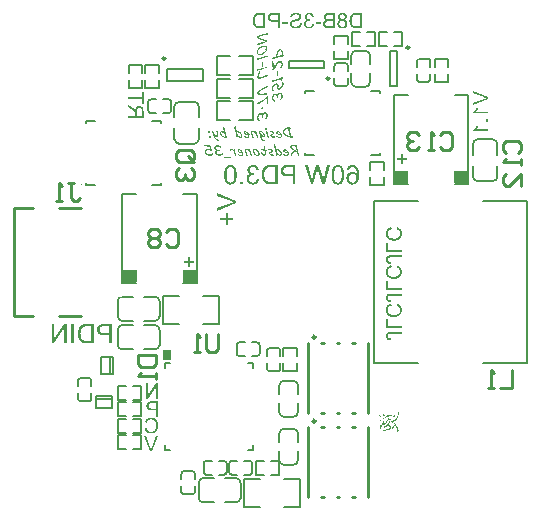
<source format=gbr>
G04 Layer_Color=32896*
%FSLAX25Y25*%
%MOIN*%
%TF.FileFunction,Legend,Bot*%
%TF.Part,Single*%
G01*
G75*
%ADD11C,0.01000*%
%ADD76C,0.00787*%
%ADD84C,0.00984*%
%ADD85C,0.00394*%
%ADD86R,0.03157X0.03273*%
%ADD87R,0.04902X0.04264*%
%ADD88R,0.04902X0.04264*%
G36*
X343645Y346150D02*
X343695Y346145D01*
X343745Y346135D01*
X343785Y346125D01*
X343815Y346115D01*
X343835Y346110D01*
X343840Y346105D01*
X343945Y346060D01*
X343990Y346035D01*
X344030Y346010D01*
X344065Y345990D01*
X344090Y345975D01*
X344110Y345965D01*
X344115Y345960D01*
X344205Y345890D01*
X344245Y345855D01*
X344275Y345825D01*
X344305Y345800D01*
X344325Y345780D01*
X344340Y345765D01*
X344345Y345760D01*
X344420Y345680D01*
X344480Y345615D01*
X344500Y345585D01*
X344520Y345565D01*
X344530Y345550D01*
X344535Y345545D01*
X344590Y345470D01*
X344630Y345410D01*
X344650Y345385D01*
X344660Y345365D01*
X344665Y345355D01*
X344670Y345350D01*
X344705Y345290D01*
X344735Y345245D01*
X344750Y345215D01*
X344755Y345210D01*
Y345205D01*
X344785Y345195D01*
X344815Y345180D01*
X344860Y345150D01*
X344890Y345120D01*
X344895Y345115D01*
X344900Y345110D01*
X344920Y345085D01*
X344930Y345055D01*
X344950Y344995D01*
Y344970D01*
X344955Y344955D01*
Y344940D01*
Y344935D01*
X344950Y344900D01*
X344940Y344870D01*
X344935Y344855D01*
X344930Y344850D01*
X344910Y344835D01*
X344890Y344825D01*
X344875Y344820D01*
X344870D01*
X344885Y344720D01*
X344895Y344680D01*
Y344640D01*
X344900Y344610D01*
Y344585D01*
Y344570D01*
Y344565D01*
Y344515D01*
X344895Y344470D01*
X344885Y344430D01*
X344880Y344395D01*
X344870Y344365D01*
X344865Y344345D01*
X344860Y344330D01*
Y344325D01*
X344825Y344255D01*
X344790Y344205D01*
X344780Y344185D01*
X344765Y344170D01*
X344760Y344160D01*
X344755Y344155D01*
X344705Y344110D01*
X344660Y344075D01*
X344640Y344065D01*
X344625Y344055D01*
X344615Y344045D01*
X344610D01*
X344545Y344020D01*
X344495Y344005D01*
X344470Y343995D01*
X344455D01*
X344445Y343990D01*
X344440D01*
X344380Y343980D01*
X344330Y343970D01*
X344310D01*
X344295Y343965D01*
X344280D01*
X344225Y343960D01*
X344180Y343955D01*
X344140D01*
X344030Y343960D01*
X343925Y343970D01*
X343830Y343980D01*
X343745Y343995D01*
X343675Y344010D01*
X343620Y344025D01*
X343600Y344030D01*
X343585D01*
X343580Y344035D01*
X343575D01*
X343475Y344070D01*
X343385Y344115D01*
X343295Y344165D01*
X343220Y344210D01*
X343155Y344250D01*
X343105Y344290D01*
X343085Y344300D01*
X343070Y344310D01*
X343065Y344320D01*
X343060D01*
X343020Y344355D01*
X342990Y344390D01*
X342970Y344415D01*
X342965Y344420D01*
Y344425D01*
X342940Y344475D01*
X342925Y344515D01*
X342920Y344545D01*
X342915Y344550D01*
Y344555D01*
Y344570D01*
Y344580D01*
Y344610D01*
Y344615D01*
Y344620D01*
Y344645D01*
X342920Y344665D01*
X342925Y344680D01*
X342930Y344685D01*
X342950Y344705D01*
X342975Y344710D01*
X342995Y344715D01*
X343005D01*
X343055Y344710D01*
X343100Y344695D01*
X343120Y344690D01*
X343135Y344680D01*
X343145Y344675D01*
X343150D01*
X343205Y344645D01*
X343260Y344610D01*
X343280Y344595D01*
X343300Y344585D01*
X343310Y344580D01*
X343315Y344575D01*
X343365Y344540D01*
X343415Y344510D01*
X343435Y344500D01*
X343450Y344490D01*
X343460Y344480D01*
X343465D01*
X343525Y344450D01*
X343580Y344420D01*
X343605Y344410D01*
X343625Y344400D01*
X343635Y344395D01*
X343640D01*
X343710Y344370D01*
X343770Y344350D01*
X343795Y344340D01*
X343815Y344335D01*
X343830Y344330D01*
X343835D01*
X343915Y344315D01*
X343985Y344310D01*
X344015Y344305D01*
X344055D01*
X344125Y344310D01*
X344185Y344315D01*
X344240Y344330D01*
X344285Y344345D01*
X344320Y344355D01*
X344345Y344370D01*
X344360Y344375D01*
X344365Y344380D01*
X344400Y344415D01*
X344430Y344450D01*
X344450Y344485D01*
X344460Y344520D01*
X344470Y344550D01*
X344475Y344575D01*
Y344595D01*
Y344600D01*
X344470Y344650D01*
X344465Y344690D01*
X344460Y344720D01*
Y344725D01*
Y344730D01*
X344445Y344775D01*
X344430Y344810D01*
X344425Y344835D01*
X344420Y344840D01*
X344340Y344850D01*
X344265Y344855D01*
X344235Y344860D01*
X344205Y344865D01*
X344185D01*
X344085Y344880D01*
X344035Y344890D01*
X343995Y344900D01*
X343960Y344910D01*
X343930Y344915D01*
X343910Y344920D01*
X343905D01*
X343795Y344950D01*
X343745Y344960D01*
X343700Y344975D01*
X343665Y344985D01*
X343635Y344995D01*
X343615Y345005D01*
X343610D01*
X343505Y345045D01*
X343460Y345065D01*
X343420Y345085D01*
X343385Y345105D01*
X343360Y345120D01*
X343345Y345125D01*
X343340Y345130D01*
X343255Y345190D01*
X343215Y345220D01*
X343185Y345250D01*
X343160Y345275D01*
X343140Y345295D01*
X343130Y345305D01*
X343125Y345310D01*
X343090Y345350D01*
X343065Y345390D01*
X343040Y345430D01*
X343025Y345470D01*
X343010Y345500D01*
X343000Y345525D01*
X342995Y345545D01*
Y345550D01*
X342985Y345605D01*
X342975Y345655D01*
Y345675D01*
Y345690D01*
Y345700D01*
Y345705D01*
X342980Y345775D01*
X342990Y345835D01*
X343000Y345855D01*
X343005Y345870D01*
X343010Y345880D01*
Y345885D01*
X343040Y345945D01*
X343070Y345990D01*
X343100Y346020D01*
X343105Y346025D01*
X343110Y346030D01*
X343165Y346070D01*
X343220Y346100D01*
X343245Y346110D01*
X343260Y346120D01*
X343275Y346125D01*
X343280D01*
X343360Y346145D01*
X343440Y346155D01*
X343475Y346160D01*
X343585D01*
X343645Y346150D01*
D02*
G37*
G36*
X355390Y347800D02*
X355425Y347785D01*
X355450Y347765D01*
X355460Y347760D01*
X355490Y347725D01*
X355515Y347690D01*
X355530Y347660D01*
X355535Y347655D01*
Y347650D01*
X355560Y347530D01*
X355590Y347415D01*
X355615Y347310D01*
X355640Y347210D01*
X355660Y347120D01*
X355685Y347035D01*
X355705Y346955D01*
X355720Y346885D01*
X355740Y346825D01*
X355750Y346770D01*
X355765Y346720D01*
X355775Y346685D01*
X355785Y346655D01*
X355790Y346635D01*
X355795Y346620D01*
Y346615D01*
X355815Y346550D01*
X355830Y346490D01*
X355845Y346435D01*
X355860Y346390D01*
X355870Y346345D01*
X355880Y346310D01*
X355895Y346250D01*
X355910Y346205D01*
X355915Y346180D01*
X355920Y346165D01*
Y346160D01*
X355965Y346175D01*
X356000Y346190D01*
X356030Y346195D01*
X356035Y346200D01*
X356040D01*
X356085Y346210D01*
X356130Y346215D01*
X356180D01*
X356260Y346210D01*
X356300Y346205D01*
X356335Y346200D01*
X356365Y346195D01*
X356385Y346190D01*
X356400Y346185D01*
X356405D01*
X356485Y346160D01*
X356525Y346145D01*
X356560Y346130D01*
X356590Y346120D01*
X356610Y346110D01*
X356625Y346105D01*
X356630Y346100D01*
X356710Y346060D01*
X356750Y346040D01*
X356780Y346020D01*
X356810Y346005D01*
X356830Y345990D01*
X356845Y345985D01*
X356850Y345980D01*
X356925Y345930D01*
X356990Y345885D01*
X357015Y345865D01*
X357035Y345850D01*
X357045Y345840D01*
X357050Y345835D01*
X357100Y345795D01*
X357150Y345750D01*
X357195Y345710D01*
X357230Y345675D01*
X357260Y345645D01*
X357285Y345620D01*
X357300Y345605D01*
X357305Y345600D01*
X357380Y345510D01*
X357410Y345470D01*
X357435Y345430D01*
X357460Y345400D01*
X357475Y345370D01*
X357485Y345355D01*
X357490Y345350D01*
X357540Y345255D01*
X357560Y345210D01*
X357580Y345170D01*
X357595Y345140D01*
X357605Y345115D01*
X357615Y345095D01*
Y345090D01*
X357650Y344995D01*
X357665Y344950D01*
X357675Y344910D01*
X357685Y344880D01*
X357695Y344855D01*
X357700Y344835D01*
Y344830D01*
X357710Y344780D01*
X357720Y344740D01*
X357725Y344715D01*
Y344710D01*
Y344705D01*
X357730Y344665D01*
Y344630D01*
Y344605D01*
Y344600D01*
Y344595D01*
Y344540D01*
X357720Y344490D01*
X357715Y344440D01*
X357705Y344400D01*
X357695Y344370D01*
X357690Y344345D01*
X357680Y344330D01*
Y344325D01*
X357640Y344245D01*
X357615Y344215D01*
X357595Y344185D01*
X357580Y344165D01*
X357565Y344150D01*
X357555Y344140D01*
X357550Y344135D01*
X357490Y344085D01*
X357430Y344050D01*
X357405Y344040D01*
X357385Y344030D01*
X357375Y344025D01*
X357370D01*
X357290Y344010D01*
X357225Y344000D01*
X357195Y343995D01*
X357155D01*
X357090Y344000D01*
X357030Y344005D01*
X357010D01*
X356990Y344010D01*
X356975D01*
X356910Y344025D01*
X356855Y344040D01*
X356835Y344045D01*
X356820Y344050D01*
X356810Y344055D01*
X356805D01*
X356750Y344080D01*
X356700Y344100D01*
X356680Y344110D01*
X356665Y344115D01*
X356660Y344120D01*
X356655D01*
X356605Y344150D01*
X356565Y344170D01*
X356540Y344185D01*
X356530Y344190D01*
X356510Y344200D01*
X356485Y344210D01*
X356465Y344220D01*
X356460Y344225D01*
X356425Y344245D01*
X356395Y344265D01*
X356375Y344280D01*
X356365Y344285D01*
X356325Y344310D01*
X356290Y344330D01*
X356270Y344345D01*
X356260Y344350D01*
X356225Y344375D01*
X356200Y344390D01*
X356185Y344400D01*
X356180Y344405D01*
X356170Y344380D01*
X356160Y344355D01*
Y344335D01*
Y344330D01*
X356155Y344300D01*
Y344275D01*
Y344255D01*
Y344250D01*
X356150Y344225D01*
Y344200D01*
Y344185D01*
Y344180D01*
X356145Y344160D01*
X356135Y344140D01*
X356130Y344125D01*
X356125Y344120D01*
X356110Y344105D01*
X356090Y344090D01*
X356075Y344085D01*
X356070Y344080D01*
X356035Y344075D01*
X356000Y344070D01*
X355920D01*
X355885Y344075D01*
X355865Y344080D01*
X355860D01*
X355835Y344090D01*
X355810Y344100D01*
X355800Y344110D01*
X355795Y344115D01*
X355775Y344135D01*
X355760Y344155D01*
X355755Y344175D01*
X355750Y344180D01*
X355740Y344215D01*
X355730Y344245D01*
X355720Y344270D01*
Y344280D01*
X355700Y344375D01*
X355695Y344425D01*
X355690Y344465D01*
X355685Y344500D01*
Y344525D01*
Y344545D01*
Y344550D01*
Y344635D01*
X355680Y344715D01*
Y344750D01*
X355675Y344780D01*
Y344800D01*
Y344805D01*
X355665Y344920D01*
Y344970D01*
X355660Y345020D01*
X355655Y345060D01*
X355650Y345090D01*
Y345110D01*
Y345115D01*
X355640Y345225D01*
X355630Y345275D01*
X355625Y345320D01*
X355620Y345360D01*
Y345385D01*
X355615Y345405D01*
Y345410D01*
X355605Y345460D01*
X355600Y345505D01*
X355595Y345540D01*
X355585Y345575D01*
X355580Y345595D01*
Y345615D01*
X355575Y345625D01*
Y345630D01*
X355085Y347580D01*
X355090Y347625D01*
X355095Y347660D01*
X355105Y347685D01*
X355110Y347690D01*
X355125Y347720D01*
X355145Y347740D01*
X355160Y347755D01*
X355165Y347760D01*
X355195Y347775D01*
X355220Y347785D01*
X355240Y347795D01*
X355250D01*
X355285Y347800D01*
X355315Y347805D01*
X355345D01*
X355390Y347800D01*
D02*
G37*
G36*
X353765Y346355D02*
X353810Y346350D01*
X353830Y346345D01*
X353845D01*
X353855Y346340D01*
X353860D01*
X353910Y346325D01*
X353955Y346310D01*
X353990Y346300D01*
X353995Y346295D01*
X354000D01*
X354050Y346275D01*
X354095Y346250D01*
X354130Y346235D01*
X354135Y346225D01*
X354140D01*
X354190Y346195D01*
X354230Y346165D01*
X354265Y346145D01*
X354270Y346135D01*
X354275D01*
X354345Y346095D01*
X354405Y346055D01*
X354430Y346035D01*
X354450Y346025D01*
X354460Y346015D01*
X354465Y346010D01*
X354530Y345955D01*
X354580Y345910D01*
X354600Y345890D01*
X354615Y345875D01*
X354625Y345865D01*
X354630Y345860D01*
X354675Y345800D01*
X354715Y345750D01*
X354725Y345730D01*
X354735Y345715D01*
X354745Y345705D01*
Y345700D01*
X354770Y345645D01*
X354780Y345600D01*
X354785Y345565D01*
Y345560D01*
Y345555D01*
Y345530D01*
X354780Y345505D01*
Y345490D01*
Y345485D01*
X354775Y345460D01*
X354770Y345435D01*
X354765Y345420D01*
Y345415D01*
X354745Y345360D01*
X354725Y345315D01*
X354710Y345280D01*
X354705Y345275D01*
Y345270D01*
X354675Y345230D01*
X354645Y345195D01*
X354625Y345175D01*
X354615Y345165D01*
X354575Y345135D01*
X354535Y345110D01*
X354510Y345090D01*
X354505Y345085D01*
X354500D01*
X354455Y345060D01*
X354415Y345040D01*
X354385Y345030D01*
X354380Y345025D01*
X354375D01*
X354295Y344990D01*
X354250Y344970D01*
X354205Y344955D01*
X354175Y344940D01*
X354170Y344935D01*
X354165D01*
X354110Y344915D01*
X354070Y344895D01*
X354040Y344880D01*
X354035Y344875D01*
X354030D01*
X353990Y344850D01*
X353955Y344825D01*
X353935Y344805D01*
X353930Y344800D01*
X353905Y344775D01*
X353895Y344750D01*
X353890Y344730D01*
Y344725D01*
X353895Y344695D01*
X353900Y344680D01*
Y344675D01*
X353905Y344655D01*
X353920Y344635D01*
X353955Y344600D01*
X353985Y344580D01*
X353995Y344570D01*
X354000D01*
X354070Y344535D01*
X354135Y344505D01*
X354165Y344495D01*
X354190Y344485D01*
X354205Y344480D01*
X354210D01*
X354305Y344455D01*
X354350Y344445D01*
X354390Y344435D01*
X354425Y344430D01*
X354450Y344425D01*
X354470Y344420D01*
X354475D01*
X354575Y344405D01*
X354615Y344400D01*
X354650D01*
X354685Y344395D01*
X354750D01*
X354770Y344400D01*
X354790D01*
X354820Y344405D01*
X354830Y344410D01*
X354835D01*
X354860Y344415D01*
X354865Y344420D01*
X354870D01*
X354895Y344425D01*
X354905D01*
X354920Y344420D01*
X354935Y344415D01*
X354945Y344410D01*
X354950Y344405D01*
X354985Y344380D01*
X354995Y344370D01*
X355000Y344365D01*
X355025Y344330D01*
X355030Y344315D01*
X355035Y344310D01*
X355045Y344290D01*
X355050Y344270D01*
Y344260D01*
Y344255D01*
X355045Y344220D01*
X355030Y344185D01*
X355015Y344165D01*
X355010Y344155D01*
X354975Y344125D01*
X354945Y344095D01*
X354920Y344075D01*
X354910Y344070D01*
X354865Y344045D01*
X354820Y344030D01*
X354790Y344020D01*
X354785Y344015D01*
X354780D01*
X354730Y344005D01*
X354690Y344000D01*
X354660Y343995D01*
X354650D01*
X354560Y344000D01*
X354520Y344005D01*
X354480Y344010D01*
X354445Y344015D01*
X354420Y344020D01*
X354400Y344025D01*
X354395D01*
X354295Y344050D01*
X354245Y344065D01*
X354205Y344080D01*
X354170Y344090D01*
X354145Y344100D01*
X354125Y344110D01*
X354120D01*
X354020Y344155D01*
X353975Y344180D01*
X353930Y344200D01*
X353900Y344220D01*
X353870Y344235D01*
X353855Y344240D01*
X353850Y344245D01*
X353760Y344305D01*
X353720Y344330D01*
X353690Y344355D01*
X353660Y344380D01*
X353640Y344395D01*
X353630Y344405D01*
X353625Y344410D01*
X353615Y344420D01*
X353600Y344435D01*
X353595Y344450D01*
X353590Y344455D01*
X353575Y344485D01*
X353560Y344515D01*
X353555Y344535D01*
X353550Y344540D01*
X353535Y344575D01*
X353520Y344610D01*
X353515Y344630D01*
X353510Y344640D01*
X353495Y344675D01*
X353490Y344700D01*
X353485Y344720D01*
Y344725D01*
X353480Y344755D01*
X353475Y344775D01*
X353470Y344790D01*
Y344795D01*
X353465Y344820D01*
Y344840D01*
Y344855D01*
Y344860D01*
X353470Y344905D01*
X353475Y344940D01*
X353480Y344965D01*
X353485Y344975D01*
X353500Y345010D01*
X353520Y345035D01*
X353535Y345055D01*
X353540Y345060D01*
X353570Y345090D01*
X353600Y345110D01*
X353620Y345125D01*
X353625Y345130D01*
X353630D01*
X353670Y345155D01*
X353705Y345180D01*
X353735Y345195D01*
X353740Y345200D01*
X353745D01*
X353785Y345220D01*
X353820Y345235D01*
X353850Y345245D01*
X353855Y345250D01*
X353860D01*
X353910Y345270D01*
X353955Y345290D01*
X353975Y345300D01*
X353985Y345305D01*
X353995Y345310D01*
X354000D01*
X354050Y345330D01*
X354095Y345350D01*
X354130Y345365D01*
X354135Y345370D01*
X354140D01*
X354185Y345390D01*
X354225Y345410D01*
X354250Y345425D01*
X354255Y345430D01*
X354260D01*
X354290Y345445D01*
X354310Y345455D01*
X354325Y345465D01*
X354330Y345470D01*
X354345Y345495D01*
X354350Y345515D01*
X354355Y345535D01*
Y345540D01*
X354350Y345570D01*
X354335Y345600D01*
X354325Y345620D01*
X354320Y345625D01*
X354285Y345660D01*
X354255Y345690D01*
X354230Y345710D01*
X354220Y345720D01*
X354175Y345755D01*
X354130Y345785D01*
X354100Y345805D01*
X354095Y345815D01*
X354090D01*
X354035Y345850D01*
X353985Y345875D01*
X353970Y345885D01*
X353955Y345895D01*
X353945Y345900D01*
X353940D01*
X353880Y345925D01*
X353830Y345940D01*
X353815Y345945D01*
X353800Y345950D01*
X353790Y345955D01*
X353785D01*
X353735Y345965D01*
X353690Y345975D01*
X353655D01*
X353625Y345970D01*
X353600Y345965D01*
X353585Y345955D01*
X353580Y345950D01*
X353555Y345935D01*
X353535Y345920D01*
X353525Y345910D01*
X353520Y345905D01*
X353495Y345890D01*
X353475Y345875D01*
X353460Y345865D01*
X353455Y345860D01*
X353425Y345850D01*
X353390Y345845D01*
X353370Y345840D01*
X353360D01*
X353335Y345845D01*
X353315Y345855D01*
X353305Y345865D01*
X353300Y345870D01*
X353285Y345895D01*
X353270Y345920D01*
X353265Y345940D01*
X353260Y345945D01*
X353250Y345975D01*
X353245Y346005D01*
X353240Y346025D01*
Y346030D01*
X353235Y346060D01*
X353230Y346080D01*
Y346095D01*
Y346100D01*
X353240Y346160D01*
X353255Y346205D01*
X353270Y346230D01*
X353280Y346240D01*
X353315Y346275D01*
X353355Y346300D01*
X353385Y346315D01*
X353390Y346320D01*
X353395D01*
X353450Y346335D01*
X353500Y346345D01*
X353520D01*
X353535Y346350D01*
X353550D01*
X353610Y346355D01*
X353660Y346360D01*
X353705D01*
X353765Y346355D01*
D02*
G37*
G36*
X346880Y346415D02*
X346920Y346405D01*
X346950Y346395D01*
X346955Y346390D01*
X346960D01*
X346995Y346370D01*
X347020Y346350D01*
X347030Y346330D01*
X347035Y346325D01*
X347060Y346260D01*
X347085Y346195D01*
X347105Y346140D01*
X347125Y346090D01*
X347140Y346045D01*
X347155Y346015D01*
X347160Y345995D01*
X347165Y345990D01*
X347210Y345880D01*
X347230Y345830D01*
X347245Y345785D01*
X347260Y345750D01*
X347270Y345720D01*
X347275Y345700D01*
X347280Y345695D01*
X347320Y345590D01*
X347335Y345545D01*
X347355Y345505D01*
X347365Y345465D01*
X347375Y345440D01*
X347385Y345420D01*
Y345415D01*
X347420Y345310D01*
X347440Y345260D01*
X347455Y345215D01*
X347470Y345175D01*
X347480Y345140D01*
X347485Y345120D01*
X347490Y345115D01*
X347525Y344995D01*
X347545Y344940D01*
X347560Y344885D01*
X347570Y344840D01*
X347580Y344805D01*
X347590Y344785D01*
Y344775D01*
X347625Y344630D01*
X347645Y344565D01*
X347660Y344500D01*
X347670Y344445D01*
X347680Y344400D01*
X347690Y344370D01*
Y344365D01*
Y344360D01*
X347700Y344330D01*
X347705Y344300D01*
X347710Y344280D01*
Y344275D01*
Y344250D01*
Y344225D01*
Y344210D01*
Y344205D01*
X347705Y344160D01*
X347700Y344125D01*
X347690Y344100D01*
X347680Y344075D01*
X347670Y344060D01*
X347660Y344050D01*
X347650Y344040D01*
X347600Y344015D01*
X347550Y344005D01*
X347530Y344000D01*
X347460D01*
X347440Y344005D01*
X347420Y344010D01*
X347410Y344015D01*
X347405D01*
X347385Y344030D01*
X347365Y344040D01*
X347355Y344050D01*
X347350Y344055D01*
X347330Y344080D01*
X347320Y344105D01*
X347310Y344125D01*
Y344130D01*
X347295Y344185D01*
X347285Y344230D01*
X347275Y344260D01*
Y344265D01*
Y344270D01*
X347265Y344315D01*
X347260Y344355D01*
X347255Y344380D01*
Y344390D01*
X347250Y344430D01*
X347245Y344460D01*
X347240Y344480D01*
Y344490D01*
X347230Y344525D01*
X347225Y344560D01*
X347215Y344580D01*
Y344590D01*
X347200Y344665D01*
X347180Y344735D01*
X347175Y344760D01*
X347170Y344780D01*
X347165Y344795D01*
Y344800D01*
X347140Y344885D01*
X347125Y344920D01*
X347115Y344955D01*
X347110Y344980D01*
X347100Y345000D01*
X347095Y345015D01*
Y345020D01*
X347065Y345100D01*
X347055Y345130D01*
X347040Y345160D01*
X347035Y345185D01*
X347025Y345205D01*
X347020Y345215D01*
Y345220D01*
X346990Y345280D01*
X346965Y345325D01*
X346950Y345355D01*
X346945Y345365D01*
X346910Y345380D01*
X346880Y345400D01*
X346860Y345415D01*
X346850Y345420D01*
X346815Y345450D01*
X346780Y345480D01*
X346760Y345500D01*
X346750Y345510D01*
X346675Y345575D01*
X346605Y345630D01*
X346580Y345655D01*
X346560Y345670D01*
X346545Y345680D01*
X346540Y345685D01*
X346460Y345745D01*
X346425Y345770D01*
X346390Y345795D01*
X346365Y345815D01*
X346345Y345830D01*
X346330Y345835D01*
X346325Y345840D01*
X346250Y345885D01*
X346185Y345920D01*
X346160Y345935D01*
X346140Y345945D01*
X346130Y345950D01*
X346125D01*
X346055Y345975D01*
X345995Y345985D01*
X345970Y345990D01*
X345910D01*
X345885Y345980D01*
X345845Y345960D01*
X345825Y345940D01*
X345820Y345935D01*
Y345930D01*
X345800Y345885D01*
X345790Y345845D01*
X345785Y345815D01*
Y345805D01*
Y345800D01*
X345790Y345740D01*
X345795Y345685D01*
X345800Y345660D01*
X345805Y345640D01*
X345810Y345630D01*
Y345625D01*
X345825Y345555D01*
X345845Y345490D01*
X345855Y345465D01*
X345860Y345445D01*
X345865Y345430D01*
Y345425D01*
X345890Y345345D01*
X345920Y345280D01*
X345930Y345250D01*
X345935Y345230D01*
X345945Y345215D01*
Y345210D01*
X345980Y345130D01*
X345995Y345090D01*
X346005Y345055D01*
X346020Y345025D01*
X346025Y345005D01*
X346035Y344990D01*
Y344985D01*
X346075Y344885D01*
X346095Y344840D01*
X346110Y344800D01*
X346125Y344765D01*
X346135Y344740D01*
X346145Y344720D01*
Y344715D01*
X346180Y344620D01*
X346195Y344575D01*
X346210Y344535D01*
X346220Y344505D01*
X346230Y344480D01*
X346235Y344465D01*
Y344460D01*
X346260Y344380D01*
X346270Y344340D01*
X346275Y344310D01*
X346280Y344285D01*
X346285Y344265D01*
X346290Y344250D01*
Y344245D01*
X346300Y344180D01*
X346305Y344125D01*
X346310Y344105D01*
Y344095D01*
Y344085D01*
Y344080D01*
X346305Y344030D01*
X346290Y344000D01*
X346280Y343980D01*
X346275Y343975D01*
X346260Y343965D01*
X346235Y343955D01*
X346190Y343945D01*
X346170Y343940D01*
X346140D01*
X346100Y343945D01*
X346065Y343950D01*
X346045Y343955D01*
X346040D01*
X346010Y343965D01*
X345985Y343975D01*
X345970Y343985D01*
X345965Y343990D01*
X345945Y344010D01*
X345930Y344035D01*
X345920Y344055D01*
X345915Y344060D01*
X345895Y344095D01*
X345880Y344135D01*
X345870Y344165D01*
X345865Y344170D01*
Y344175D01*
X345835Y344270D01*
X345805Y344355D01*
X345780Y344440D01*
X345755Y344515D01*
X345730Y344575D01*
X345715Y344625D01*
X345705Y344655D01*
X345700Y344660D01*
Y344665D01*
X345665Y344755D01*
X345635Y344840D01*
X345605Y344915D01*
X345580Y344985D01*
X345560Y345045D01*
X345545Y345085D01*
X345535Y345115D01*
X345530Y345125D01*
X345500Y345205D01*
X345475Y345280D01*
X345455Y345350D01*
X345435Y345415D01*
X345420Y345465D01*
X345410Y345500D01*
X345400Y345525D01*
Y345535D01*
X345380Y345605D01*
X345370Y345670D01*
X345360Y345730D01*
X345350Y345780D01*
Y345820D01*
X345345Y345855D01*
Y345875D01*
Y345880D01*
X345350Y345970D01*
X345365Y346050D01*
X345385Y346115D01*
X345410Y346170D01*
X345435Y346210D01*
X345455Y346240D01*
X345470Y346260D01*
X345475Y346265D01*
X345530Y346305D01*
X345585Y346335D01*
X345645Y346360D01*
X345705Y346375D01*
X345760Y346385D01*
X345800Y346390D01*
X345840D01*
X345925Y346385D01*
X345965Y346380D01*
X346000Y346370D01*
X346030Y346365D01*
X346055Y346355D01*
X346070Y346350D01*
X346075D01*
X346160Y346315D01*
X346200Y346300D01*
X346235Y346285D01*
X346260Y346270D01*
X346285Y346255D01*
X346300Y346250D01*
X346305Y346245D01*
X346390Y346195D01*
X346425Y346170D01*
X346460Y346150D01*
X346490Y346130D01*
X346510Y346115D01*
X346525Y346105D01*
X346530Y346100D01*
X346610Y346040D01*
X346645Y346015D01*
X346680Y345990D01*
X346705Y345970D01*
X346725Y345955D01*
X346740Y345945D01*
X346745Y345940D01*
X346635Y346195D01*
X346625Y346225D01*
X346620Y346230D01*
Y346235D01*
X346615Y346250D01*
Y346255D01*
Y346260D01*
Y346290D01*
X346625Y346315D01*
X346645Y346350D01*
X346665Y346375D01*
X346670Y346380D01*
X346675D01*
X346725Y346405D01*
X346775Y346415D01*
X346795Y346420D01*
X346830D01*
X346880Y346415D01*
D02*
G37*
G36*
X341955Y346335D02*
X341990Y346325D01*
X342010Y346310D01*
X342015Y346305D01*
X342025Y346290D01*
X342035Y346275D01*
X342055Y346230D01*
X342060Y346210D01*
X342065Y346195D01*
X342070Y346185D01*
Y346180D01*
X342085Y346135D01*
X342090Y346090D01*
X342100Y346060D01*
Y346050D01*
Y346045D01*
X342105Y345990D01*
X342110Y345940D01*
Y345925D01*
Y345910D01*
Y345900D01*
Y345895D01*
Y345865D01*
Y345855D01*
Y345850D01*
X342105Y345825D01*
Y345815D01*
Y345810D01*
X342130Y345685D01*
X342140Y345620D01*
X342155Y345565D01*
X342165Y345515D01*
X342170Y345475D01*
X342180Y345450D01*
Y345440D01*
X342210Y345290D01*
X342225Y345225D01*
X342235Y345160D01*
X342250Y345105D01*
X342255Y345065D01*
X342265Y345040D01*
Y345030D01*
X342295Y344880D01*
X342310Y344810D01*
X342320Y344750D01*
X342330Y344695D01*
X342340Y344655D01*
X342345Y344630D01*
Y344620D01*
X342360Y344545D01*
X342375Y344475D01*
X342385Y344410D01*
X342395Y344355D01*
X342405Y344310D01*
X342415Y344275D01*
X342420Y344255D01*
Y344245D01*
X342425Y344215D01*
X342430Y344190D01*
Y344170D01*
Y344160D01*
X342420Y344100D01*
X342405Y344055D01*
X342395Y344035D01*
X342390Y344020D01*
X342380Y344015D01*
Y344010D01*
X342360Y343990D01*
X342335Y343975D01*
X342285Y343955D01*
X342260Y343950D01*
X342240Y343945D01*
X342225D01*
X342180Y343950D01*
X342145Y343960D01*
X342120Y343965D01*
X342110Y343970D01*
X342075Y343990D01*
X342055Y344005D01*
X342040Y344020D01*
X342035Y344025D01*
X342020Y344070D01*
X342010Y344115D01*
X342005Y344150D01*
Y344155D01*
Y344160D01*
X342000Y344215D01*
Y344265D01*
Y344280D01*
Y344295D01*
Y344305D01*
Y344310D01*
Y344370D01*
X341980Y344460D01*
X341960Y344545D01*
X341940Y344620D01*
X341920Y344690D01*
X341905Y344750D01*
X341895Y344790D01*
X341890Y344820D01*
X341885Y344830D01*
X341865Y344915D01*
X341840Y344990D01*
X341825Y345060D01*
X341805Y345125D01*
X341795Y345175D01*
X341785Y345215D01*
X341775Y345240D01*
Y345250D01*
X341730Y345315D01*
X341680Y345375D01*
X341665Y345400D01*
X341650Y345420D01*
X341640Y345430D01*
X341635Y345435D01*
X341575Y345510D01*
X341515Y345570D01*
X341495Y345595D01*
X341475Y345615D01*
X341465Y345625D01*
X341460Y345630D01*
X341385Y345690D01*
X341315Y345740D01*
X341290Y345755D01*
X341270Y345770D01*
X341255Y345775D01*
X341250Y345780D01*
X341205Y345800D01*
X341165Y345820D01*
X341125Y345830D01*
X341090Y345835D01*
X341060Y345840D01*
X341035Y345845D01*
X340965D01*
X340960Y345840D01*
X340950Y345835D01*
X340945Y345825D01*
X340940Y345815D01*
Y345810D01*
X340920Y345780D01*
X340910Y345765D01*
Y345760D01*
X340890Y345725D01*
X340880Y345710D01*
Y345705D01*
X340865Y345690D01*
X340850Y345680D01*
X340845Y345670D01*
X340840D01*
X340810Y345645D01*
X340775Y345630D01*
X340755Y345620D01*
X340745Y345615D01*
X340705Y345605D01*
X340670Y345600D01*
X340650Y345595D01*
X340640D01*
X340610Y345600D01*
X340590Y345605D01*
X340575Y345610D01*
X340570Y345615D01*
X340545Y345635D01*
X340525Y345655D01*
X340515Y345670D01*
X340510Y345675D01*
X340490Y345700D01*
X340480Y345725D01*
X340470Y345745D01*
Y345750D01*
X340460Y345780D01*
X340455Y345805D01*
Y345825D01*
Y345830D01*
Y345865D01*
X340465Y345900D01*
X340480Y345960D01*
X340490Y345980D01*
X340500Y346000D01*
X340505Y346010D01*
X340510Y346015D01*
X340550Y346075D01*
X340595Y346125D01*
X340625Y346155D01*
X340635Y346160D01*
X340640Y346165D01*
X340675Y346190D01*
X340710Y346210D01*
X340735Y346220D01*
X340740Y346225D01*
X340745D01*
X340780Y346240D01*
X340815Y346250D01*
X340835Y346255D01*
X340845D01*
X340875Y346265D01*
X340900Y346270D01*
X340920Y346275D01*
X340925D01*
X340955Y346280D01*
X340980Y346285D01*
X341005D01*
X341080Y346280D01*
X341145Y346265D01*
X341170Y346260D01*
X341190Y346250D01*
X341200Y346245D01*
X341205D01*
X341275Y346215D01*
X341335Y346180D01*
X341355Y346165D01*
X341375Y346155D01*
X341385Y346150D01*
X341390Y346145D01*
X341450Y346100D01*
X341500Y346055D01*
X341520Y346035D01*
X341535Y346025D01*
X341545Y346015D01*
X341550Y346010D01*
X341605Y345960D01*
X341650Y345915D01*
X341670Y345895D01*
X341685Y345880D01*
X341690Y345875D01*
X341695Y345870D01*
Y345890D01*
Y345910D01*
Y345930D01*
Y345935D01*
X341690Y345965D01*
Y345990D01*
Y346005D01*
Y346010D01*
Y346055D01*
X341695Y346095D01*
X341700Y346120D01*
Y346130D01*
X341705Y346170D01*
X341715Y346205D01*
X341725Y346225D01*
X341730Y346235D01*
X341750Y346270D01*
X341770Y346290D01*
X341785Y346305D01*
X341795Y346310D01*
X341830Y346330D01*
X341865Y346335D01*
X341895Y346340D01*
X341905D01*
X341955Y346335D01*
D02*
G37*
G36*
X358850Y346150D02*
X358900Y346145D01*
X358950Y346135D01*
X358990Y346125D01*
X359020Y346115D01*
X359040Y346110D01*
X359045Y346105D01*
X359150Y346060D01*
X359195Y346035D01*
X359235Y346010D01*
X359270Y345990D01*
X359295Y345975D01*
X359315Y345965D01*
X359320Y345960D01*
X359410Y345890D01*
X359450Y345855D01*
X359480Y345825D01*
X359510Y345800D01*
X359530Y345780D01*
X359545Y345765D01*
X359550Y345760D01*
X359625Y345680D01*
X359685Y345615D01*
X359705Y345585D01*
X359725Y345565D01*
X359735Y345550D01*
X359740Y345545D01*
X359795Y345470D01*
X359835Y345410D01*
X359855Y345385D01*
X359865Y345365D01*
X359870Y345355D01*
X359875Y345350D01*
X359910Y345290D01*
X359940Y345245D01*
X359955Y345215D01*
X359960Y345210D01*
Y345205D01*
X359990Y345195D01*
X360020Y345180D01*
X360065Y345150D01*
X360095Y345120D01*
X360100Y345115D01*
X360105Y345110D01*
X360125Y345085D01*
X360135Y345055D01*
X360155Y344995D01*
Y344970D01*
X360160Y344955D01*
Y344940D01*
Y344935D01*
X360155Y344900D01*
X360145Y344870D01*
X360140Y344855D01*
X360135Y344850D01*
X360115Y344835D01*
X360095Y344825D01*
X360080Y344820D01*
X360075D01*
X360090Y344720D01*
X360100Y344680D01*
Y344640D01*
X360105Y344610D01*
Y344585D01*
Y344570D01*
Y344565D01*
Y344515D01*
X360100Y344470D01*
X360090Y344430D01*
X360085Y344395D01*
X360075Y344365D01*
X360070Y344345D01*
X360065Y344330D01*
Y344325D01*
X360030Y344255D01*
X359995Y344205D01*
X359985Y344185D01*
X359970Y344170D01*
X359965Y344160D01*
X359960Y344155D01*
X359910Y344110D01*
X359865Y344075D01*
X359845Y344065D01*
X359830Y344055D01*
X359820Y344045D01*
X359815D01*
X359750Y344020D01*
X359700Y344005D01*
X359675Y343995D01*
X359660D01*
X359650Y343990D01*
X359645D01*
X359585Y343980D01*
X359535Y343970D01*
X359515D01*
X359500Y343965D01*
X359485D01*
X359430Y343960D01*
X359385Y343955D01*
X359345D01*
X359235Y343960D01*
X359130Y343970D01*
X359035Y343980D01*
X358950Y343995D01*
X358880Y344010D01*
X358825Y344025D01*
X358805Y344030D01*
X358790D01*
X358785Y344035D01*
X358780D01*
X358680Y344070D01*
X358590Y344115D01*
X358500Y344165D01*
X358425Y344210D01*
X358360Y344250D01*
X358310Y344290D01*
X358290Y344300D01*
X358275Y344310D01*
X358270Y344320D01*
X358265D01*
X358225Y344355D01*
X358195Y344390D01*
X358175Y344415D01*
X358170Y344420D01*
Y344425D01*
X358145Y344475D01*
X358130Y344515D01*
X358125Y344545D01*
X358120Y344550D01*
Y344555D01*
Y344570D01*
Y344580D01*
Y344610D01*
Y344615D01*
Y344620D01*
Y344645D01*
X358125Y344665D01*
X358130Y344680D01*
X358135Y344685D01*
X358155Y344705D01*
X358180Y344710D01*
X358200Y344715D01*
X358210D01*
X358260Y344710D01*
X358305Y344695D01*
X358325Y344690D01*
X358340Y344680D01*
X358350Y344675D01*
X358355D01*
X358410Y344645D01*
X358465Y344610D01*
X358485Y344595D01*
X358505Y344585D01*
X358515Y344580D01*
X358520Y344575D01*
X358570Y344540D01*
X358620Y344510D01*
X358640Y344500D01*
X358655Y344490D01*
X358665Y344480D01*
X358670D01*
X358730Y344450D01*
X358785Y344420D01*
X358810Y344410D01*
X358830Y344400D01*
X358840Y344395D01*
X358845D01*
X358915Y344370D01*
X358975Y344350D01*
X359000Y344340D01*
X359020Y344335D01*
X359035Y344330D01*
X359040D01*
X359120Y344315D01*
X359190Y344310D01*
X359220Y344305D01*
X359260D01*
X359330Y344310D01*
X359390Y344315D01*
X359445Y344330D01*
X359490Y344345D01*
X359525Y344355D01*
X359550Y344370D01*
X359565Y344375D01*
X359570Y344380D01*
X359605Y344415D01*
X359635Y344450D01*
X359655Y344485D01*
X359665Y344520D01*
X359675Y344550D01*
X359680Y344575D01*
Y344595D01*
Y344600D01*
X359675Y344650D01*
X359670Y344690D01*
X359665Y344720D01*
Y344725D01*
Y344730D01*
X359650Y344775D01*
X359635Y344810D01*
X359630Y344835D01*
X359625Y344840D01*
X359545Y344850D01*
X359470Y344855D01*
X359440Y344860D01*
X359410Y344865D01*
X359390D01*
X359290Y344880D01*
X359240Y344890D01*
X359200Y344900D01*
X359165Y344910D01*
X359135Y344915D01*
X359115Y344920D01*
X359110D01*
X359000Y344950D01*
X358950Y344960D01*
X358905Y344975D01*
X358870Y344985D01*
X358840Y344995D01*
X358820Y345005D01*
X358815D01*
X358710Y345045D01*
X358665Y345065D01*
X358625Y345085D01*
X358590Y345105D01*
X358565Y345120D01*
X358550Y345125D01*
X358545Y345130D01*
X358460Y345190D01*
X358420Y345220D01*
X358390Y345250D01*
X358365Y345275D01*
X358345Y345295D01*
X358335Y345305D01*
X358330Y345310D01*
X358295Y345350D01*
X358270Y345390D01*
X358245Y345430D01*
X358230Y345470D01*
X358215Y345500D01*
X358205Y345525D01*
X358200Y345545D01*
Y345550D01*
X358190Y345605D01*
X358180Y345655D01*
Y345675D01*
Y345690D01*
Y345700D01*
Y345705D01*
X358185Y345775D01*
X358195Y345835D01*
X358205Y345855D01*
X358210Y345870D01*
X358215Y345880D01*
Y345885D01*
X358245Y345945D01*
X358275Y345990D01*
X358305Y346020D01*
X358310Y346025D01*
X358315Y346030D01*
X358370Y346070D01*
X358425Y346100D01*
X358450Y346110D01*
X358465Y346120D01*
X358480Y346125D01*
X358485D01*
X358565Y346145D01*
X358645Y346155D01*
X358680Y346160D01*
X358790D01*
X358850Y346150D01*
D02*
G37*
G36*
X348920Y352415D02*
X348960Y352405D01*
X348990Y352395D01*
X348995Y352390D01*
X349000D01*
X349035Y352370D01*
X349060Y352350D01*
X349070Y352330D01*
X349075Y352325D01*
X349100Y352260D01*
X349125Y352195D01*
X349145Y352140D01*
X349165Y352090D01*
X349180Y352045D01*
X349195Y352015D01*
X349200Y351995D01*
X349205Y351990D01*
X349250Y351880D01*
X349270Y351830D01*
X349285Y351785D01*
X349300Y351750D01*
X349310Y351720D01*
X349315Y351700D01*
X349320Y351695D01*
X349360Y351590D01*
X349375Y351545D01*
X349395Y351505D01*
X349405Y351465D01*
X349415Y351440D01*
X349425Y351420D01*
Y351415D01*
X349460Y351310D01*
X349480Y351260D01*
X349495Y351215D01*
X349510Y351175D01*
X349520Y351140D01*
X349525Y351120D01*
X349530Y351115D01*
X349565Y350995D01*
X349585Y350940D01*
X349600Y350885D01*
X349610Y350840D01*
X349620Y350805D01*
X349630Y350785D01*
Y350775D01*
X349665Y350630D01*
X349685Y350565D01*
X349700Y350500D01*
X349710Y350445D01*
X349720Y350400D01*
X349730Y350370D01*
Y350365D01*
Y350360D01*
X349740Y350330D01*
X349745Y350300D01*
X349750Y350280D01*
Y350275D01*
Y350250D01*
Y350225D01*
Y350210D01*
Y350205D01*
X349745Y350160D01*
X349740Y350125D01*
X349730Y350100D01*
X349720Y350075D01*
X349710Y350060D01*
X349700Y350050D01*
X349690Y350040D01*
X349640Y350015D01*
X349590Y350005D01*
X349570Y350000D01*
X349500D01*
X349480Y350005D01*
X349460Y350010D01*
X349450Y350015D01*
X349445D01*
X349425Y350030D01*
X349405Y350040D01*
X349395Y350050D01*
X349390Y350055D01*
X349370Y350080D01*
X349360Y350105D01*
X349350Y350125D01*
Y350130D01*
X349335Y350185D01*
X349325Y350230D01*
X349315Y350260D01*
Y350265D01*
Y350270D01*
X349305Y350315D01*
X349300Y350355D01*
X349295Y350380D01*
Y350390D01*
X349290Y350430D01*
X349285Y350460D01*
X349280Y350480D01*
Y350490D01*
X349270Y350525D01*
X349265Y350560D01*
X349255Y350580D01*
Y350590D01*
X349240Y350665D01*
X349220Y350735D01*
X349215Y350760D01*
X349210Y350780D01*
X349205Y350795D01*
Y350800D01*
X349180Y350885D01*
X349165Y350920D01*
X349155Y350955D01*
X349150Y350980D01*
X349140Y351000D01*
X349135Y351015D01*
Y351020D01*
X349105Y351100D01*
X349095Y351130D01*
X349080Y351160D01*
X349075Y351185D01*
X349065Y351205D01*
X349060Y351215D01*
Y351220D01*
X349030Y351280D01*
X349005Y351325D01*
X348990Y351355D01*
X348985Y351365D01*
X348950Y351380D01*
X348920Y351400D01*
X348900Y351415D01*
X348890Y351420D01*
X348855Y351450D01*
X348820Y351480D01*
X348800Y351500D01*
X348790Y351510D01*
X348715Y351575D01*
X348645Y351630D01*
X348620Y351655D01*
X348600Y351670D01*
X348585Y351680D01*
X348580Y351685D01*
X348500Y351745D01*
X348465Y351770D01*
X348430Y351795D01*
X348405Y351815D01*
X348385Y351830D01*
X348370Y351835D01*
X348365Y351840D01*
X348290Y351885D01*
X348225Y351920D01*
X348200Y351935D01*
X348180Y351945D01*
X348170Y351950D01*
X348165D01*
X348095Y351975D01*
X348035Y351985D01*
X348010Y351990D01*
X347950D01*
X347925Y351980D01*
X347885Y351960D01*
X347865Y351940D01*
X347860Y351935D01*
Y351930D01*
X347840Y351885D01*
X347830Y351845D01*
X347825Y351815D01*
Y351805D01*
Y351800D01*
X347830Y351740D01*
X347835Y351685D01*
X347840Y351660D01*
X347845Y351640D01*
X347850Y351630D01*
Y351625D01*
X347865Y351555D01*
X347885Y351490D01*
X347895Y351465D01*
X347900Y351445D01*
X347905Y351430D01*
Y351425D01*
X347930Y351345D01*
X347960Y351280D01*
X347970Y351250D01*
X347975Y351230D01*
X347985Y351215D01*
Y351210D01*
X348020Y351130D01*
X348035Y351090D01*
X348045Y351055D01*
X348060Y351025D01*
X348065Y351005D01*
X348075Y350990D01*
Y350985D01*
X348115Y350885D01*
X348135Y350840D01*
X348150Y350800D01*
X348165Y350765D01*
X348175Y350740D01*
X348185Y350720D01*
Y350715D01*
X348220Y350620D01*
X348235Y350575D01*
X348250Y350535D01*
X348260Y350505D01*
X348270Y350480D01*
X348275Y350465D01*
Y350460D01*
X348300Y350380D01*
X348310Y350340D01*
X348315Y350310D01*
X348320Y350285D01*
X348325Y350265D01*
X348330Y350250D01*
Y350245D01*
X348340Y350180D01*
X348345Y350125D01*
X348350Y350105D01*
Y350095D01*
Y350085D01*
Y350080D01*
X348345Y350030D01*
X348330Y350000D01*
X348320Y349980D01*
X348315Y349975D01*
X348300Y349965D01*
X348275Y349955D01*
X348230Y349945D01*
X348210Y349940D01*
X348180D01*
X348140Y349945D01*
X348105Y349950D01*
X348085Y349955D01*
X348080D01*
X348050Y349965D01*
X348025Y349975D01*
X348010Y349985D01*
X348005Y349990D01*
X347985Y350010D01*
X347970Y350035D01*
X347960Y350055D01*
X347955Y350060D01*
X347935Y350095D01*
X347920Y350135D01*
X347910Y350165D01*
X347905Y350170D01*
Y350175D01*
X347875Y350270D01*
X347845Y350355D01*
X347820Y350440D01*
X347795Y350515D01*
X347770Y350575D01*
X347755Y350625D01*
X347745Y350655D01*
X347740Y350660D01*
Y350665D01*
X347705Y350755D01*
X347675Y350840D01*
X347645Y350915D01*
X347620Y350985D01*
X347600Y351045D01*
X347585Y351085D01*
X347575Y351115D01*
X347570Y351125D01*
X347540Y351205D01*
X347515Y351280D01*
X347495Y351350D01*
X347475Y351415D01*
X347460Y351465D01*
X347450Y351500D01*
X347440Y351525D01*
Y351535D01*
X347420Y351605D01*
X347410Y351670D01*
X347400Y351730D01*
X347390Y351780D01*
Y351820D01*
X347385Y351855D01*
Y351875D01*
Y351880D01*
X347390Y351970D01*
X347405Y352050D01*
X347425Y352115D01*
X347450Y352170D01*
X347475Y352210D01*
X347495Y352240D01*
X347510Y352260D01*
X347515Y352265D01*
X347570Y352305D01*
X347625Y352335D01*
X347685Y352360D01*
X347745Y352375D01*
X347800Y352385D01*
X347840Y352390D01*
X347880D01*
X347965Y352385D01*
X348005Y352380D01*
X348040Y352370D01*
X348070Y352365D01*
X348095Y352355D01*
X348110Y352350D01*
X348115D01*
X348200Y352315D01*
X348240Y352300D01*
X348275Y352285D01*
X348300Y352270D01*
X348325Y352255D01*
X348340Y352250D01*
X348345Y352245D01*
X348430Y352195D01*
X348465Y352170D01*
X348500Y352150D01*
X348530Y352130D01*
X348550Y352115D01*
X348565Y352105D01*
X348570Y352100D01*
X348650Y352040D01*
X348685Y352015D01*
X348720Y351990D01*
X348745Y351970D01*
X348765Y351955D01*
X348780Y351945D01*
X348785Y351940D01*
X348675Y352195D01*
X348665Y352225D01*
X348660Y352230D01*
Y352235D01*
X348655Y352250D01*
Y352255D01*
Y352260D01*
Y352290D01*
X348665Y352315D01*
X348685Y352350D01*
X348705Y352375D01*
X348710Y352380D01*
X348715D01*
X348765Y352405D01*
X348815Y352415D01*
X348835Y352420D01*
X348870D01*
X348920Y352415D01*
D02*
G37*
G36*
X338455Y353620D02*
X338470Y353615D01*
X338475Y353610D01*
X338505Y353585D01*
X338515Y353575D01*
X338520Y353570D01*
X338540Y353535D01*
X338545Y353525D01*
Y353520D01*
X338555Y353485D01*
X338560Y353475D01*
Y353470D01*
X338585Y353275D01*
X338590Y353235D01*
X338600Y353190D01*
X338620Y353100D01*
X338625Y353060D01*
X338635Y353030D01*
X338640Y353010D01*
Y353000D01*
X338670Y352870D01*
X338690Y352805D01*
X338705Y352745D01*
X338720Y352695D01*
X338730Y352655D01*
X338735Y352630D01*
X338740Y352620D01*
X338780Y352460D01*
X338800Y352385D01*
X338820Y352315D01*
X338835Y352255D01*
X338850Y352210D01*
X338855Y352180D01*
X338860Y352175D01*
Y352170D01*
X338885Y352080D01*
X338910Y351995D01*
X338930Y351915D01*
X338950Y351840D01*
X338970Y351780D01*
X338985Y351730D01*
X338990Y351700D01*
X338995Y351695D01*
Y351690D01*
X339020Y351600D01*
X339045Y351515D01*
X339065Y351435D01*
X339085Y351365D01*
X339100Y351305D01*
X339115Y351260D01*
X339120Y351230D01*
X339125Y351225D01*
Y351220D01*
X339150Y351135D01*
X339170Y351055D01*
X339190Y350985D01*
X339205Y350920D01*
X339215Y350870D01*
X339225Y350830D01*
X339235Y350805D01*
Y350795D01*
X339340Y350375D01*
X339350Y350345D01*
X339355Y350320D01*
X339360Y350300D01*
Y350290D01*
X339365Y350260D01*
Y350235D01*
Y350215D01*
Y350210D01*
X339360Y350170D01*
X339355Y350130D01*
X339345Y350100D01*
X339335Y350075D01*
X339325Y350050D01*
X339320Y350035D01*
X339310Y350030D01*
Y350025D01*
X339285Y350005D01*
X339255Y349990D01*
X339185Y349970D01*
X339155Y349965D01*
X339135Y349960D01*
X339110D01*
X339080Y349965D01*
X339055Y349970D01*
X339035Y349975D01*
X339030D01*
X339005Y349985D01*
X338985Y350000D01*
X338975Y350005D01*
X338970Y350010D01*
X338940Y350040D01*
X338935Y350050D01*
X338930Y350055D01*
X338905Y350090D01*
X338895Y350100D01*
Y350105D01*
X338865Y350080D01*
X338835Y350060D01*
X338815Y350050D01*
X338805Y350045D01*
X338755Y350035D01*
X338705Y350030D01*
X338685Y350025D01*
X338650D01*
X338575Y350030D01*
X338510Y350040D01*
X338485Y350045D01*
X338465Y350050D01*
X338450Y350055D01*
X338445D01*
X338365Y350085D01*
X338295Y350115D01*
X338265Y350130D01*
X338245Y350140D01*
X338230Y350150D01*
X338225D01*
X338095Y350225D01*
X338040Y350260D01*
X337985Y350295D01*
X337945Y350320D01*
X337910Y350345D01*
X337885Y350360D01*
X337880Y350365D01*
X337815Y350410D01*
X337760Y350460D01*
X337705Y350505D01*
X337660Y350550D01*
X337620Y350585D01*
X337590Y350615D01*
X337570Y350635D01*
X337565Y350640D01*
X337510Y350700D01*
X337460Y350765D01*
X337415Y350825D01*
X337375Y350880D01*
X337345Y350925D01*
X337320Y350960D01*
X337305Y350985D01*
X337300Y350995D01*
X337260Y351070D01*
X337225Y351150D01*
X337195Y351225D01*
X337170Y351295D01*
X337150Y351355D01*
X337135Y351405D01*
X337130Y351435D01*
X337125Y351440D01*
Y351445D01*
X337115Y351485D01*
X337110Y351520D01*
X337105Y351540D01*
Y351550D01*
X337100Y351590D01*
Y351625D01*
Y351650D01*
Y351660D01*
X337105Y351735D01*
X337115Y351795D01*
X337120Y351820D01*
X337125Y351840D01*
X337130Y351850D01*
Y351855D01*
X337155Y351920D01*
X337190Y351970D01*
X337205Y351990D01*
X337215Y352005D01*
X337220Y352010D01*
X337225Y352015D01*
X337275Y352060D01*
X337325Y352090D01*
X337350Y352105D01*
X337370Y352115D01*
X337380Y352120D01*
X337385D01*
X337460Y352145D01*
X337535Y352155D01*
X337565Y352160D01*
X337610D01*
X337705Y352155D01*
X337750Y352150D01*
X337785Y352140D01*
X337820Y352135D01*
X337845Y352125D01*
X337860Y352120D01*
X337865D01*
X337955Y352090D01*
X337995Y352075D01*
X338035Y352060D01*
X338065Y352045D01*
X338090Y352035D01*
X338105Y352030D01*
X338110Y352025D01*
X338195Y351975D01*
X338235Y351955D01*
X338270Y351930D01*
X338300Y351910D01*
X338320Y351895D01*
X338335Y351885D01*
X338340Y351880D01*
X338420Y351820D01*
X338455Y351790D01*
X338485Y351765D01*
X338510Y351745D01*
X338530Y351725D01*
X338540Y351715D01*
X338545Y351710D01*
X338510Y351840D01*
X338480Y351960D01*
X338450Y352075D01*
X338420Y352180D01*
X338395Y352265D01*
X338385Y352300D01*
X338375Y352330D01*
X338370Y352355D01*
X338365Y352375D01*
X338360Y352385D01*
Y352390D01*
X338320Y352515D01*
X338285Y352640D01*
X338255Y352750D01*
X338230Y352855D01*
X338205Y352940D01*
X338195Y352975D01*
X338190Y353005D01*
X338185Y353025D01*
X338180Y353045D01*
X338175Y353055D01*
Y353060D01*
X338165Y353100D01*
X338160Y353140D01*
X338155Y353165D01*
Y353170D01*
Y353175D01*
X338150Y353225D01*
X338145Y353265D01*
Y353295D01*
Y353300D01*
Y353305D01*
Y353350D01*
X338150Y353390D01*
X338155Y353415D01*
Y353420D01*
Y353425D01*
X338165Y353465D01*
X338180Y353500D01*
X338195Y353520D01*
X338200Y353530D01*
X338225Y353560D01*
X338250Y353580D01*
X338270Y353595D01*
X338280Y353600D01*
X338320Y353615D01*
X338360Y353620D01*
X338390Y353625D01*
X338435D01*
X338455Y353620D01*
D02*
G37*
G36*
X333310Y352340D02*
X333365Y352325D01*
X333415Y352305D01*
X333460Y352280D01*
X333500Y352255D01*
X333525Y352235D01*
X333545Y352220D01*
X333550Y352215D01*
X333595Y352165D01*
X333630Y352115D01*
X333650Y352070D01*
X333670Y352025D01*
X333680Y351985D01*
X333685Y351955D01*
Y351930D01*
Y351925D01*
X333680Y351880D01*
X333670Y351840D01*
X333655Y351800D01*
X333640Y351770D01*
X333625Y351745D01*
X333610Y351725D01*
X333600Y351715D01*
X333595Y351710D01*
X333560Y351680D01*
X333525Y351660D01*
X333485Y351640D01*
X333455Y351630D01*
X333425Y351625D01*
X333400Y351620D01*
X333380D01*
X333320Y351625D01*
X333265Y351640D01*
X333215Y351660D01*
X333175Y351685D01*
X333140Y351705D01*
X333110Y351725D01*
X333095Y351740D01*
X333090Y351745D01*
X333045Y351795D01*
X333015Y351845D01*
X332990Y351890D01*
X332975Y351935D01*
X332965Y351975D01*
X332960Y352005D01*
Y352030D01*
Y352035D01*
X332965Y352080D01*
X332975Y352125D01*
X332985Y352160D01*
X333000Y352195D01*
X333020Y352220D01*
X333030Y352240D01*
X333040Y352250D01*
X333045Y352255D01*
X333075Y352285D01*
X333110Y352305D01*
X333145Y352325D01*
X333175Y352335D01*
X333205Y352340D01*
X333230Y352345D01*
X333250D01*
X333310Y352340D01*
D02*
G37*
G36*
X348785Y346385D02*
X348835Y346375D01*
X348880Y346360D01*
X348915Y346340D01*
X348945Y346320D01*
X348965Y346305D01*
X348980Y346295D01*
X348985Y346290D01*
X349045Y346285D01*
X349090Y346275D01*
X349110Y346270D01*
X349125Y346265D01*
X349135Y346260D01*
X349140D01*
X349190Y346240D01*
X349225Y346225D01*
X349245Y346215D01*
X349250Y346210D01*
X349335Y346155D01*
X349410Y346105D01*
X349480Y346050D01*
X349540Y346005D01*
X349585Y345965D01*
X349625Y345935D01*
X349645Y345915D01*
X349655Y345905D01*
X349715Y345845D01*
X349775Y345785D01*
X349825Y345730D01*
X349865Y345680D01*
X349900Y345635D01*
X349930Y345605D01*
X349945Y345585D01*
X349950Y345575D01*
X349995Y345510D01*
X350035Y345450D01*
X350070Y345395D01*
X350095Y345345D01*
X350120Y345300D01*
X350135Y345270D01*
X350145Y345250D01*
X350150Y345240D01*
X350200Y345120D01*
X350220Y345070D01*
X350235Y345020D01*
X350250Y344980D01*
X350255Y344950D01*
X350265Y344930D01*
Y344925D01*
X350280Y344860D01*
X350290Y344800D01*
X350295Y344745D01*
X350300Y344695D01*
X350305Y344655D01*
Y344625D01*
Y344605D01*
Y344600D01*
Y344540D01*
X350300Y344485D01*
X350290Y344440D01*
X350280Y344395D01*
X350275Y344360D01*
X350265Y344335D01*
X350260Y344315D01*
Y344310D01*
X350220Y344225D01*
X350195Y344185D01*
X350175Y344155D01*
X350155Y344125D01*
X350140Y344105D01*
X350130Y344095D01*
X350125Y344090D01*
X350050Y344030D01*
X349980Y343990D01*
X349945Y343975D01*
X349920Y343965D01*
X349905Y343955D01*
X349900D01*
X349790Y343925D01*
X349735Y343915D01*
X349685Y343910D01*
X349640D01*
X349605Y343905D01*
X349505D01*
X349435Y343915D01*
X349375Y343920D01*
X349325Y343930D01*
X349280Y343940D01*
X349250Y343945D01*
X349225Y343955D01*
X349220D01*
X349160Y343975D01*
X349105Y344000D01*
X349060Y344025D01*
X349015Y344045D01*
X348980Y344065D01*
X348955Y344085D01*
X348935Y344095D01*
X348930Y344100D01*
X348860Y344155D01*
X348795Y344210D01*
X348735Y344260D01*
X348680Y344310D01*
X348640Y344350D01*
X348605Y344380D01*
X348585Y344405D01*
X348580Y344410D01*
X348520Y344475D01*
X348470Y344540D01*
X348425Y344600D01*
X348385Y344655D01*
X348355Y344700D01*
X348330Y344740D01*
X348315Y344760D01*
X348310Y344770D01*
X348270Y344840D01*
X348235Y344910D01*
X348205Y344975D01*
X348180Y345035D01*
X348160Y345085D01*
X348145Y345125D01*
X348140Y345150D01*
X348135Y345160D01*
X348115Y345235D01*
X348100Y345305D01*
X348090Y345370D01*
X348080Y345430D01*
Y345480D01*
X348075Y345515D01*
Y345540D01*
Y345550D01*
Y345610D01*
X348080Y345655D01*
Y345675D01*
X348085Y345690D01*
Y345695D01*
Y345700D01*
X348095Y345745D01*
X348100Y345785D01*
X348105Y345810D01*
X348110Y345820D01*
X348120Y345865D01*
X348135Y345900D01*
X348145Y345920D01*
X348150Y345930D01*
X348165Y345970D01*
X348180Y346000D01*
X348195Y346025D01*
X348200Y346035D01*
X348230Y346095D01*
X348265Y346145D01*
X348300Y346190D01*
X348335Y346225D01*
X348365Y346255D01*
X348390Y346280D01*
X348405Y346290D01*
X348410Y346295D01*
X348460Y346325D01*
X348515Y346350D01*
X348570Y346365D01*
X348620Y346380D01*
X348665Y346385D01*
X348700Y346390D01*
X348730D01*
X348785Y346385D01*
D02*
G37*
G36*
X340745Y343580D02*
X340780Y343575D01*
X340800Y343570D01*
X340810Y343565D01*
X340840Y343550D01*
X340860Y343530D01*
X340875Y343515D01*
X340880Y343510D01*
X340900Y343485D01*
X340915Y343460D01*
X340920Y343440D01*
X340925Y343435D01*
X340935Y343405D01*
X340940Y343380D01*
Y343360D01*
Y343355D01*
X340935Y343315D01*
X340925Y343280D01*
X340915Y343260D01*
X340910Y343250D01*
X340885Y343225D01*
X340855Y343210D01*
X340835Y343205D01*
X340645D01*
X340565Y343200D01*
X340430D01*
X340380Y343195D01*
X340340D01*
X340250Y343190D01*
X340165Y343185D01*
X340080D01*
X340010Y343180D01*
X339765D01*
X339670Y343185D01*
X339585D01*
X339505Y343190D01*
X339445D01*
X339395Y343195D01*
X339350D01*
X339255Y343200D01*
X339165D01*
X339080Y343205D01*
X338750D01*
X338720Y343210D01*
X338695Y343220D01*
X338680Y343225D01*
X338675Y343230D01*
X338650Y343250D01*
X338630Y343270D01*
X338620Y343290D01*
X338615Y343295D01*
X338595Y343320D01*
X338585Y343350D01*
X338575Y343370D01*
Y343375D01*
X338565Y343405D01*
X338560Y343435D01*
Y343455D01*
Y343460D01*
X338565Y343495D01*
X338575Y343525D01*
X338585Y343545D01*
X338590Y343550D01*
X338615Y343570D01*
X338640Y343580D01*
X338660Y343585D01*
X338995D01*
X339015Y343580D01*
X339045D01*
X339110Y343575D01*
X339225D01*
X339290Y343570D01*
X339355D01*
X339380Y343565D01*
X339415D01*
X339480Y343560D01*
X340035D01*
X340110Y343565D01*
X340175D01*
X340235Y343570D01*
X340285D01*
X340325Y343575D01*
X340355D01*
X340485Y343580D01*
X340545Y343585D01*
X340700D01*
X340745Y343580D01*
D02*
G37*
G36*
X352375Y353260D02*
X352400Y353255D01*
X352420Y353250D01*
X352425Y353245D01*
X352430D01*
X352470Y353230D01*
X352500Y353220D01*
X352520Y353210D01*
X352525Y353205D01*
X352575Y353160D01*
X352610Y353115D01*
X352630Y353085D01*
X352635Y353075D01*
Y353070D01*
X352655Y353020D01*
X352670Y352985D01*
X352675Y352960D01*
X352680Y352950D01*
X352685Y352925D01*
X352690Y352915D01*
Y352910D01*
Y352880D01*
Y352870D01*
Y352865D01*
Y352840D01*
Y352830D01*
Y352825D01*
X352685Y352810D01*
X352675Y352790D01*
X352665Y352775D01*
X352660Y352770D01*
X352625Y352730D01*
X352600Y352710D01*
X352585Y352695D01*
X352580Y352690D01*
X352555Y352680D01*
X352525Y352675D01*
X352505Y352670D01*
X352495D01*
X352460Y352675D01*
X352430Y352680D01*
X352405Y352685D01*
X352395D01*
X352350Y352700D01*
X352315Y352720D01*
X352295Y352730D01*
X352285Y352735D01*
X352245Y352760D01*
X352215Y352780D01*
X352195Y352800D01*
X352190Y352805D01*
X352160Y352840D01*
X352145Y352870D01*
X352135Y352890D01*
X352130Y352900D01*
X352125Y352935D01*
X352120Y352945D01*
Y352950D01*
X352115Y352975D01*
X352110Y352995D01*
Y353015D01*
Y353020D01*
X352115Y353055D01*
X352120Y353085D01*
X352125Y353105D01*
X352130Y353110D01*
X352150Y353135D01*
X352175Y353150D01*
X352200Y353155D01*
X352210D01*
X352225Y353175D01*
X352240Y353195D01*
X352250Y353205D01*
X352255Y353210D01*
X352285Y353235D01*
X352295Y353245D01*
X352300D01*
X352320Y353255D01*
X352335Y353265D01*
X352350D01*
X352375Y353260D01*
D02*
G37*
G36*
X351935Y347185D02*
X351970Y347170D01*
X351990Y347155D01*
X352000Y347150D01*
X352020Y347120D01*
X352040Y347090D01*
X352045Y347070D01*
X352050Y347060D01*
X352060Y347025D01*
X352070Y346995D01*
X352075Y346975D01*
Y346970D01*
X352080Y346950D01*
Y346935D01*
Y346925D01*
Y346920D01*
Y346895D01*
Y346860D01*
Y346835D01*
Y346820D01*
Y346815D01*
X352075Y346775D01*
Y346760D01*
Y346755D01*
Y346735D01*
X352080Y346710D01*
X352085Y346695D01*
Y346685D01*
X352095Y346645D01*
X352105Y346610D01*
X352110Y346580D01*
X352115Y346570D01*
Y346565D01*
X352130Y346510D01*
X352145Y346450D01*
X352155Y346425D01*
X352160Y346410D01*
X352165Y346395D01*
Y346390D01*
X352185Y346310D01*
X352200Y346235D01*
X352210Y346200D01*
X352215Y346175D01*
X352220Y346155D01*
Y346150D01*
X352230Y346120D01*
X352240Y346095D01*
X352245Y346075D01*
X352250Y346070D01*
X352265Y346045D01*
X352285Y346035D01*
X352305Y346030D01*
X352635D01*
X352660Y346025D01*
X352680Y346020D01*
X352695Y346010D01*
X352700Y346005D01*
X352720Y345990D01*
X352735Y345970D01*
X352745Y345955D01*
X352750Y345950D01*
X352760Y345925D01*
X352770Y345905D01*
X352775Y345890D01*
Y345885D01*
X352780Y345860D01*
X352785Y345845D01*
Y345835D01*
Y345830D01*
X352780Y345790D01*
X352770Y345760D01*
X352760Y345740D01*
X352755Y345730D01*
X352725Y345700D01*
X352695Y345680D01*
X352675Y345665D01*
X352665Y345660D01*
X352625Y345640D01*
X352585Y345625D01*
X352555Y345620D01*
X352550Y345615D01*
X352545D01*
X352500Y345605D01*
X352460Y345600D01*
X352430Y345595D01*
X352420D01*
X352455Y345445D01*
X352470Y345375D01*
X352485Y345310D01*
X352500Y345255D01*
X352505Y345215D01*
X352515Y345185D01*
Y345180D01*
Y345175D01*
X352530Y345095D01*
X352540Y345015D01*
X352550Y344945D01*
X352555Y344880D01*
Y344825D01*
X352560Y344785D01*
Y344760D01*
Y344750D01*
X352555Y344645D01*
X352545Y344595D01*
X352540Y344555D01*
X352530Y344520D01*
X352525Y344495D01*
X352520Y344475D01*
Y344470D01*
X352480Y344380D01*
X352460Y344340D01*
X352440Y344305D01*
X352420Y344280D01*
X352405Y344260D01*
X352395Y344245D01*
X352390Y344240D01*
X352320Y344175D01*
X352255Y344125D01*
X352225Y344110D01*
X352205Y344095D01*
X352190Y344090D01*
X352185Y344085D01*
X352135Y344065D01*
X352090Y344055D01*
X352040Y344045D01*
X352000Y344035D01*
X351960D01*
X351930Y344030D01*
X351905D01*
X351830Y344035D01*
X351760Y344040D01*
X351735Y344045D01*
X351715D01*
X351700Y344050D01*
X351695D01*
X351615Y344075D01*
X351580Y344085D01*
X351550Y344100D01*
X351525Y344110D01*
X351505Y344120D01*
X351495Y344130D01*
X351490D01*
X351450Y344155D01*
X351415Y344180D01*
X351390Y344200D01*
X351385Y344205D01*
X351380D01*
X351335Y344240D01*
X351295Y344265D01*
X351270Y344285D01*
X351260Y344295D01*
X351220Y344330D01*
X351190Y344365D01*
X351170Y344385D01*
X351160Y344395D01*
X351125Y344435D01*
X351100Y344465D01*
X351085Y344490D01*
X351080Y344500D01*
X351020Y344610D01*
X350990Y344660D01*
X350965Y344705D01*
X350945Y344745D01*
X350930Y344775D01*
X350920Y344795D01*
X350915Y344800D01*
X350860Y344915D01*
X350840Y344965D01*
X350825Y345010D01*
X350810Y345050D01*
X350800Y345080D01*
X350795Y345100D01*
Y345105D01*
Y345125D01*
Y345130D01*
Y345135D01*
Y345155D01*
X350800Y345165D01*
X350805Y345175D01*
X350810Y345180D01*
X350830Y345205D01*
X350835Y345210D01*
X350840D01*
X350865Y345225D01*
X350875Y345230D01*
X350880D01*
X350905Y345235D01*
X350915D01*
X350945Y345230D01*
X350970Y345215D01*
X350985Y345195D01*
X350990Y345190D01*
X351055Y345105D01*
X351085Y345060D01*
X351115Y345025D01*
X351140Y344990D01*
X351160Y344965D01*
X351170Y344950D01*
X351175Y344945D01*
X351250Y344855D01*
X351285Y344810D01*
X351320Y344775D01*
X351350Y344745D01*
X351370Y344725D01*
X351385Y344710D01*
X351390Y344705D01*
X351475Y344635D01*
X351515Y344605D01*
X351550Y344580D01*
X351580Y344560D01*
X351605Y344545D01*
X351620Y344535D01*
X351625Y344530D01*
X351670Y344505D01*
X351715Y344490D01*
X351760Y344475D01*
X351795Y344470D01*
X351830Y344465D01*
X351855Y344460D01*
X351875D01*
X351925Y344465D01*
X351965Y344475D01*
X351990Y344480D01*
X352000Y344485D01*
X352035Y344505D01*
X352060Y344530D01*
X352075Y344550D01*
X352080Y344555D01*
X352100Y344590D01*
X352115Y344625D01*
X352120Y344650D01*
X352125Y344655D01*
Y344660D01*
X352130Y344705D01*
X352135Y344745D01*
Y344775D01*
Y344780D01*
Y344785D01*
Y344830D01*
X352130Y344875D01*
Y344895D01*
X352125Y344910D01*
Y344920D01*
Y344925D01*
X352115Y344995D01*
X352100Y345060D01*
X352095Y345090D01*
Y345110D01*
X352090Y345125D01*
Y345130D01*
X352070Y345220D01*
X352060Y345260D01*
X352055Y345300D01*
X352045Y345330D01*
X352040Y345355D01*
X352035Y345375D01*
Y345380D01*
X352005Y345480D01*
X351995Y345525D01*
X351980Y345565D01*
X351970Y345600D01*
X351960Y345625D01*
X351950Y345645D01*
Y345650D01*
X351935D01*
X351915Y345655D01*
X351895D01*
X351865Y345660D01*
X351835Y345665D01*
X351815Y345670D01*
X351805D01*
X351760Y345680D01*
X351715Y345690D01*
X351700Y345695D01*
X351685D01*
X351675Y345700D01*
X351670D01*
X351605Y345715D01*
X351545Y345735D01*
X351520Y345740D01*
X351500Y345745D01*
X351485Y345750D01*
X351480D01*
X351425Y345760D01*
X351375Y345775D01*
X351355Y345780D01*
X351340D01*
X351330Y345785D01*
X351325D01*
X351265Y345800D01*
X351215Y345810D01*
X351200Y345815D01*
X351185Y345820D01*
X351170D01*
X351115Y345835D01*
X351075Y345845D01*
X351045Y345855D01*
X351035D01*
X350995Y345865D01*
X350960Y345870D01*
X350940Y345875D01*
X350935D01*
X350900Y345885D01*
X350875Y345895D01*
X350855Y345900D01*
X350845Y345905D01*
X350810Y345920D01*
X350785Y345940D01*
X350765Y345955D01*
X350760Y345960D01*
X350735Y345985D01*
X350715Y346010D01*
X350705Y346030D01*
X350700Y346035D01*
X350685Y346070D01*
X350680Y346105D01*
X350675Y346130D01*
Y346135D01*
Y346140D01*
X350680Y346170D01*
X350685Y346190D01*
X350690Y346205D01*
X350695Y346210D01*
X350710Y346230D01*
X350725Y346240D01*
X350740Y346250D01*
X350745D01*
X350770Y346260D01*
X350790Y346265D01*
X350810Y346270D01*
X350815D01*
X350845Y346275D01*
X350870Y346280D01*
X350915D01*
X350935Y346275D01*
X350955Y346270D01*
X350960D01*
X350990Y346260D01*
X351025Y346255D01*
X351050Y346250D01*
X351055Y346245D01*
X351060D01*
X351105Y346235D01*
X351150Y346225D01*
X351170Y346220D01*
X351185D01*
X351195Y346215D01*
X351200D01*
X351265Y346200D01*
X351325Y346190D01*
X351350Y346185D01*
X351370Y346180D01*
X351385Y346175D01*
X351390D01*
X351465Y346160D01*
X351535Y346150D01*
X351560Y346145D01*
X351580Y346140D01*
X351595Y346135D01*
X351600D01*
X351680Y346120D01*
X351750Y346110D01*
X351785Y346105D01*
X351810Y346100D01*
X351825Y346095D01*
X351830D01*
X351650Y346775D01*
X351645Y346810D01*
X351640Y346845D01*
Y346870D01*
Y346875D01*
Y346880D01*
Y346925D01*
X351645Y346960D01*
X351650Y346985D01*
X351655Y346995D01*
X351670Y347035D01*
X351685Y347065D01*
X351695Y347085D01*
X351700Y347090D01*
X351720Y347120D01*
X351745Y347140D01*
X351765Y347155D01*
X351775Y347160D01*
X351810Y347180D01*
X351845Y347185D01*
X351875Y347190D01*
X351885D01*
X351935Y347185D01*
D02*
G37*
G36*
X357050Y386500D02*
X356370D01*
Y388585D01*
X355055D01*
X354860Y388590D01*
X354680Y388605D01*
X354515Y388625D01*
X354365Y388655D01*
X354225Y388690D01*
X354105Y388730D01*
X353995Y388770D01*
X353900Y388810D01*
X353815Y388850D01*
X353745Y388895D01*
X353685Y388930D01*
X353635Y388965D01*
X353600Y388995D01*
X353575Y389015D01*
X353560Y389030D01*
X353555Y389035D01*
X353480Y389125D01*
X353415Y389215D01*
X353360Y389305D01*
X353310Y389400D01*
X353270Y389495D01*
X353235Y389585D01*
X353210Y389675D01*
X353185Y389760D01*
X353170Y389840D01*
X353155Y389910D01*
X353150Y389975D01*
X353140Y390030D01*
Y390075D01*
X353135Y390110D01*
Y390135D01*
Y390140D01*
X353140Y390280D01*
X353160Y390410D01*
X353185Y390530D01*
X353215Y390635D01*
X353230Y390680D01*
X353245Y390720D01*
X353260Y390755D01*
X353270Y390785D01*
X353280Y390810D01*
X353290Y390825D01*
X353295Y390835D01*
Y390840D01*
X353355Y390955D01*
X353425Y391055D01*
X353495Y391135D01*
X353560Y391210D01*
X353615Y391265D01*
X353665Y391305D01*
X353695Y391325D01*
X353700Y391335D01*
X353705D01*
X353805Y391395D01*
X353910Y391445D01*
X354020Y391490D01*
X354120Y391520D01*
X354205Y391545D01*
X354245Y391555D01*
X354275Y391560D01*
X354305Y391570D01*
X354325D01*
X354335Y391575D01*
X354340D01*
X354390Y391585D01*
X354450Y391590D01*
X354575Y391605D01*
X354705Y391615D01*
X354830Y391620D01*
X354890D01*
X354945Y391625D01*
X357050D01*
Y386500D01*
D02*
G37*
G36*
X352275D02*
X350425D01*
X350255Y386505D01*
X350100Y386515D01*
X349960Y386525D01*
X349900Y386535D01*
X349840Y386545D01*
X349790Y386550D01*
X349740Y386560D01*
X349700Y386565D01*
X349670Y386570D01*
X349640Y386575D01*
X349620Y386580D01*
X349610Y386585D01*
X349605D01*
X349475Y386620D01*
X349355Y386660D01*
X349250Y386705D01*
X349160Y386745D01*
X349090Y386780D01*
X349060Y386800D01*
X349035Y386810D01*
X349015Y386825D01*
X349000Y386835D01*
X348995Y386840D01*
X348990D01*
X348895Y386910D01*
X348810Y386985D01*
X348730Y387060D01*
X348660Y387135D01*
X348605Y387205D01*
X348560Y387255D01*
X348545Y387275D01*
X348535Y387290D01*
X348525Y387300D01*
Y387305D01*
X348450Y387420D01*
X348380Y387545D01*
X348320Y387670D01*
X348270Y387790D01*
X348250Y387840D01*
X348230Y387890D01*
X348215Y387935D01*
X348200Y387975D01*
X348190Y388005D01*
X348180Y388030D01*
X348175Y388045D01*
Y388050D01*
X348130Y388225D01*
X348095Y388405D01*
X348070Y388580D01*
X348060Y388660D01*
X348050Y388740D01*
X348045Y388815D01*
X348040Y388880D01*
Y388940D01*
X348035Y388990D01*
Y389035D01*
Y389065D01*
Y389085D01*
Y389090D01*
X348045Y389340D01*
X348055Y389455D01*
X348065Y389570D01*
X348080Y389675D01*
X348100Y389775D01*
X348120Y389870D01*
X348135Y389955D01*
X348155Y390030D01*
X348175Y390100D01*
X348190Y390160D01*
X348210Y390210D01*
X348220Y390250D01*
X348230Y390280D01*
X348240Y390300D01*
Y390305D01*
X348325Y390495D01*
X348370Y390585D01*
X348420Y390670D01*
X348470Y390745D01*
X348520Y390815D01*
X348570Y390885D01*
X348615Y390945D01*
X348665Y390995D01*
X348705Y391045D01*
X348745Y391085D01*
X348780Y391120D01*
X348805Y391145D01*
X348825Y391165D01*
X348840Y391175D01*
X348845Y391180D01*
X348965Y391275D01*
X349095Y391350D01*
X349220Y391415D01*
X349340Y391465D01*
X349395Y391485D01*
X349445Y391505D01*
X349485Y391520D01*
X349525Y391530D01*
X349555Y391540D01*
X349580Y391545D01*
X349595Y391550D01*
X349600D01*
X349660Y391565D01*
X349730Y391575D01*
X349875Y391595D01*
X350025Y391605D01*
X350175Y391615D01*
X350240Y391620D01*
X350305D01*
X350360Y391625D01*
X352275D01*
Y386500D01*
D02*
G37*
G36*
X378035Y391640D02*
X378155Y391630D01*
X378260Y391610D01*
X378365Y391585D01*
X378460Y391555D01*
X378550Y391525D01*
X378630Y391490D01*
X378700Y391455D01*
X378765Y391415D01*
X378825Y391380D01*
X378870Y391350D01*
X378910Y391320D01*
X378945Y391295D01*
X378965Y391275D01*
X378980Y391265D01*
X378985Y391260D01*
X379055Y391185D01*
X379115Y391110D01*
X379170Y391030D01*
X379215Y390955D01*
X379255Y390875D01*
X379285Y390795D01*
X379315Y390720D01*
X379335Y390650D01*
X379350Y390580D01*
X379365Y390515D01*
X379375Y390460D01*
X379380Y390415D01*
Y390375D01*
X379385Y390345D01*
Y390325D01*
Y390320D01*
X379375Y390185D01*
X379355Y390065D01*
X379325Y389955D01*
X379290Y389865D01*
X379260Y389790D01*
X379245Y389760D01*
X379230Y389730D01*
X379215Y389710D01*
X379210Y389695D01*
X379200Y389690D01*
Y389685D01*
X379120Y389590D01*
X379030Y389510D01*
X378930Y389440D01*
X378835Y389380D01*
X378750Y389335D01*
X378710Y389315D01*
X378680Y389300D01*
X378655Y389290D01*
X378630Y389280D01*
X378620Y389275D01*
X378615D01*
X378700Y389250D01*
X378780Y389220D01*
X378855Y389190D01*
X378925Y389155D01*
X378990Y389115D01*
X379050Y389075D01*
X379105Y389040D01*
X379155Y389000D01*
X379195Y388965D01*
X379235Y388930D01*
X379265Y388900D01*
X379295Y388870D01*
X379315Y388845D01*
X379330Y388830D01*
X379335Y388820D01*
X379340Y388815D01*
X379385Y388750D01*
X379420Y388685D01*
X379455Y388615D01*
X379485Y388545D01*
X379530Y388405D01*
X379560Y388270D01*
X379570Y388210D01*
X379575Y388155D01*
X379580Y388105D01*
X379585Y388065D01*
X379590Y388030D01*
Y388000D01*
Y387985D01*
Y387980D01*
X379585Y387855D01*
X379570Y387740D01*
X379545Y387630D01*
X379520Y387525D01*
X379485Y387425D01*
X379445Y387330D01*
X379405Y387245D01*
X379360Y387170D01*
X379315Y387100D01*
X379275Y387040D01*
X379235Y386985D01*
X379200Y386940D01*
X379170Y386905D01*
X379150Y386880D01*
X379135Y386865D01*
X379130Y386860D01*
X379040Y386780D01*
X378945Y386715D01*
X378845Y386655D01*
X378740Y386605D01*
X378640Y386560D01*
X378540Y386525D01*
X378440Y386495D01*
X378345Y386470D01*
X378255Y386450D01*
X378170Y386440D01*
X378095Y386430D01*
X378030Y386420D01*
X377980D01*
X377940Y386415D01*
X377905D01*
X377765Y386420D01*
X377635Y386435D01*
X377510Y386455D01*
X377395Y386485D01*
X377285Y386520D01*
X377185Y386555D01*
X377090Y386595D01*
X377005Y386640D01*
X376935Y386680D01*
X376865Y386720D01*
X376810Y386755D01*
X376765Y386790D01*
X376730Y386820D01*
X376700Y386840D01*
X376685Y386855D01*
X376680Y386860D01*
X376600Y386945D01*
X376525Y387035D01*
X376465Y387125D01*
X376410Y387220D01*
X376365Y387315D01*
X376330Y387405D01*
X376300Y387495D01*
X376275Y387580D01*
X376255Y387660D01*
X376240Y387735D01*
X376230Y387800D01*
X376220Y387855D01*
Y387900D01*
X376215Y387935D01*
Y387960D01*
Y387965D01*
X376220Y388055D01*
X376225Y388135D01*
X376255Y388295D01*
X376295Y388430D01*
X376315Y388495D01*
X376340Y388550D01*
X376365Y388600D01*
X376385Y388650D01*
X376405Y388685D01*
X376425Y388720D01*
X376440Y388745D01*
X376455Y388765D01*
X376460Y388775D01*
X376465Y388780D01*
X376515Y388840D01*
X376565Y388900D01*
X376680Y389000D01*
X376800Y389085D01*
X376915Y389155D01*
X377020Y389210D01*
X377065Y389230D01*
X377105Y389245D01*
X377135Y389260D01*
X377160Y389270D01*
X377175Y389275D01*
X377180D01*
X377045Y389335D01*
X376930Y389400D01*
X376835Y389465D01*
X376755Y389530D01*
X376695Y389590D01*
X376650Y389635D01*
X376625Y389670D01*
X376615Y389675D01*
Y389680D01*
X376550Y389785D01*
X376505Y389890D01*
X376470Y389995D01*
X376450Y390090D01*
X376435Y390175D01*
X376430Y390215D01*
Y390245D01*
X376425Y390270D01*
Y390290D01*
Y390300D01*
Y390305D01*
X376430Y390410D01*
X376440Y390505D01*
X376465Y390600D01*
X376490Y390690D01*
X376520Y390775D01*
X376555Y390850D01*
X376590Y390925D01*
X376630Y390990D01*
X376670Y391050D01*
X376705Y391100D01*
X376740Y391150D01*
X376770Y391185D01*
X376795Y391215D01*
X376815Y391235D01*
X376830Y391250D01*
X376835Y391255D01*
X376915Y391325D01*
X377000Y391385D01*
X377085Y391435D01*
X377175Y391480D01*
X377265Y391520D01*
X377355Y391550D01*
X377445Y391575D01*
X377530Y391595D01*
X377610Y391610D01*
X377680Y391625D01*
X377745Y391635D01*
X377805Y391640D01*
X377850Y391645D01*
X377915D01*
X378035Y391640D01*
D02*
G37*
G36*
X359760Y388040D02*
X357825D01*
Y388675D01*
X359760D01*
Y388040D01*
D02*
G37*
G36*
X384500Y386500D02*
X382650D01*
X382480Y386505D01*
X382325Y386515D01*
X382185Y386525D01*
X382125Y386535D01*
X382065Y386545D01*
X382015Y386550D01*
X381965Y386560D01*
X381925Y386565D01*
X381895Y386570D01*
X381865Y386575D01*
X381845Y386580D01*
X381835Y386585D01*
X381830D01*
X381700Y386620D01*
X381580Y386660D01*
X381475Y386705D01*
X381385Y386745D01*
X381315Y386780D01*
X381285Y386800D01*
X381260Y386810D01*
X381240Y386825D01*
X381225Y386835D01*
X381220Y386840D01*
X381215D01*
X381120Y386910D01*
X381035Y386985D01*
X380955Y387060D01*
X380885Y387135D01*
X380830Y387205D01*
X380785Y387255D01*
X380770Y387275D01*
X380760Y387290D01*
X380750Y387300D01*
Y387305D01*
X380675Y387420D01*
X380605Y387545D01*
X380545Y387670D01*
X380495Y387790D01*
X380475Y387840D01*
X380455Y387890D01*
X380440Y387935D01*
X380425Y387975D01*
X380415Y388005D01*
X380405Y388030D01*
X380400Y388045D01*
Y388050D01*
X380355Y388225D01*
X380320Y388405D01*
X380295Y388580D01*
X380285Y388660D01*
X380275Y388740D01*
X380270Y388815D01*
X380265Y388880D01*
Y388940D01*
X380260Y388990D01*
Y389035D01*
Y389065D01*
Y389085D01*
Y389090D01*
X380270Y389340D01*
X380280Y389455D01*
X380290Y389570D01*
X380305Y389675D01*
X380325Y389775D01*
X380345Y389870D01*
X380360Y389955D01*
X380380Y390030D01*
X380400Y390100D01*
X380415Y390160D01*
X380435Y390210D01*
X380445Y390250D01*
X380455Y390280D01*
X380465Y390300D01*
Y390305D01*
X380550Y390495D01*
X380595Y390585D01*
X380645Y390670D01*
X380695Y390745D01*
X380745Y390815D01*
X380795Y390885D01*
X380840Y390945D01*
X380890Y390995D01*
X380930Y391045D01*
X380970Y391085D01*
X381005Y391120D01*
X381030Y391145D01*
X381050Y391165D01*
X381065Y391175D01*
X381070Y391180D01*
X381190Y391275D01*
X381320Y391350D01*
X381445Y391415D01*
X381565Y391465D01*
X381620Y391485D01*
X381670Y391505D01*
X381710Y391520D01*
X381750Y391530D01*
X381780Y391540D01*
X381805Y391545D01*
X381820Y391550D01*
X381825D01*
X381885Y391565D01*
X381955Y391575D01*
X382100Y391595D01*
X382250Y391605D01*
X382400Y391615D01*
X382465Y391620D01*
X382530D01*
X382585Y391625D01*
X384500D01*
Y386500D01*
D02*
G37*
G36*
X375375D02*
X373425D01*
X373250Y386505D01*
X373090Y386515D01*
X373015Y386520D01*
X372950Y386525D01*
X372885Y386535D01*
X372830Y386545D01*
X372775Y386550D01*
X372730Y386560D01*
X372690Y386565D01*
X372660Y386570D01*
X372635Y386575D01*
X372615Y386580D01*
X372605Y386585D01*
X372600D01*
X372480Y386620D01*
X372370Y386660D01*
X372270Y386700D01*
X372190Y386740D01*
X372125Y386780D01*
X372075Y386810D01*
X372045Y386830D01*
X372035Y386835D01*
X371955Y386905D01*
X371880Y386980D01*
X371815Y387060D01*
X371765Y387135D01*
X371720Y387205D01*
X371685Y387260D01*
X371675Y387280D01*
X371665Y387295D01*
X371660Y387305D01*
Y387310D01*
X371610Y387430D01*
X371570Y387545D01*
X371545Y387660D01*
X371525Y387760D01*
X371515Y387850D01*
X371510Y387885D01*
X371505Y387920D01*
Y387945D01*
Y387965D01*
Y387975D01*
Y387980D01*
X371510Y388065D01*
X371515Y388145D01*
X371545Y388290D01*
X371585Y388425D01*
X371610Y388480D01*
X371630Y388535D01*
X371655Y388585D01*
X371680Y388630D01*
X371700Y388665D01*
X371720Y388695D01*
X371735Y388720D01*
X371750Y388740D01*
X371755Y388750D01*
X371760Y388755D01*
X371810Y388815D01*
X371860Y388870D01*
X371975Y388970D01*
X372095Y389050D01*
X372210Y389115D01*
X372315Y389165D01*
X372360Y389185D01*
X372400Y389200D01*
X372430Y389210D01*
X372455Y389220D01*
X372470Y389225D01*
X372475D01*
X372350Y389295D01*
X372240Y389370D01*
X372145Y389450D01*
X372070Y389525D01*
X372010Y389590D01*
X371970Y389640D01*
X371955Y389660D01*
X371945Y389675D01*
X371935Y389685D01*
Y389690D01*
X371875Y389800D01*
X371830Y389910D01*
X371800Y390015D01*
X371775Y390110D01*
X371765Y390190D01*
X371760Y390225D01*
Y390255D01*
X371755Y390280D01*
Y390295D01*
Y390305D01*
Y390310D01*
X371765Y390440D01*
X371785Y390565D01*
X371820Y390680D01*
X371855Y390780D01*
X371895Y390865D01*
X371910Y390900D01*
X371930Y390930D01*
X371940Y390955D01*
X371950Y390970D01*
X371960Y390980D01*
Y390985D01*
X372040Y391100D01*
X372130Y391195D01*
X372225Y391280D01*
X372310Y391345D01*
X372390Y391400D01*
X372425Y391420D01*
X372455Y391435D01*
X372480Y391450D01*
X372500Y391460D01*
X372510Y391465D01*
X372515D01*
X372585Y391495D01*
X372655Y391520D01*
X372810Y391560D01*
X372970Y391585D01*
X373120Y391605D01*
X373185Y391610D01*
X373250Y391615D01*
X373310Y391620D01*
X373360Y391625D01*
X375375D01*
Y386500D01*
D02*
G37*
G36*
X362555Y347650D02*
X362600Y347645D01*
X362635Y347630D01*
X362665Y347620D01*
X362685Y347605D01*
X362700Y347590D01*
X362710Y347585D01*
X362715Y347580D01*
X362740Y347550D01*
X362760Y347515D01*
X362790Y347445D01*
X362800Y347410D01*
X362810Y347385D01*
X362815Y347365D01*
Y347360D01*
X362825Y347315D01*
X362830Y347280D01*
Y347255D01*
Y347250D01*
Y347245D01*
Y347205D01*
X362825Y347170D01*
Y347150D01*
Y347140D01*
X362820Y347105D01*
X362815Y347075D01*
Y347050D01*
Y347045D01*
Y347040D01*
Y346985D01*
X362820Y346940D01*
Y346920D01*
X362825Y346905D01*
Y346900D01*
Y346895D01*
X362835Y346845D01*
X362840Y346805D01*
X362845Y346775D01*
X362850Y346770D01*
Y346765D01*
X362860Y346715D01*
X362870Y346675D01*
X362875Y346645D01*
X362880Y346640D01*
Y346635D01*
X362890Y346585D01*
X362905Y346540D01*
X362910Y346520D01*
Y346510D01*
X362915Y346500D01*
Y346495D01*
X362965Y346290D01*
X363015Y346090D01*
X363065Y345905D01*
X363085Y345820D01*
X363110Y345740D01*
X363130Y345665D01*
X363145Y345600D01*
X363160Y345540D01*
X363175Y345495D01*
X363185Y345455D01*
X363195Y345425D01*
X363200Y345405D01*
Y345400D01*
X363255Y345200D01*
X363305Y345000D01*
X363355Y344815D01*
X363375Y344730D01*
X363395Y344650D01*
X363415Y344575D01*
X363435Y344510D01*
X363450Y344450D01*
X363460Y344400D01*
X363470Y344360D01*
X363480Y344330D01*
X363485Y344310D01*
Y344305D01*
X363490Y344280D01*
X363495Y344255D01*
X363500Y344240D01*
Y344235D01*
Y344210D01*
Y344185D01*
Y344170D01*
Y344165D01*
X363495Y344105D01*
X363480Y344060D01*
X363465Y344030D01*
X363460Y344025D01*
Y344020D01*
X363440Y344000D01*
X363420Y343985D01*
X363370Y343970D01*
X363350Y343965D01*
X363330Y343960D01*
X363315D01*
X363270Y343965D01*
X363235Y343980D01*
X363215Y343990D01*
X363205Y343995D01*
X363170Y344020D01*
X363140Y344050D01*
X363120Y344075D01*
X363115Y344085D01*
X363105Y344110D01*
X363100Y344140D01*
X363090Y344160D01*
Y344170D01*
X363080Y344215D01*
X363065Y344260D01*
X363060Y344290D01*
X363055Y344295D01*
Y344300D01*
X363040Y344355D01*
X363025Y344405D01*
X363020Y344425D01*
Y344440D01*
X363015Y344450D01*
Y344455D01*
X362995Y344515D01*
X362985Y344565D01*
X362975Y344585D01*
Y344600D01*
X362970Y344610D01*
Y344615D01*
X362955Y344670D01*
X362940Y344710D01*
X362935Y344740D01*
X362930Y344745D01*
Y344750D01*
X362915Y344795D01*
X362905Y344825D01*
X362900Y344850D01*
Y344855D01*
X362705Y345615D01*
Y345585D01*
X362700Y345530D01*
X362690Y345485D01*
X362680Y345455D01*
X362675Y345450D01*
Y345445D01*
X362645Y345405D01*
X362605Y345380D01*
X362575Y345365D01*
X362570Y345360D01*
X362565D01*
X362525Y345370D01*
X362485Y345375D01*
X362460Y345380D01*
X362450D01*
X362405Y345390D01*
X362360Y345395D01*
X362230D01*
X362185Y345385D01*
X362140Y345380D01*
X362105Y345370D01*
X362070Y345360D01*
X362045Y345350D01*
X362030Y345345D01*
X362025Y345340D01*
X361935Y345295D01*
X361890Y345270D01*
X361855Y345245D01*
X361825Y345225D01*
X361800Y345210D01*
X361785Y345200D01*
X361780Y345195D01*
X361695Y345125D01*
X361655Y345085D01*
X361620Y345050D01*
X361595Y345020D01*
X361575Y344995D01*
X361560Y344980D01*
X361555Y344975D01*
X361480Y344880D01*
X361450Y344835D01*
X361420Y344795D01*
X361395Y344760D01*
X361380Y344735D01*
X361370Y344715D01*
X361365Y344710D01*
X361310Y344615D01*
X361285Y344570D01*
X361265Y344530D01*
X361250Y344500D01*
X361240Y344475D01*
X361230Y344455D01*
Y344450D01*
X361190Y344360D01*
X361170Y344320D01*
X361155Y344285D01*
X361145Y344260D01*
X361135Y344240D01*
X361125Y344225D01*
Y344220D01*
X361085Y344155D01*
X361055Y344105D01*
X361040Y344085D01*
X361030Y344070D01*
X361020Y344065D01*
Y344060D01*
X360995Y344040D01*
X360970Y344025D01*
X360925Y344010D01*
X360905Y344005D01*
X360890Y344000D01*
X360875D01*
X360835Y344005D01*
X360805Y344010D01*
X360785Y344015D01*
X360775Y344020D01*
X360740Y344040D01*
X360715Y344060D01*
X360695Y344080D01*
X360690Y344085D01*
X360665Y344115D01*
X360650Y344145D01*
X360640Y344165D01*
X360635Y344175D01*
X360625Y344215D01*
X360615Y344250D01*
Y344270D01*
Y344280D01*
X360620Y344325D01*
X360625Y344365D01*
X360635Y344390D01*
X360640Y344400D01*
X360680Y344485D01*
X360725Y344565D01*
X360760Y344635D01*
X360795Y344700D01*
X360820Y344745D01*
X360840Y344785D01*
X360855Y344805D01*
X360860Y344815D01*
X360900Y344880D01*
X360935Y344940D01*
X360970Y344990D01*
X361000Y345040D01*
X361030Y345075D01*
X361050Y345100D01*
X361060Y345120D01*
X361065Y345125D01*
X361135Y345215D01*
X361170Y345250D01*
X361195Y345285D01*
X361220Y345310D01*
X361240Y345330D01*
X361250Y345340D01*
X361255Y345345D01*
X361320Y345405D01*
X361380Y345455D01*
X361400Y345470D01*
X361420Y345485D01*
X361430Y345490D01*
X361435Y345495D01*
X361495Y345540D01*
X361550Y345575D01*
X361575Y345585D01*
X361590Y345595D01*
X361600Y345605D01*
X361605D01*
X361665Y345635D01*
X361720Y345665D01*
X361745Y345675D01*
X361760Y345685D01*
X361770Y345690D01*
X361775D01*
X361745Y345710D01*
X361710Y345730D01*
X361680Y345750D01*
X361675Y345755D01*
X361670D01*
X361610Y345785D01*
X361555Y345815D01*
X361535Y345825D01*
X361515Y345835D01*
X361505Y345845D01*
X361500D01*
X361430Y345885D01*
X361365Y345915D01*
X361340Y345930D01*
X361320Y345940D01*
X361310Y345950D01*
X361305D01*
X361235Y345990D01*
X361180Y346025D01*
X361160Y346035D01*
X361145Y346045D01*
X361135Y346055D01*
X361130D01*
X361060Y346100D01*
X360995Y346150D01*
X360940Y346195D01*
X360890Y346235D01*
X360850Y346270D01*
X360820Y346295D01*
X360800Y346315D01*
X360795Y346320D01*
X360745Y346375D01*
X360700Y346430D01*
X360660Y346480D01*
X360625Y346530D01*
X360600Y346570D01*
X360580Y346600D01*
X360570Y346625D01*
X360565Y346630D01*
X360540Y346685D01*
X360520Y346735D01*
X360510Y346785D01*
X360500Y346830D01*
X360495Y346865D01*
X360490Y346895D01*
Y346915D01*
Y346920D01*
Y346950D01*
Y346980D01*
X360495Y347000D01*
Y347005D01*
X360500Y347045D01*
X360510Y347075D01*
X360515Y347100D01*
X360520Y347110D01*
X360550Y347190D01*
X360565Y347220D01*
X360580Y347250D01*
X360595Y347275D01*
X360610Y347290D01*
X360615Y347300D01*
X360620Y347305D01*
X360675Y347360D01*
X360725Y347405D01*
X360750Y347420D01*
X360765Y347430D01*
X360775Y347440D01*
X360780D01*
X360845Y347480D01*
X360905Y347510D01*
X360930Y347520D01*
X360950Y347525D01*
X360965Y347530D01*
X360970D01*
X361045Y347555D01*
X361105Y347570D01*
X361135Y347575D01*
X361155D01*
X361165Y347580D01*
X361170D01*
X361240Y347590D01*
X361300Y347600D01*
X361360D01*
X361425Y347605D01*
X361670D01*
X361695Y347600D01*
X361825D01*
X361855Y347595D01*
X361865D01*
X361905Y347590D01*
X361940D01*
X361960Y347585D01*
X361970D01*
X362005Y347580D01*
X362110D01*
X362145Y347585D01*
X362175Y347590D01*
X362185D01*
X362230Y347600D01*
X362265Y347610D01*
X362290Y347615D01*
X362295Y347620D01*
X362300D01*
X362335Y347630D01*
X362370Y347640D01*
X362395Y347645D01*
X362405D01*
X362440Y347650D01*
X362475Y347655D01*
X362510D01*
X362555Y347650D01*
D02*
G37*
G36*
X336470Y347520D02*
X336635Y347495D01*
X336785Y347455D01*
X336855Y347435D01*
X336915Y347415D01*
X336975Y347390D01*
X337025Y347370D01*
X337070Y347350D01*
X337105Y347330D01*
X337135Y347315D01*
X337155Y347305D01*
X337170Y347300D01*
X337175Y347295D01*
X337245Y347250D01*
X337305Y347210D01*
X337355Y347165D01*
X337400Y347125D01*
X337440Y347085D01*
X337470Y347050D01*
X337495Y347015D01*
X337515Y346980D01*
X337545Y346925D01*
X337560Y346880D01*
X337565Y346855D01*
Y346850D01*
Y346845D01*
X337560Y346810D01*
X337555Y346780D01*
X337535Y346735D01*
X337515Y346705D01*
X337505Y346700D01*
Y346695D01*
X337480Y346675D01*
X337455Y346665D01*
X337405Y346645D01*
X337380D01*
X337365Y346640D01*
X337350D01*
X337305Y346645D01*
X337270Y346655D01*
X337235Y346675D01*
X337205Y346695D01*
X337185Y346710D01*
X337170Y346730D01*
X337160Y346740D01*
X337155Y346745D01*
X337100Y346810D01*
X337040Y346865D01*
X336975Y346915D01*
X336910Y346960D01*
X336845Y346995D01*
X336775Y347025D01*
X336710Y347050D01*
X336645Y347070D01*
X336585Y347085D01*
X336525Y347095D01*
X336475Y347105D01*
X336430Y347110D01*
X336395Y347115D01*
X336345D01*
X336235Y347110D01*
X336135Y347090D01*
X336050Y347070D01*
X335980Y347040D01*
X335920Y347015D01*
X335880Y346990D01*
X335855Y346970D01*
X335845Y346965D01*
X335780Y346910D01*
X335735Y346850D01*
X335700Y346790D01*
X335680Y346730D01*
X335665Y346680D01*
X335660Y346640D01*
X335655Y346615D01*
Y346610D01*
Y346605D01*
X335660Y346535D01*
X335675Y346475D01*
X335695Y346415D01*
X335715Y346365D01*
X335740Y346325D01*
X335760Y346295D01*
X335775Y346275D01*
X335780Y346270D01*
X335830Y346220D01*
X335885Y346170D01*
X335940Y346130D01*
X335990Y346100D01*
X336040Y346070D01*
X336080Y346050D01*
X336105Y346040D01*
X336110Y346035D01*
X336115D01*
X336190Y346005D01*
X336245Y345985D01*
X336290Y345970D01*
X336325Y345960D01*
X336345Y345955D01*
X336360Y345950D01*
X336370D01*
X336540Y345965D01*
X336605Y345970D01*
X336725D01*
X336770Y345965D01*
X336810Y345960D01*
X336845Y345950D01*
X336870Y345940D01*
X336895Y345925D01*
X336910Y345915D01*
X336920Y345910D01*
X336925Y345905D01*
X336950Y345880D01*
X336965Y345855D01*
X336985Y345810D01*
X336990Y345790D01*
X336995Y345780D01*
Y345770D01*
Y345765D01*
X336990Y345735D01*
X336985Y345705D01*
X336965Y345660D01*
X336955Y345640D01*
X336950Y345625D01*
X336940Y345620D01*
Y345615D01*
X336915Y345595D01*
X336890Y345580D01*
X336840Y345560D01*
X336820Y345555D01*
X336800Y345550D01*
X336660D01*
X336560Y345545D01*
X336475Y345540D01*
X336405Y345530D01*
X336355Y345525D01*
X336320Y345515D01*
X336300Y345510D01*
X336295D01*
X336245Y345490D01*
X336200Y345470D01*
X336165Y345445D01*
X336130Y345420D01*
X336100Y345395D01*
X336080Y345375D01*
X336070Y345360D01*
X336065Y345355D01*
X336035Y345310D01*
X336010Y345265D01*
X335995Y345225D01*
X335980Y345180D01*
X335975Y345145D01*
X335970Y345115D01*
Y345095D01*
Y345090D01*
X335975Y345035D01*
X335980Y344985D01*
X336010Y344885D01*
X336045Y344800D01*
X336090Y344730D01*
X336135Y344670D01*
X336175Y344625D01*
X336205Y344600D01*
X336210Y344590D01*
X336215D01*
X336315Y344525D01*
X336420Y344475D01*
X336535Y344445D01*
X336645Y344420D01*
X336745Y344405D01*
X336785Y344400D01*
X336820D01*
X336855Y344395D01*
X336895D01*
X337010Y344400D01*
X337115Y344415D01*
X337210Y344440D01*
X337300Y344470D01*
X337385Y344510D01*
X337460Y344550D01*
X337525Y344590D01*
X337585Y344640D01*
X337635Y344685D01*
X337680Y344725D01*
X337715Y344770D01*
X337745Y344805D01*
X337770Y344835D01*
X337785Y344860D01*
X337795Y344875D01*
X337800Y344880D01*
X337825Y344915D01*
X337855Y344940D01*
X337890Y344955D01*
X337925Y344970D01*
X337955Y344975D01*
X337985Y344980D01*
X338010D01*
X338040Y344975D01*
X338070Y344970D01*
X338120Y344945D01*
X338140Y344930D01*
X338155Y344915D01*
X338160Y344910D01*
X338165Y344905D01*
X338185Y344875D01*
X338200Y344845D01*
X338220Y344790D01*
X338225Y344770D01*
X338230Y344750D01*
Y344740D01*
Y344735D01*
X338225Y344685D01*
X338210Y344635D01*
X338190Y344590D01*
X338165Y344545D01*
X338100Y344455D01*
X338025Y344380D01*
X337950Y344315D01*
X337885Y344270D01*
X337860Y344250D01*
X337835Y344235D01*
X337825Y344230D01*
X337820Y344225D01*
X337740Y344185D01*
X337660Y344145D01*
X337505Y344085D01*
X337350Y344045D01*
X337210Y344015D01*
X337150Y344005D01*
X337090Y344000D01*
X337040Y343990D01*
X337000D01*
X336965Y343985D01*
X336915D01*
X336800Y343990D01*
X336690Y344000D01*
X336585Y344015D01*
X336490Y344035D01*
X336400Y344060D01*
X336315Y344085D01*
X336235Y344115D01*
X336165Y344145D01*
X336105Y344170D01*
X336050Y344200D01*
X336000Y344225D01*
X335960Y344250D01*
X335930Y344270D01*
X335910Y344285D01*
X335895Y344295D01*
X335890Y344300D01*
X335820Y344360D01*
X335760Y344425D01*
X335705Y344495D01*
X335660Y344560D01*
X335625Y344630D01*
X335590Y344700D01*
X335565Y344765D01*
X335545Y344830D01*
X335530Y344890D01*
X335515Y344945D01*
X335505Y344995D01*
X335500Y345040D01*
X335495Y345075D01*
Y345105D01*
Y345120D01*
Y345125D01*
X335500Y345195D01*
X335515Y345265D01*
X335535Y345330D01*
X335560Y345390D01*
X335585Y345440D01*
X335605Y345475D01*
X335620Y345500D01*
X335625Y345510D01*
X335675Y345580D01*
X335730Y345635D01*
X335785Y345685D01*
X335835Y345725D01*
X335885Y345755D01*
X335920Y345775D01*
X335945Y345785D01*
X335955Y345790D01*
X335825Y345840D01*
X335710Y345890D01*
X335610Y345950D01*
X335530Y346005D01*
X335470Y346055D01*
X335420Y346095D01*
X335395Y346120D01*
X335385Y346130D01*
X335320Y346215D01*
X335270Y346305D01*
X335235Y346390D01*
X335210Y346470D01*
X335195Y346540D01*
X335190Y346595D01*
X335185Y346615D01*
Y346630D01*
Y346640D01*
Y346645D01*
X335190Y346715D01*
X335200Y346780D01*
X335215Y346845D01*
X335235Y346905D01*
X335285Y347010D01*
X335340Y347105D01*
X335400Y347175D01*
X335425Y347205D01*
X335450Y347230D01*
X335470Y347250D01*
X335485Y347265D01*
X335495Y347270D01*
X335500Y347275D01*
X335560Y347320D01*
X335625Y347360D01*
X335690Y347395D01*
X335755Y347425D01*
X335890Y347470D01*
X336015Y347500D01*
X336070Y347510D01*
X336125Y347515D01*
X336170Y347520D01*
X336210Y347525D01*
X336245Y347530D01*
X336380D01*
X336470Y347520D01*
D02*
G37*
G36*
X332235Y347530D02*
X332425Y347520D01*
X332515Y347515D01*
X332600D01*
X332680Y347510D01*
X332755Y347505D01*
X332820Y347500D01*
X332875Y347495D01*
X332920D01*
X332955Y347490D01*
X332985D01*
X333100Y347485D01*
X333200Y347475D01*
X333290Y347470D01*
X333370Y347465D01*
X333435Y347460D01*
X333495Y347455D01*
X333545Y347450D01*
X333585Y347445D01*
X333615Y347440D01*
X333645D01*
X333665Y347435D01*
X333680D01*
X333695Y347430D01*
X333700D01*
X333725Y347420D01*
X333755Y347405D01*
X333805Y347365D01*
X333830Y347345D01*
X333845Y347325D01*
X333855Y347315D01*
X333860Y347310D01*
X333895Y347270D01*
X333925Y347225D01*
X333985Y347130D01*
X334010Y347090D01*
X334030Y347055D01*
X334040Y347035D01*
X334045Y347025D01*
X334080Y346945D01*
X334120Y346855D01*
X334155Y346760D01*
X334190Y346670D01*
X334215Y346585D01*
X334230Y346545D01*
X334240Y346515D01*
X334250Y346485D01*
X334255Y346465D01*
X334260Y346455D01*
Y346450D01*
X334280Y346380D01*
X334300Y346315D01*
X334315Y346255D01*
X334330Y346200D01*
X334340Y346155D01*
X334350Y346110D01*
X334365Y346035D01*
X334375Y345980D01*
X334380Y345945D01*
Y345920D01*
Y345915D01*
X334375Y345885D01*
X334370Y345855D01*
X334350Y345810D01*
X334340Y345790D01*
X334330Y345775D01*
X334320Y345770D01*
Y345765D01*
X334295Y345745D01*
X334275Y345730D01*
X334225Y345715D01*
X334210Y345710D01*
X334195Y345705D01*
X334180D01*
X334125Y345710D01*
X334065Y345720D01*
X334000Y345730D01*
X333940Y345745D01*
X333885Y345760D01*
X333840Y345775D01*
X333810Y345780D01*
X333805Y345785D01*
X333800D01*
X333690Y345815D01*
X333595Y345840D01*
X333510Y345855D01*
X333440Y345870D01*
X333380Y345875D01*
X333340Y345880D01*
X333235D01*
X333170Y345875D01*
X333050Y345855D01*
X332955Y345825D01*
X332875Y345795D01*
X332815Y345760D01*
X332775Y345735D01*
X332750Y345715D01*
X332740Y345705D01*
X332680Y345635D01*
X332635Y345565D01*
X332605Y345490D01*
X332580Y345420D01*
X332570Y345355D01*
X332565Y345305D01*
X332560Y345285D01*
Y345270D01*
Y345265D01*
Y345260D01*
X332565Y345200D01*
X332575Y345145D01*
X332585Y345085D01*
X332605Y345035D01*
X332655Y344935D01*
X332705Y344845D01*
X332760Y344770D01*
X332785Y344745D01*
X332810Y344715D01*
X332830Y344695D01*
X332840Y344680D01*
X332850Y344675D01*
X332855Y344670D01*
X332910Y344625D01*
X332970Y344580D01*
X333035Y344545D01*
X333100Y344515D01*
X333225Y344465D01*
X333350Y344435D01*
X333405Y344425D01*
X333455Y344415D01*
X333500Y344410D01*
X333540Y344405D01*
X333575Y344400D01*
X333620D01*
X333740Y344405D01*
X333855Y344420D01*
X333955Y344450D01*
X334045Y344480D01*
X334125Y344520D01*
X334200Y344565D01*
X334260Y344610D01*
X334315Y344660D01*
X334365Y344705D01*
X334405Y344750D01*
X334435Y344795D01*
X334460Y344835D01*
X334480Y344870D01*
X334495Y344895D01*
X334500Y344910D01*
X334505Y344915D01*
X334525Y344945D01*
X334555Y344970D01*
X334590Y344985D01*
X334625Y345000D01*
X334660Y345005D01*
X334690Y345010D01*
X334720D01*
X334750Y345005D01*
X334780Y344995D01*
X334830Y344970D01*
X334860Y344940D01*
X334865Y344930D01*
X334870Y344925D01*
X334890Y344890D01*
X334905Y344860D01*
X334920Y344795D01*
X334925Y344770D01*
X334930Y344750D01*
Y344735D01*
Y344730D01*
X334925Y344685D01*
X334915Y344635D01*
X334900Y344590D01*
X334875Y344545D01*
X334820Y344460D01*
X334755Y344385D01*
X334690Y344320D01*
X334635Y344275D01*
X334610Y344255D01*
X334595Y344240D01*
X334585Y344235D01*
X334580Y344230D01*
X334510Y344185D01*
X334440Y344150D01*
X334370Y344115D01*
X334295Y344090D01*
X334150Y344045D01*
X334015Y344015D01*
X333950Y344005D01*
X333895Y344000D01*
X333845Y343995D01*
X333800Y343990D01*
X333765Y343985D01*
X333715D01*
X333580Y343990D01*
X333450Y344000D01*
X333330Y344020D01*
X333215Y344045D01*
X333110Y344070D01*
X333015Y344100D01*
X332925Y344135D01*
X332845Y344170D01*
X332770Y344205D01*
X332710Y344240D01*
X332655Y344270D01*
X332610Y344295D01*
X332575Y344320D01*
X332550Y344340D01*
X332535Y344350D01*
X332530Y344355D01*
X332450Y344425D01*
X332385Y344500D01*
X332325Y344580D01*
X332275Y344660D01*
X332235Y344740D01*
X332195Y344820D01*
X332170Y344895D01*
X332145Y344970D01*
X332125Y345040D01*
X332115Y345100D01*
X332105Y345160D01*
X332095Y345210D01*
Y345250D01*
X332090Y345280D01*
Y345300D01*
Y345305D01*
X332095Y345380D01*
X332105Y345450D01*
X332120Y345515D01*
X332140Y345580D01*
X332190Y345700D01*
X332245Y345800D01*
X332275Y345845D01*
X332300Y345885D01*
X332330Y345920D01*
X332350Y345945D01*
X332370Y345970D01*
X332385Y345985D01*
X332395Y345995D01*
X332400Y346000D01*
X332460Y346055D01*
X332520Y346100D01*
X332585Y346140D01*
X332655Y346175D01*
X332720Y346205D01*
X332790Y346225D01*
X332915Y346265D01*
X332975Y346275D01*
X333030Y346285D01*
X333080Y346290D01*
X333120Y346295D01*
X333155Y346300D01*
X333205D01*
X333345Y346295D01*
X333475Y346275D01*
X333595Y346255D01*
X333700Y346225D01*
X333745Y346210D01*
X333790Y346200D01*
X333825Y346185D01*
X333855Y346175D01*
X333880Y346165D01*
X333900Y346155D01*
X333910Y346150D01*
X333915D01*
X333865Y346325D01*
X333810Y346490D01*
X333755Y346640D01*
X333730Y346710D01*
X333705Y346770D01*
X333685Y346830D01*
X333660Y346880D01*
X333645Y346925D01*
X333625Y346960D01*
X333615Y346990D01*
X333605Y347010D01*
X333595Y347025D01*
Y347030D01*
X333320Y347050D01*
X333040Y347070D01*
X332900Y347075D01*
X332765Y347080D01*
X332635Y347085D01*
X332510D01*
X332395Y347090D01*
X332290D01*
X332195Y347095D01*
X331960D01*
X331915Y347100D01*
X331875Y347105D01*
X331840Y347120D01*
X331810Y347135D01*
X331785Y347145D01*
X331770Y347160D01*
X331760Y347165D01*
X331755Y347170D01*
X331730Y347200D01*
X331710Y347235D01*
X331695Y347265D01*
X331685Y347300D01*
X331680Y347325D01*
X331675Y347350D01*
Y347365D01*
Y347370D01*
Y347405D01*
X331680Y347435D01*
X331690Y347455D01*
X331695Y347475D01*
X331715Y347495D01*
X331720Y347500D01*
X331760Y347520D01*
X331800Y347530D01*
X331820Y347535D01*
X332040D01*
X332235Y347530D01*
D02*
G37*
G36*
X362635Y391710D02*
X362810Y391690D01*
X362890Y391675D01*
X362970Y391660D01*
X363040Y391645D01*
X363110Y391630D01*
X363170Y391610D01*
X363225Y391595D01*
X363270Y391580D01*
X363310Y391570D01*
X363340Y391555D01*
X363365Y391550D01*
X363380Y391540D01*
X363385D01*
X363535Y391470D01*
X363660Y391385D01*
X363770Y391300D01*
X363860Y391215D01*
X363935Y391140D01*
X363960Y391110D01*
X363985Y391080D01*
X364000Y391060D01*
X364015Y391040D01*
X364020Y391030D01*
X364025Y391025D01*
X364065Y390960D01*
X364095Y390895D01*
X364150Y390770D01*
X364190Y390645D01*
X364215Y390535D01*
X364225Y390485D01*
X364235Y390440D01*
X364240Y390400D01*
Y390365D01*
X364245Y390340D01*
Y390315D01*
Y390305D01*
Y390300D01*
X364235Y390170D01*
X364215Y390050D01*
X364190Y389940D01*
X364155Y389845D01*
X364120Y389770D01*
X364105Y389735D01*
X364095Y389710D01*
X364080Y389690D01*
X364075Y389675D01*
X364065Y389665D01*
Y389660D01*
X363990Y389560D01*
X363905Y389465D01*
X363815Y389385D01*
X363725Y389315D01*
X363645Y389255D01*
X363610Y389235D01*
X363580Y389215D01*
X363555Y389200D01*
X363535Y389190D01*
X363525Y389180D01*
X363520D01*
X363460Y389150D01*
X363395Y389125D01*
X363325Y389095D01*
X363245Y389065D01*
X363080Y389015D01*
X362920Y388965D01*
X362840Y388940D01*
X362770Y388920D01*
X362700Y388905D01*
X362645Y388890D01*
X362595Y388875D01*
X362560Y388870D01*
X362540Y388860D01*
X362530D01*
X362405Y388830D01*
X362290Y388800D01*
X362185Y388775D01*
X362090Y388750D01*
X362005Y388730D01*
X361930Y388710D01*
X361865Y388690D01*
X361810Y388675D01*
X361760Y388660D01*
X361720Y388645D01*
X361690Y388635D01*
X361665Y388625D01*
X361645Y388620D01*
X361630Y388615D01*
X361620Y388610D01*
X361505Y388565D01*
X361410Y388515D01*
X361330Y388465D01*
X361265Y388415D01*
X361215Y388375D01*
X361180Y388340D01*
X361160Y388320D01*
X361155Y388310D01*
X361110Y388240D01*
X361075Y388170D01*
X361050Y388100D01*
X361030Y388035D01*
X361020Y387975D01*
X361015Y387930D01*
Y387900D01*
Y387895D01*
Y387890D01*
X361020Y387800D01*
X361035Y387720D01*
X361060Y387645D01*
X361085Y387580D01*
X361115Y387525D01*
X361135Y387485D01*
X361155Y387460D01*
X361160Y387450D01*
X361220Y387380D01*
X361290Y387315D01*
X361365Y387265D01*
X361435Y387220D01*
X361500Y387180D01*
X361555Y387155D01*
X361575Y387145D01*
X361590Y387140D01*
X361600Y387135D01*
X361605D01*
X361720Y387095D01*
X361835Y387070D01*
X361950Y387050D01*
X362055Y387035D01*
X362145Y387025D01*
X362185D01*
X362220Y387020D01*
X362285D01*
X362445Y387025D01*
X362595Y387045D01*
X362730Y387070D01*
X362790Y387080D01*
X362845Y387095D01*
X362895Y387110D01*
X362940Y387125D01*
X362980Y387135D01*
X363015Y387145D01*
X363040Y387155D01*
X363060Y387165D01*
X363070Y387170D01*
X363075D01*
X363195Y387230D01*
X363300Y387300D01*
X363390Y387365D01*
X363460Y387430D01*
X363515Y387485D01*
X363555Y387530D01*
X363575Y387560D01*
X363585Y387565D01*
Y387570D01*
X363640Y387670D01*
X363685Y387775D01*
X363725Y387880D01*
X363750Y387980D01*
X363770Y388070D01*
X363780Y388105D01*
X363785Y388140D01*
X363790Y388170D01*
X363795Y388190D01*
Y388200D01*
Y388205D01*
X364435Y388150D01*
X364430Y388055D01*
X364420Y387965D01*
X364390Y387790D01*
X364365Y387705D01*
X364345Y387630D01*
X364320Y387560D01*
X364295Y387495D01*
X364270Y387435D01*
X364245Y387380D01*
X364220Y387335D01*
X364200Y387295D01*
X364185Y387265D01*
X364170Y387245D01*
X364165Y387230D01*
X364160Y387225D01*
X364050Y387085D01*
X363930Y386960D01*
X363805Y386855D01*
X363690Y386770D01*
X363635Y386730D01*
X363585Y386700D01*
X363535Y386675D01*
X363495Y386655D01*
X363465Y386635D01*
X363440Y386625D01*
X363425Y386620D01*
X363420Y386615D01*
X363330Y386580D01*
X363235Y386550D01*
X363040Y386500D01*
X362845Y386465D01*
X362750Y386450D01*
X362660Y386440D01*
X362575Y386430D01*
X362500Y386425D01*
X362430Y386420D01*
X362370D01*
X362320Y386415D01*
X362255D01*
X362055Y386425D01*
X361870Y386445D01*
X361785Y386460D01*
X361700Y386480D01*
X361625Y386495D01*
X361555Y386515D01*
X361495Y386535D01*
X361435Y386550D01*
X361390Y386570D01*
X361345Y386585D01*
X361315Y386595D01*
X361290Y386605D01*
X361275Y386615D01*
X361270D01*
X361115Y386695D01*
X360980Y386785D01*
X360920Y386835D01*
X360865Y386880D01*
X360815Y386925D01*
X360765Y386970D01*
X360725Y387010D01*
X360690Y387050D01*
X360665Y387085D01*
X360640Y387115D01*
X360620Y387140D01*
X360605Y387160D01*
X360600Y387170D01*
X360595Y387175D01*
X360555Y387245D01*
X360515Y387310D01*
X360460Y387445D01*
X360415Y387575D01*
X360390Y387695D01*
X360380Y387750D01*
X360370Y387795D01*
X360365Y387840D01*
Y387875D01*
X360360Y387905D01*
Y387925D01*
Y387940D01*
Y387945D01*
Y388020D01*
X360370Y388095D01*
X360395Y388235D01*
X360430Y388360D01*
X360465Y388465D01*
X360485Y388510D01*
X360505Y388555D01*
X360525Y388590D01*
X360540Y388620D01*
X360555Y388645D01*
X360565Y388660D01*
X360570Y388670D01*
X360575Y388675D01*
X360620Y388735D01*
X360665Y388790D01*
X360770Y388890D01*
X360880Y388980D01*
X360985Y389055D01*
X361085Y389115D01*
X361125Y389140D01*
X361160Y389160D01*
X361190Y389175D01*
X361215Y389185D01*
X361230Y389195D01*
X361235D01*
X361300Y389220D01*
X361375Y389250D01*
X361455Y389275D01*
X361545Y389305D01*
X361730Y389360D01*
X361920Y389410D01*
X362010Y389435D01*
X362095Y389455D01*
X362175Y389475D01*
X362240Y389490D01*
X362295Y389500D01*
X362340Y389510D01*
X362365Y389520D01*
X362375D01*
X362520Y389555D01*
X362655Y389590D01*
X362775Y389625D01*
X362880Y389660D01*
X362975Y389690D01*
X363060Y389720D01*
X363130Y389750D01*
X363195Y389775D01*
X363245Y389800D01*
X363290Y389825D01*
X363325Y389845D01*
X363350Y389860D01*
X363370Y389870D01*
X363385Y389880D01*
X363390Y389890D01*
X363395D01*
X363460Y389960D01*
X363510Y390035D01*
X363540Y390110D01*
X363565Y390185D01*
X363580Y390245D01*
X363585Y390300D01*
X363590Y390320D01*
Y390335D01*
Y390340D01*
Y390345D01*
X363585Y390405D01*
X363580Y390460D01*
X363545Y390560D01*
X363500Y390655D01*
X363450Y390735D01*
X363400Y390795D01*
X363355Y390845D01*
X363320Y390875D01*
X363315Y390885D01*
X363310D01*
X363255Y390925D01*
X363190Y390960D01*
X363125Y390990D01*
X363050Y391020D01*
X362905Y391060D01*
X362755Y391085D01*
X362690Y391095D01*
X362625Y391105D01*
X362565Y391110D01*
X362515D01*
X362475Y391115D01*
X362415D01*
X362310Y391110D01*
X362205Y391105D01*
X362115Y391090D01*
X362025Y391075D01*
X361945Y391055D01*
X361875Y391035D01*
X361810Y391015D01*
X361750Y390990D01*
X361695Y390965D01*
X361650Y390945D01*
X361610Y390925D01*
X361580Y390905D01*
X361555Y390890D01*
X361540Y390875D01*
X361530Y390870D01*
X361525Y390865D01*
X361470Y390815D01*
X361420Y390760D01*
X361380Y390705D01*
X361340Y390645D01*
X361275Y390525D01*
X361230Y390405D01*
X361215Y390350D01*
X361200Y390300D01*
X361185Y390255D01*
X361180Y390215D01*
X361170Y390180D01*
Y390155D01*
X361165Y390140D01*
Y390135D01*
X360515Y390185D01*
X360520Y390270D01*
X360530Y390350D01*
X360565Y390500D01*
X360605Y390640D01*
X360625Y390700D01*
X360650Y390755D01*
X360675Y390810D01*
X360695Y390855D01*
X360715Y390895D01*
X360735Y390930D01*
X360750Y390955D01*
X360760Y390975D01*
X360765Y390985D01*
X360770Y390990D01*
X360865Y391115D01*
X360975Y391225D01*
X361085Y391315D01*
X361195Y391395D01*
X361290Y391455D01*
X361330Y391475D01*
X361370Y391495D01*
X361400Y391510D01*
X361420Y391520D01*
X361435Y391530D01*
X361440D01*
X361610Y391590D01*
X361780Y391635D01*
X361950Y391670D01*
X362030Y391680D01*
X362105Y391690D01*
X362175Y391700D01*
X362240Y391705D01*
X362300Y391710D01*
X362350D01*
X362390Y391715D01*
X362445D01*
X362635Y391710D01*
D02*
G37*
G36*
X311625Y361270D02*
X311020D01*
Y362960D01*
X306500D01*
Y363640D01*
X311020D01*
Y365335D01*
X311625D01*
Y361270D01*
D02*
G37*
G36*
X307890Y360120D02*
X308035Y360020D01*
X308170Y359920D01*
X308285Y359825D01*
X308385Y359740D01*
X308430Y359700D01*
X308465Y359665D01*
X308500Y359635D01*
X308525Y359610D01*
X308545Y359590D01*
X308565Y359575D01*
X308570Y359565D01*
X308575Y359560D01*
X308620Y359500D01*
X308670Y359435D01*
X308710Y359370D01*
X308750Y359305D01*
X308780Y359245D01*
X308810Y359195D01*
X308815Y359175D01*
X308825Y359160D01*
X308830Y359155D01*
Y359150D01*
X308850Y359285D01*
X308880Y359410D01*
X308910Y359525D01*
X308945Y359630D01*
X308985Y359730D01*
X309025Y359820D01*
X309065Y359900D01*
X309105Y359970D01*
X309145Y360035D01*
X309180Y360090D01*
X309215Y360135D01*
X309245Y360175D01*
X309270Y360205D01*
X309290Y360225D01*
X309300Y360235D01*
X309305Y360240D01*
X309375Y360305D01*
X309450Y360355D01*
X309530Y360405D01*
X309605Y360445D01*
X309685Y360480D01*
X309760Y360510D01*
X309835Y360530D01*
X309905Y360550D01*
X309970Y360565D01*
X310035Y360575D01*
X310085Y360585D01*
X310135Y360590D01*
X310170Y360595D01*
X310305D01*
X310380Y360585D01*
X310525Y360560D01*
X310655Y360525D01*
X310770Y360490D01*
X310820Y360470D01*
X310860Y360450D01*
X310900Y360430D01*
X310935Y360415D01*
X310960Y360400D01*
X310980Y360390D01*
X310990Y360385D01*
X310995Y360380D01*
X311115Y360295D01*
X311220Y360200D01*
X311305Y360105D01*
X311370Y360015D01*
X311420Y359935D01*
X311440Y359900D01*
X311460Y359870D01*
X311470Y359845D01*
X311480Y359825D01*
X311485Y359815D01*
Y359810D01*
X311510Y359740D01*
X311530Y359665D01*
X311565Y359500D01*
X311590Y359325D01*
X311610Y359155D01*
X311615Y359080D01*
X311620Y359005D01*
Y358940D01*
X311625Y358885D01*
Y358835D01*
Y358800D01*
Y358780D01*
Y358770D01*
Y356500D01*
X306500D01*
Y357180D01*
X308775D01*
Y357965D01*
Y358055D01*
X308770Y358135D01*
X308765Y358200D01*
Y358250D01*
X308760Y358290D01*
X308755Y358320D01*
X308750Y358335D01*
Y358340D01*
X308735Y358400D01*
X308710Y358455D01*
X308690Y358505D01*
X308665Y358550D01*
X308645Y358590D01*
X308625Y358620D01*
X308615Y358640D01*
X308610Y358645D01*
X308570Y358705D01*
X308515Y358765D01*
X308460Y358820D01*
X308405Y358875D01*
X308355Y358920D01*
X308310Y358960D01*
X308280Y358980D01*
X308275Y358990D01*
X308270D01*
X308220Y359030D01*
X308170Y359065D01*
X308055Y359150D01*
X307940Y359230D01*
X307825Y359310D01*
X307725Y359375D01*
X307680Y359405D01*
X307640Y359430D01*
X307610Y359450D01*
X307585Y359465D01*
X307570Y359475D01*
X307565Y359480D01*
X306500Y360160D01*
Y361005D01*
X307890Y360120D01*
D02*
G37*
G36*
X336200Y352355D02*
X336220Y352350D01*
X336225Y352345D01*
X336250Y352335D01*
X336275Y352320D01*
X336290Y352310D01*
X336295Y352305D01*
X336315Y352285D01*
X336335Y352265D01*
X336345Y352245D01*
X336350Y352240D01*
X336360Y352215D01*
X336370Y352190D01*
X336375Y352170D01*
Y352165D01*
X336380Y352155D01*
Y352145D01*
Y352130D01*
Y352125D01*
Y352100D01*
Y352080D01*
X336385Y352065D01*
Y352060D01*
X336390Y352030D01*
Y352005D01*
X336395Y351985D01*
Y351975D01*
X336410Y351910D01*
X336425Y351850D01*
X336435Y351795D01*
X336445Y351745D01*
X336455Y351705D01*
X336465Y351675D01*
X336470Y351655D01*
Y351650D01*
X336490Y351545D01*
X336500Y351500D01*
X336510Y351455D01*
X336515Y351420D01*
X336520Y351395D01*
X336525Y351375D01*
Y351370D01*
X336540Y351275D01*
X336545Y351230D01*
X336550Y351190D01*
X336555Y351155D01*
X336560Y351130D01*
Y351115D01*
Y351110D01*
X336565Y351020D01*
Y350980D01*
X336570Y350940D01*
Y350910D01*
Y350880D01*
Y350865D01*
Y350860D01*
Y350800D01*
X336565Y350750D01*
Y350730D01*
X336560Y350715D01*
Y350705D01*
Y350700D01*
X336545Y350650D01*
X336530Y350610D01*
X336520Y350585D01*
X336515Y350575D01*
X336480Y350515D01*
X336440Y350465D01*
X336405Y350425D01*
X336375Y350390D01*
X336345Y350365D01*
X336325Y350345D01*
X336310Y350335D01*
X336305Y350330D01*
X336260Y350305D01*
X336215Y350285D01*
X336165Y350275D01*
X336125Y350265D01*
X336085Y350260D01*
X336055Y350255D01*
X336030D01*
X335985Y350260D01*
X335940Y350270D01*
X335910Y350280D01*
X335905Y350285D01*
X335900D01*
X335850Y350310D01*
X335805Y350335D01*
X335770Y350355D01*
X335765Y350365D01*
X335760D01*
X335705Y350405D01*
X335660Y350440D01*
X335640Y350455D01*
X335625Y350465D01*
X335620Y350470D01*
X335615Y350475D01*
X335560Y350525D01*
X335515Y350565D01*
X335485Y350595D01*
X335480Y350600D01*
X335475Y350605D01*
X335425Y350655D01*
X335385Y350695D01*
X335355Y350725D01*
X335350Y350730D01*
X335345Y350735D01*
X335305Y350780D01*
X335270Y350815D01*
X335250Y350840D01*
X335240Y350850D01*
X335265Y350760D01*
X335290Y350675D01*
X335315Y350600D01*
X335340Y350535D01*
X335365Y350480D01*
X335385Y350440D01*
X335395Y350415D01*
X335400Y350405D01*
X335435Y350335D01*
X335475Y350270D01*
X335510Y350210D01*
X335540Y350160D01*
X335570Y350120D01*
X335590Y350085D01*
X335605Y350065D01*
X335610Y350060D01*
X335650Y350005D01*
X335690Y349955D01*
X335730Y349910D01*
X335765Y349875D01*
X335795Y349845D01*
X335820Y349820D01*
X335835Y349805D01*
X335840Y349800D01*
X335925Y349720D01*
X335965Y349685D01*
X336000Y349655D01*
X336030Y349635D01*
X336050Y349615D01*
X336065Y349605D01*
X336070Y349600D01*
X336145Y349545D01*
X336215Y349500D01*
X336240Y349485D01*
X336260Y349475D01*
X336275Y349465D01*
X336280D01*
X336355Y349430D01*
X336415Y349400D01*
X336440Y349395D01*
X336460Y349385D01*
X336470Y349380D01*
X336475D01*
X336540Y349360D01*
X336595Y349340D01*
X336615Y349335D01*
X336630D01*
X336640Y349330D01*
X336645D01*
X336700Y349315D01*
X336740Y349305D01*
X336770Y349300D01*
X336775Y349295D01*
X336780D01*
X336805Y349285D01*
X336810Y349280D01*
X336815Y349275D01*
X336840Y349250D01*
X336850Y349240D01*
X336855Y349235D01*
X336875Y349195D01*
X336885Y349180D01*
Y349175D01*
X336890Y349150D01*
X336895Y349120D01*
Y349105D01*
Y349095D01*
Y349070D01*
X336890Y349045D01*
X336885Y349030D01*
Y349025D01*
X336875Y348995D01*
X336865Y348975D01*
X336860Y348960D01*
X336855Y348955D01*
X336835Y348930D01*
X336820Y348915D01*
X336810Y348905D01*
X336805Y348900D01*
X336780Y348890D01*
X336760Y348885D01*
X336740Y348880D01*
X336735D01*
X336675Y348885D01*
X336620Y348890D01*
X336570Y348900D01*
X336525Y348910D01*
X336490Y348920D01*
X336460Y348930D01*
X336440Y348940D01*
X336435D01*
X336330Y348985D01*
X336280Y349010D01*
X336235Y349035D01*
X336195Y349055D01*
X336165Y349070D01*
X336145Y349080D01*
X336140Y349085D01*
X336050Y349140D01*
X335970Y349195D01*
X335900Y349245D01*
X335840Y349290D01*
X335790Y349330D01*
X335750Y349355D01*
X335730Y349375D01*
X335720Y349380D01*
X335655Y349435D01*
X335595Y349485D01*
X335545Y349530D01*
X335495Y349575D01*
X335460Y349610D01*
X335435Y349640D01*
X335415Y349660D01*
X335410Y349665D01*
X335320Y349770D01*
X335285Y349815D01*
X335250Y349860D01*
X335225Y349895D01*
X335205Y349925D01*
X335195Y349945D01*
X335190Y349950D01*
X335125Y350060D01*
X335100Y350110D01*
X335075Y350160D01*
X335055Y350200D01*
X335040Y350230D01*
X335035Y350255D01*
X335030Y350260D01*
X334975Y350385D01*
X334955Y350445D01*
X334930Y350500D01*
X334915Y350545D01*
X334900Y350585D01*
X334895Y350605D01*
X334890Y350615D01*
X334840Y350765D01*
X334815Y350835D01*
X334795Y350900D01*
X334775Y350955D01*
X334760Y351000D01*
X334750Y351030D01*
X334745Y351040D01*
X334630Y351375D01*
X334615Y351415D01*
X334600Y351460D01*
X334595Y351485D01*
X334590Y351500D01*
X334585Y351510D01*
Y351515D01*
X334565Y351590D01*
X334545Y351660D01*
X334535Y351685D01*
X334530Y351705D01*
X334525Y351720D01*
Y351725D01*
X334505Y351805D01*
X334495Y351840D01*
X334490Y351870D01*
X334485Y351895D01*
X334480Y351915D01*
X334475Y351925D01*
Y351930D01*
X334460Y351990D01*
X334455Y352035D01*
X334450Y352060D01*
Y352070D01*
X334455Y352110D01*
X334460Y352150D01*
X334470Y352180D01*
X334485Y352205D01*
X334500Y352225D01*
X334510Y352240D01*
X334515Y352250D01*
X334520Y352255D01*
X334550Y352280D01*
X334580Y352295D01*
X334645Y352315D01*
X334670Y352320D01*
X334695Y352325D01*
X334735D01*
X334755Y352320D01*
X334770Y352315D01*
X334775D01*
X334810Y352305D01*
X334825Y352300D01*
X334830Y352295D01*
X334860Y352275D01*
X334870Y352270D01*
X334875Y352265D01*
X334890Y352245D01*
X334895Y352240D01*
Y352235D01*
X334920Y352140D01*
X334940Y352050D01*
X334965Y351970D01*
X334985Y351900D01*
X335005Y351840D01*
X335020Y351795D01*
X335030Y351765D01*
X335035Y351760D01*
Y351755D01*
X335065Y351675D01*
X335095Y351605D01*
X335125Y351535D01*
X335155Y351475D01*
X335180Y351430D01*
X335195Y351390D01*
X335210Y351370D01*
X335215Y351360D01*
X335255Y351295D01*
X335300Y351235D01*
X335340Y351175D01*
X335380Y351130D01*
X335415Y351085D01*
X335445Y351055D01*
X335465Y351035D01*
X335470Y351030D01*
X335525Y350975D01*
X335585Y350925D01*
X335645Y350875D01*
X335700Y350835D01*
X335745Y350805D01*
X335785Y350775D01*
X335810Y350760D01*
X335820Y350755D01*
X335855Y350735D01*
X335890Y350715D01*
X335910Y350710D01*
X335920Y350705D01*
X335950Y350700D01*
X335975Y350695D01*
X336000D01*
X336025Y350700D01*
X336045Y350705D01*
X336080Y350735D01*
X336100Y350760D01*
X336110Y350765D01*
Y350770D01*
X336135Y350835D01*
X336150Y350905D01*
Y350935D01*
X336155Y350960D01*
Y350975D01*
Y350980D01*
Y351005D01*
X336150Y351035D01*
X336145Y351060D01*
Y351070D01*
X336135Y351120D01*
X336125Y351175D01*
X336120Y351195D01*
Y351215D01*
X336115Y351225D01*
Y351230D01*
X336100Y351310D01*
X336080Y351395D01*
X336070Y351425D01*
X336065Y351455D01*
X336060Y351475D01*
Y351480D01*
X336045Y351540D01*
X336030Y351605D01*
X336010Y351665D01*
X335995Y351725D01*
X335985Y351775D01*
X335975Y351815D01*
X335965Y351840D01*
Y351850D01*
X335940Y351900D01*
X335920Y351945D01*
X335910Y351975D01*
X335905Y351980D01*
Y351985D01*
X335895Y352030D01*
X335885Y352055D01*
Y352070D01*
Y352075D01*
X335890Y352120D01*
X335895Y352160D01*
X335900Y352190D01*
X335905Y352195D01*
Y352200D01*
X335925Y352250D01*
X335940Y352285D01*
X335960Y352305D01*
X335965Y352315D01*
X335990Y352335D01*
X336015Y352345D01*
X336035Y352350D01*
X336045D01*
X336080Y352355D01*
X336115Y352360D01*
X336175D01*
X336200Y352355D01*
D02*
G37*
G36*
X352935Y363795D02*
X352980Y363770D01*
X353010Y363730D01*
X353030Y363690D01*
X353040Y363650D01*
X353050Y363610D01*
Y363585D01*
Y363580D01*
Y363575D01*
X353030Y362965D01*
X353050Y361265D01*
Y361235D01*
X353040Y361210D01*
X353025Y361170D01*
X353005Y361145D01*
X353000Y361135D01*
X352995D01*
X352950Y361105D01*
X352905Y361090D01*
X352890D01*
X352875Y361085D01*
X352860D01*
X352825Y361090D01*
X352790Y361095D01*
X352740Y361115D01*
X352720Y361125D01*
X352705Y361135D01*
X352700Y361145D01*
X352695D01*
X352675Y361170D01*
X352660Y361200D01*
X352640Y361255D01*
X352635Y361280D01*
X352630Y361300D01*
Y361310D01*
Y361315D01*
Y363140D01*
X352505Y363030D01*
X352375Y362910D01*
X352240Y362800D01*
X352110Y362695D01*
X352050Y362645D01*
X351995Y362600D01*
X351945Y362565D01*
X351905Y362530D01*
X351870Y362505D01*
X351840Y362480D01*
X351825Y362470D01*
X351820Y362465D01*
X351630Y362320D01*
X351435Y362180D01*
X351240Y362045D01*
X351150Y361985D01*
X351065Y361925D01*
X350985Y361870D01*
X350910Y361820D01*
X350845Y361780D01*
X350790Y361740D01*
X350745Y361710D01*
X350710Y361690D01*
X350690Y361675D01*
X350680Y361670D01*
X350565Y361595D01*
X350460Y361530D01*
X350370Y361475D01*
X350285Y361425D01*
X350210Y361380D01*
X350145Y361340D01*
X350090Y361310D01*
X350045Y361285D01*
X350005Y361265D01*
X349970Y361245D01*
X349945Y361235D01*
X349925Y361225D01*
X349910Y361215D01*
X349900D01*
X349890Y361210D01*
X349840Y361195D01*
X349800Y361185D01*
X349765Y361180D01*
X349740Y361175D01*
X349715Y361170D01*
X349690D01*
X349655Y361175D01*
X349620Y361180D01*
X349570Y361205D01*
X349530Y361245D01*
X349505Y361290D01*
X349490Y361330D01*
X349485Y361370D01*
X349480Y361395D01*
Y361405D01*
X349490Y361470D01*
X349505Y361525D01*
X349515Y361545D01*
X349520Y361560D01*
X349530Y361565D01*
Y361570D01*
X349555Y361595D01*
X349580Y361620D01*
X349635Y361660D01*
X349660Y361675D01*
X349680Y361685D01*
X349695Y361695D01*
X349700D01*
X349815Y361745D01*
X349940Y361805D01*
X350185Y361935D01*
X350430Y362070D01*
X350545Y362135D01*
X350660Y362205D01*
X350765Y362265D01*
X350860Y362325D01*
X350945Y362375D01*
X351020Y362425D01*
X351080Y362460D01*
X351120Y362490D01*
X351150Y362510D01*
X351160Y362515D01*
X351320Y362620D01*
X351470Y362730D01*
X351620Y362835D01*
X351760Y362940D01*
X351895Y363040D01*
X352025Y363140D01*
X352145Y363235D01*
X352255Y363325D01*
X352355Y363410D01*
X352445Y363485D01*
X352520Y363550D01*
X352590Y363605D01*
X352640Y363650D01*
X352680Y363685D01*
X352700Y363710D01*
X352710Y363715D01*
X352750Y363745D01*
X352780Y363765D01*
X352810Y363785D01*
X352835Y363795D01*
X352855Y363800D01*
X352870Y363805D01*
X352910D01*
X352935Y363795D01*
D02*
G37*
G36*
X351275Y360105D02*
X351315Y360095D01*
X351355Y360085D01*
X351390Y360070D01*
X351415Y360050D01*
X351435Y360040D01*
X351445Y360030D01*
X351450Y360025D01*
X351480Y359995D01*
X351500Y359960D01*
X351520Y359925D01*
X351530Y359895D01*
X351535Y359865D01*
X351540Y359840D01*
Y359825D01*
Y359820D01*
X351535Y359760D01*
X351520Y359705D01*
X351500Y359655D01*
X351475Y359610D01*
X351450Y359570D01*
X351430Y359545D01*
X351415Y359525D01*
X351410Y359520D01*
X351360Y359475D01*
X351310Y359440D01*
X351260Y359420D01*
X351215Y359400D01*
X351175Y359390D01*
X351145Y359385D01*
X351115D01*
X351070Y359390D01*
X351030Y359400D01*
X350990Y359415D01*
X350960Y359430D01*
X350935Y359445D01*
X350915Y359460D01*
X350905Y359470D01*
X350900Y359475D01*
X350870Y359510D01*
X350850Y359545D01*
X350835Y359585D01*
X350825Y359615D01*
X350820Y359645D01*
X350815Y359670D01*
Y359685D01*
Y359690D01*
X350820Y359750D01*
X350835Y359805D01*
X350855Y359855D01*
X350875Y359895D01*
X350895Y359930D01*
X350915Y359960D01*
X350930Y359975D01*
X350935Y359980D01*
X350985Y360025D01*
X351035Y360055D01*
X351080Y360080D01*
X351125Y360095D01*
X351165Y360105D01*
X351195Y360110D01*
X351225D01*
X351275Y360105D01*
D02*
G37*
G36*
X352215Y358535D02*
X352280Y358525D01*
X352345Y358510D01*
X352405Y358490D01*
X352510Y358440D01*
X352605Y358385D01*
X352675Y358325D01*
X352705Y358300D01*
X352730Y358275D01*
X352750Y358255D01*
X352765Y358240D01*
X352770Y358230D01*
X352775Y358225D01*
X352820Y358165D01*
X352860Y358100D01*
X352895Y358035D01*
X352925Y357970D01*
X352970Y357835D01*
X353000Y357710D01*
X353010Y357655D01*
X353015Y357600D01*
X353020Y357555D01*
X353025Y357515D01*
X353030Y357480D01*
Y357455D01*
Y357440D01*
Y357435D01*
Y357345D01*
X353020Y357255D01*
X352995Y357090D01*
X352955Y356940D01*
X352935Y356870D01*
X352915Y356810D01*
X352890Y356750D01*
X352870Y356700D01*
X352850Y356655D01*
X352830Y356620D01*
X352815Y356590D01*
X352805Y356570D01*
X352800Y356555D01*
X352795Y356550D01*
X352750Y356480D01*
X352710Y356420D01*
X352665Y356370D01*
X352625Y356325D01*
X352585Y356285D01*
X352550Y356255D01*
X352515Y356230D01*
X352480Y356210D01*
X352425Y356180D01*
X352380Y356165D01*
X352355Y356160D01*
X352345D01*
X352310Y356165D01*
X352280Y356170D01*
X352235Y356190D01*
X352205Y356210D01*
X352200Y356220D01*
X352195D01*
X352175Y356245D01*
X352165Y356270D01*
X352145Y356320D01*
Y356345D01*
X352140Y356360D01*
Y356370D01*
Y356375D01*
X352145Y356420D01*
X352155Y356455D01*
X352175Y356490D01*
X352195Y356520D01*
X352210Y356540D01*
X352230Y356555D01*
X352240Y356565D01*
X352245Y356570D01*
X352310Y356625D01*
X352365Y356685D01*
X352415Y356750D01*
X352460Y356815D01*
X352495Y356880D01*
X352525Y356950D01*
X352550Y357015D01*
X352570Y357080D01*
X352585Y357140D01*
X352595Y357200D01*
X352605Y357250D01*
X352610Y357295D01*
X352615Y357330D01*
Y357355D01*
Y357375D01*
Y357380D01*
X352610Y357490D01*
X352590Y357590D01*
X352570Y357675D01*
X352540Y357745D01*
X352515Y357805D01*
X352490Y357845D01*
X352470Y357870D01*
X352465Y357880D01*
X352410Y357945D01*
X352350Y357990D01*
X352290Y358025D01*
X352230Y358045D01*
X352180Y358060D01*
X352140Y358065D01*
X352115Y358070D01*
X352105D01*
X352035Y358065D01*
X351975Y358050D01*
X351915Y358030D01*
X351865Y358010D01*
X351825Y357985D01*
X351795Y357965D01*
X351775Y357950D01*
X351770Y357945D01*
X351720Y357895D01*
X351670Y357840D01*
X351630Y357785D01*
X351600Y357735D01*
X351570Y357685D01*
X351550Y357645D01*
X351540Y357620D01*
X351535Y357615D01*
Y357610D01*
X351505Y357535D01*
X351485Y357480D01*
X351470Y357435D01*
X351460Y357400D01*
X351455Y357380D01*
X351450Y357365D01*
Y357355D01*
X351465Y357185D01*
X351470Y357120D01*
Y357060D01*
Y357035D01*
Y357015D01*
Y357005D01*
Y357000D01*
X351465Y356955D01*
X351460Y356915D01*
X351450Y356880D01*
X351440Y356855D01*
X351425Y356830D01*
X351415Y356815D01*
X351410Y356805D01*
X351405Y356800D01*
X351380Y356775D01*
X351355Y356760D01*
X351310Y356740D01*
X351290Y356735D01*
X351280Y356730D01*
X351265D01*
X351235Y356735D01*
X351205Y356740D01*
X351160Y356760D01*
X351140Y356770D01*
X351125Y356775D01*
X351120Y356785D01*
X351115D01*
X351095Y356810D01*
X351080Y356835D01*
X351060Y356885D01*
X351055Y356905D01*
X351050Y356925D01*
Y356935D01*
Y356940D01*
Y357005D01*
Y357065D01*
X351045Y357165D01*
X351040Y357250D01*
X351030Y357320D01*
X351025Y357370D01*
X351015Y357405D01*
X351010Y357425D01*
Y357430D01*
X350990Y357480D01*
X350970Y357525D01*
X350945Y357560D01*
X350920Y357595D01*
X350895Y357625D01*
X350875Y357645D01*
X350860Y357655D01*
X350855Y357660D01*
X350810Y357690D01*
X350765Y357715D01*
X350725Y357730D01*
X350680Y357745D01*
X350645Y357750D01*
X350615Y357755D01*
X350590D01*
X350535Y357750D01*
X350485Y357745D01*
X350385Y357715D01*
X350300Y357680D01*
X350230Y357635D01*
X350170Y357590D01*
X350125Y357550D01*
X350100Y357520D01*
X350090Y357515D01*
Y357510D01*
X350025Y357410D01*
X349975Y357305D01*
X349945Y357190D01*
X349920Y357080D01*
X349905Y356980D01*
X349900Y356940D01*
Y356905D01*
X349895Y356870D01*
Y356850D01*
Y356835D01*
Y356830D01*
X349900Y356715D01*
X349915Y356610D01*
X349940Y356515D01*
X349970Y356425D01*
X350010Y356340D01*
X350050Y356265D01*
X350090Y356200D01*
X350140Y356140D01*
X350185Y356090D01*
X350225Y356045D01*
X350270Y356010D01*
X350305Y355980D01*
X350335Y355955D01*
X350360Y355940D01*
X350375Y355930D01*
X350380Y355925D01*
X350415Y355900D01*
X350440Y355870D01*
X350455Y355835D01*
X350470Y355800D01*
X350475Y355770D01*
X350480Y355740D01*
Y355720D01*
Y355715D01*
X350475Y355685D01*
X350470Y355655D01*
X350445Y355605D01*
X350430Y355585D01*
X350415Y355570D01*
X350410Y355565D01*
X350405Y355560D01*
X350375Y355540D01*
X350345Y355525D01*
X350290Y355505D01*
X350270Y355500D01*
X350250Y355495D01*
X350235D01*
X350185Y355500D01*
X350135Y355515D01*
X350090Y355535D01*
X350045Y355560D01*
X349955Y355625D01*
X349880Y355700D01*
X349815Y355775D01*
X349770Y355840D01*
X349750Y355865D01*
X349735Y355890D01*
X349730Y355900D01*
X349725Y355905D01*
X349685Y355985D01*
X349645Y356065D01*
X349585Y356220D01*
X349545Y356375D01*
X349515Y356515D01*
X349505Y356575D01*
X349500Y356635D01*
X349490Y356685D01*
Y356725D01*
X349485Y356760D01*
Y356790D01*
Y356805D01*
Y356810D01*
X349490Y356925D01*
X349500Y357035D01*
X349515Y357140D01*
X349535Y357235D01*
X349560Y357325D01*
X349585Y357410D01*
X349615Y357490D01*
X349645Y357560D01*
X349670Y357620D01*
X349700Y357675D01*
X349725Y357725D01*
X349750Y357765D01*
X349770Y357795D01*
X349785Y357815D01*
X349795Y357830D01*
X349800Y357835D01*
X349860Y357905D01*
X349925Y357965D01*
X349995Y358020D01*
X350060Y358065D01*
X350130Y358100D01*
X350200Y358135D01*
X350265Y358160D01*
X350330Y358180D01*
X350390Y358195D01*
X350445Y358210D01*
X350495Y358220D01*
X350540Y358225D01*
X350575Y358230D01*
X350625D01*
X350695Y358225D01*
X350765Y358210D01*
X350830Y358190D01*
X350890Y358165D01*
X350940Y358140D01*
X350975Y358120D01*
X351000Y358105D01*
X351010Y358100D01*
X351080Y358050D01*
X351135Y357995D01*
X351185Y357940D01*
X351225Y357890D01*
X351255Y357840D01*
X351275Y357805D01*
X351285Y357780D01*
X351290Y357770D01*
X351340Y357900D01*
X351390Y358015D01*
X351450Y358115D01*
X351505Y358195D01*
X351555Y358255D01*
X351595Y358305D01*
X351620Y358330D01*
X351630Y358340D01*
X351715Y358405D01*
X351805Y358455D01*
X351890Y358490D01*
X351970Y358515D01*
X352040Y358530D01*
X352095Y358535D01*
X352115Y358540D01*
X352145D01*
X352215Y358535D01*
D02*
G37*
G36*
X351530Y373325D02*
X351555Y373320D01*
X351565Y373315D01*
X351570Y373310D01*
X351590Y373295D01*
X351605Y373280D01*
X351610Y373270D01*
X351615Y373265D01*
X351630Y373240D01*
X351635Y373220D01*
X351640Y373200D01*
Y373195D01*
X351645Y373165D01*
X351650Y373140D01*
Y373120D01*
Y373115D01*
X351645Y373075D01*
X351640Y373045D01*
X351635Y373025D01*
X351630Y373015D01*
X351620Y372990D01*
X351605Y372970D01*
X351595Y372955D01*
X351590Y372950D01*
X351560Y372920D01*
X351550Y372915D01*
X351545Y372910D01*
X351525Y372895D01*
X351515Y372890D01*
X351360Y372850D01*
X351290Y372835D01*
X351225Y372815D01*
X351170Y372800D01*
X351130Y372790D01*
X351100Y372785D01*
X351095Y372780D01*
X351090D01*
X351010Y372760D01*
X350930Y372740D01*
X350855Y372720D01*
X350795Y372700D01*
X350740Y372685D01*
X350695Y372675D01*
X350670Y372670D01*
X350660Y372665D01*
X350585Y372645D01*
X350510Y372625D01*
X350445Y372610D01*
X350385Y372590D01*
X350335Y372580D01*
X350300Y372570D01*
X350275Y372560D01*
X350265D01*
X350200Y372540D01*
X350135Y372525D01*
X350080Y372510D01*
X350035Y372500D01*
X349995Y372490D01*
X349965Y372480D01*
X349945Y372475D01*
X349940D01*
X349660Y372405D01*
X349640Y372400D01*
X349615D01*
X349585Y372405D01*
X349560Y372410D01*
X349540Y372415D01*
X349530D01*
X349500Y372430D01*
X349475Y372445D01*
X349455Y372460D01*
X349450Y372465D01*
X349425Y372490D01*
X349405Y372520D01*
X349390Y372540D01*
X349385Y372545D01*
X349370Y372585D01*
X349360Y372620D01*
X349355Y372650D01*
Y372655D01*
Y372660D01*
X349360Y372685D01*
X349365Y372700D01*
X349370Y372710D01*
Y372715D01*
X349395Y372745D01*
X349405Y372750D01*
X349410Y372755D01*
X349440Y372780D01*
X349450Y372785D01*
X349455D01*
X349480Y372795D01*
X349490Y372800D01*
X349650Y372840D01*
X349805Y372880D01*
X349950Y372920D01*
X350020Y372935D01*
X350080Y372955D01*
X350140Y372970D01*
X350190Y372985D01*
X350235Y372995D01*
X350275Y373005D01*
X350310Y373015D01*
X350330Y373020D01*
X350345Y373025D01*
X350350D01*
X350510Y373070D01*
X350670Y373115D01*
X350815Y373150D01*
X350885Y373170D01*
X350950Y373190D01*
X351005Y373205D01*
X351060Y373215D01*
X351105Y373230D01*
X351145Y373240D01*
X351175Y373250D01*
X351200Y373255D01*
X351215Y373260D01*
X351220D01*
X351475Y373330D01*
X351505D01*
X351530Y373325D01*
D02*
G37*
G36*
X350480Y372180D02*
X350495Y372175D01*
X350500D01*
X350525Y372170D01*
X350545Y372160D01*
X350555Y372155D01*
X350560Y372150D01*
X350575Y372135D01*
X350590Y372120D01*
X350595Y372110D01*
X350600Y372105D01*
X350610Y372085D01*
X350615Y372065D01*
Y372050D01*
Y372045D01*
X350610Y372010D01*
X350605Y372000D01*
Y371995D01*
X350590Y371955D01*
X350585Y371940D01*
Y371935D01*
X350555Y371865D01*
X350530Y371805D01*
X350505Y371750D01*
X350490Y371705D01*
X350475Y371670D01*
X350465Y371645D01*
X350455Y371630D01*
Y371625D01*
X350425Y371550D01*
X350410Y371520D01*
X350400Y371495D01*
X350390Y371475D01*
X350385Y371460D01*
X350380Y371455D01*
Y371450D01*
X350365Y371405D01*
X350350Y371370D01*
X350340Y371350D01*
X350335Y371340D01*
X350320Y371305D01*
X350305Y371270D01*
X350295Y371240D01*
X350290Y371235D01*
Y371230D01*
X350250Y371140D01*
X350230Y371095D01*
X350215Y371055D01*
X350200Y371020D01*
X350190Y370995D01*
X350185Y370975D01*
X350180Y370970D01*
X350140Y370865D01*
X350125Y370820D01*
X350105Y370775D01*
X350095Y370740D01*
X350085Y370710D01*
X350075Y370690D01*
Y370685D01*
X350045Y370580D01*
X350030Y370535D01*
X350020Y370490D01*
X350010Y370455D01*
X350000Y370430D01*
X349995Y370410D01*
Y370405D01*
X349980Y370315D01*
X349970Y370275D01*
Y370240D01*
X349965Y370215D01*
Y370195D01*
Y370180D01*
Y370175D01*
X349970Y370150D01*
X349975Y370135D01*
X349980Y370125D01*
X349985Y370120D01*
X350005Y370110D01*
X350025Y370105D01*
X350050D01*
X350110Y370110D01*
X350165Y370120D01*
X350190D01*
X350210Y370125D01*
X350225Y370130D01*
X350230D01*
X350315Y370150D01*
X350355Y370160D01*
X350395Y370170D01*
X350425Y370180D01*
X350450Y370185D01*
X350465Y370190D01*
X350470D01*
X350635Y370230D01*
X350725Y370255D01*
X350810Y370280D01*
X350890Y370305D01*
X350965Y370325D01*
X351025Y370345D01*
X351075Y370360D01*
X351105Y370370D01*
X351110Y370375D01*
X351115D01*
X351205Y370405D01*
X351295Y370435D01*
X351380Y370460D01*
X351450Y370485D01*
X351515Y370505D01*
X351565Y370520D01*
X351580Y370525D01*
X351595Y370530D01*
X351600Y370535D01*
X351605D01*
X351695Y370565D01*
X351785Y370595D01*
X351865Y370620D01*
X351935Y370645D01*
X352000Y370665D01*
X352045Y370680D01*
X352075Y370690D01*
X352080Y370695D01*
X352085D01*
X352175Y370725D01*
X352260Y370750D01*
X352335Y370775D01*
X352405Y370795D01*
X352465Y370810D01*
X352505Y370820D01*
X352535Y370830D01*
X352545D01*
X352570Y370835D01*
X352590D01*
X352605Y370840D01*
X352610D01*
X352635Y370845D01*
X352730D01*
X352765Y370840D01*
X352790Y370835D01*
X352800Y370830D01*
X352840Y370820D01*
X352870Y370810D01*
X352890Y370800D01*
X352895Y370795D01*
X352925Y370775D01*
X352945Y370755D01*
X352960Y370735D01*
X352965Y370730D01*
X352985Y370700D01*
X352990Y370665D01*
X352995Y370640D01*
Y370635D01*
Y370630D01*
X352990Y370595D01*
X352985Y370565D01*
X352960Y370510D01*
X352945Y370490D01*
X352935Y370475D01*
X352930Y370465D01*
X352925Y370460D01*
X352870Y370410D01*
X352810Y370380D01*
X352785Y370370D01*
X352765Y370360D01*
X352750Y370355D01*
X352745D01*
X352695Y370350D01*
X352645Y370345D01*
X352590Y370335D01*
X352540Y370330D01*
X352490Y370320D01*
X352455Y370310D01*
X352430Y370305D01*
X352420D01*
X352345Y370285D01*
X352265Y370265D01*
X352185Y370245D01*
X352115Y370230D01*
X352055Y370210D01*
X352005Y370200D01*
X351985Y370190D01*
X351970D01*
X351965Y370185D01*
X351960D01*
X351760Y370125D01*
X351665Y370095D01*
X351580Y370070D01*
X351500Y370045D01*
X351470Y370035D01*
X351445Y370025D01*
X351420Y370020D01*
X351405Y370015D01*
X351395Y370010D01*
X351390D01*
X351275Y369970D01*
X351160Y369935D01*
X351055Y369900D01*
X350955Y369870D01*
X350870Y369840D01*
X350835Y369830D01*
X350805Y369820D01*
X350785Y369810D01*
X350765Y369805D01*
X350755Y369800D01*
X350750D01*
X350335Y369665D01*
X350305Y369655D01*
X350275Y369645D01*
X350250Y369640D01*
X350245Y369635D01*
X350240D01*
X350200Y369630D01*
X350165Y369620D01*
X350140Y369615D01*
X350130D01*
X350090Y369610D01*
X350055Y369605D01*
X350035Y369600D01*
X350025D01*
X349990Y369595D01*
X349935D01*
X349880Y369600D01*
X349835Y369610D01*
X349815D01*
X349800Y369615D01*
X349795Y369620D01*
X349790D01*
X349745Y369645D01*
X349715Y369675D01*
X349690Y369700D01*
X349685Y369710D01*
X349655Y369755D01*
X349630Y369790D01*
X349610Y369815D01*
X349605Y369820D01*
X349580Y369850D01*
X349560Y369880D01*
X349545Y369900D01*
X349540Y369905D01*
X349525Y369940D01*
X349515Y369970D01*
X349505Y369990D01*
Y370000D01*
X349500Y370045D01*
X349495Y370095D01*
Y370115D01*
Y370130D01*
Y370140D01*
Y370145D01*
X349500Y370205D01*
X349510Y370265D01*
Y370290D01*
X349515Y370310D01*
X349520Y370325D01*
Y370330D01*
X349545Y370415D01*
X349555Y370455D01*
X349565Y370495D01*
X349575Y370525D01*
X349585Y370550D01*
X349590Y370565D01*
Y370570D01*
X349625Y370660D01*
X349640Y370705D01*
X349655Y370740D01*
X349665Y370775D01*
X349675Y370800D01*
X349685Y370815D01*
Y370820D01*
X349720Y370910D01*
X349735Y370950D01*
X349745Y370985D01*
X349755Y371015D01*
X349765Y371035D01*
X349770Y371050D01*
Y371055D01*
X349780Y371075D01*
X349790Y371100D01*
X349795Y371120D01*
X349800Y371130D01*
X349815Y371175D01*
X349830Y371215D01*
X349840Y371245D01*
X349845Y371250D01*
Y371255D01*
X349865Y371310D01*
X349885Y371360D01*
X349895Y371380D01*
X349900Y371395D01*
X349905Y371405D01*
Y371410D01*
X349925Y371470D01*
X349945Y371520D01*
X349950Y371535D01*
X349955Y371550D01*
X349960Y371560D01*
Y371565D01*
X349980Y371620D01*
X350000Y371660D01*
X350010Y371690D01*
X350015Y371695D01*
Y371700D01*
X350030Y371745D01*
X350045Y371775D01*
X350050Y371800D01*
X350055Y371805D01*
X350065Y371830D01*
X350075Y371855D01*
X350080Y371875D01*
X350085Y371885D01*
X350100Y371920D01*
X350115Y371955D01*
X350125Y371975D01*
X350130Y371985D01*
X350155Y372020D01*
X350175Y372050D01*
X350190Y372070D01*
X350195Y372080D01*
X350225Y372115D01*
X350255Y372135D01*
X350275Y372150D01*
X350280Y372155D01*
X350300Y372165D01*
X350320Y372170D01*
X350340Y372175D01*
X350345D01*
X350375Y372180D01*
X350410Y372185D01*
X350460D01*
X350480Y372180D01*
D02*
G37*
G36*
X352940Y367180D02*
X352970Y367165D01*
X352990Y367150D01*
X352995Y367145D01*
X353020Y367110D01*
X353030Y367070D01*
X353035Y367035D01*
Y367025D01*
Y367020D01*
Y366970D01*
X353030Y366930D01*
X353020Y366895D01*
X353015Y366870D01*
X353005Y366845D01*
X352995Y366830D01*
X352990Y366825D01*
Y366820D01*
X352965Y366785D01*
X352935Y366765D01*
X352920Y366750D01*
X352910Y366745D01*
X352880Y366735D01*
X352860Y366725D01*
X352845Y366720D01*
X352840D01*
X352760Y366690D01*
X352690Y366665D01*
X352660Y366650D01*
X352640Y366645D01*
X352625Y366635D01*
X352620D01*
X352535Y366600D01*
X352490Y366580D01*
X352450Y366565D01*
X352420Y366550D01*
X352395Y366540D01*
X352375Y366535D01*
X352370Y366530D01*
X352270Y366485D01*
X352220Y366465D01*
X352175Y366445D01*
X352135Y366425D01*
X352105Y366415D01*
X352085Y366405D01*
X352080Y366400D01*
X351960Y366345D01*
X351905Y366315D01*
X351850Y366290D01*
X351805Y366270D01*
X351765Y366250D01*
X351745Y366240D01*
X351735Y366235D01*
X351580Y366160D01*
X351510Y366120D01*
X351440Y366090D01*
X351380Y366060D01*
X351335Y366035D01*
X351305Y366020D01*
X351300Y366015D01*
X351295D01*
X351120Y365920D01*
X351040Y365875D01*
X350965Y365835D01*
X350900Y365800D01*
X350855Y365770D01*
X350835Y365760D01*
X350820Y365750D01*
X350815Y365745D01*
X350810D01*
X350720Y365685D01*
X350630Y365630D01*
X350545Y365570D01*
X350475Y365520D01*
X350410Y365475D01*
X350360Y365435D01*
X350345Y365425D01*
X350330Y365415D01*
X350325Y365405D01*
X350320D01*
X350230Y365335D01*
X350150Y365265D01*
X350075Y365195D01*
X350010Y365135D01*
X349955Y365080D01*
X349910Y365035D01*
X349885Y365010D01*
X349880Y365005D01*
X349875Y365000D01*
X349885Y364970D01*
X349905Y364940D01*
X349940Y364895D01*
X349975Y364865D01*
X349985Y364860D01*
X349990Y364855D01*
X350065Y364820D01*
X350135Y364790D01*
X350165Y364785D01*
X350190Y364775D01*
X350205Y364770D01*
X350210D01*
X350305Y364755D01*
X350345Y364750D01*
X350385Y364745D01*
X350420Y364740D01*
X350445Y364735D01*
X350470D01*
X350570Y364730D01*
X350610D01*
X350650Y364725D01*
X350970D01*
X351075Y364730D01*
X351250D01*
X351280Y364735D01*
X351360D01*
X351465Y364740D01*
X351565Y364745D01*
X351655Y364750D01*
X351730Y364755D01*
X351790Y364760D01*
X351835Y364765D01*
X351875D01*
X351955Y364770D01*
X352025Y364775D01*
X352085Y364780D01*
X352140Y364785D01*
X352185D01*
X352215Y364790D01*
X352240D01*
X352295Y364795D01*
X352340Y364800D01*
X352375D01*
X352405Y364805D01*
X352520D01*
X352570Y364800D01*
X352590D01*
X352605Y364795D01*
X352620D01*
X352675Y364785D01*
X352725Y364770D01*
X352755Y364755D01*
X352760Y364750D01*
X352765D01*
X352810Y364725D01*
X352840Y364695D01*
X352865Y364670D01*
X352870Y364665D01*
Y364660D01*
X352895Y364615D01*
X352910Y364565D01*
X352915Y364545D01*
Y364525D01*
Y364515D01*
Y364510D01*
X352910Y364465D01*
X352900Y364425D01*
X352890Y364405D01*
X352885Y364395D01*
X352865Y364370D01*
X352840Y364350D01*
X352825Y364335D01*
X352815Y364330D01*
X352780Y364315D01*
X352745Y364300D01*
X352720Y364295D01*
X352715Y364290D01*
X352710D01*
X352670Y364285D01*
X352630Y364280D01*
X352560D01*
X352530Y364285D01*
X352505D01*
X352480Y364290D01*
X352455Y364295D01*
X352435Y364300D01*
X352430D01*
X352400Y364305D01*
X352375Y364310D01*
X352355Y364315D01*
X352345D01*
X352310Y364320D01*
X351590D01*
X351550Y364315D01*
X351280D01*
X351245Y364310D01*
X351010D01*
X350980Y364305D01*
X350800D01*
X350780Y364300D01*
X350580D01*
X350540Y364305D01*
X350475D01*
X350450Y364310D01*
X350430D01*
X350345Y364320D01*
X350305Y364325D01*
X350270Y364330D01*
X350245Y364335D01*
X350220D01*
X350205Y364340D01*
X350200D01*
X350120Y364355D01*
X350085Y364365D01*
X350050Y364375D01*
X350025Y364380D01*
X350005Y364385D01*
X349990Y364390D01*
X349985D01*
X349915Y364415D01*
X349855Y364440D01*
X349830Y364450D01*
X349810Y364460D01*
X349800Y364465D01*
X349795D01*
X349745Y364490D01*
X349695Y364510D01*
X349680Y364520D01*
X349665Y364530D01*
X349655Y364535D01*
X349650D01*
X349595Y364570D01*
X349555Y364600D01*
X349525Y364625D01*
X349520Y364635D01*
X349515D01*
X349475Y364680D01*
X349445Y364725D01*
X349420Y364755D01*
X349415Y364760D01*
Y364765D01*
X349390Y364825D01*
X349380Y364880D01*
X349375Y364900D01*
Y364920D01*
Y364930D01*
Y364935D01*
X349380Y364980D01*
X349385Y365015D01*
X349390Y365040D01*
X349395Y365050D01*
X349410Y365090D01*
X349430Y365120D01*
X349445Y365140D01*
X349450Y365150D01*
X349475Y365185D01*
X349500Y365215D01*
X349520Y365235D01*
X349525Y365240D01*
X349555Y365270D01*
X349585Y365295D01*
X349605Y365315D01*
X349610Y365320D01*
X349720Y365415D01*
X349815Y365500D01*
X349905Y365570D01*
X349980Y365630D01*
X350040Y365680D01*
X350085Y365715D01*
X350115Y365740D01*
X350125Y365745D01*
X350205Y365800D01*
X350275Y365855D01*
X350335Y365895D01*
X350390Y365935D01*
X350430Y365960D01*
X350460Y365985D01*
X350480Y365995D01*
X350485Y366000D01*
X350605Y366075D01*
X350660Y366110D01*
X350715Y366145D01*
X350760Y366170D01*
X350795Y366190D01*
X350815Y366205D01*
X350825Y366210D01*
X350965Y366290D01*
X351030Y366325D01*
X351085Y366360D01*
X351135Y366385D01*
X351175Y366405D01*
X351200Y366420D01*
X351210Y366425D01*
X351360Y366500D01*
X351430Y366535D01*
X351495Y366565D01*
X351550Y366595D01*
X351590Y366615D01*
X351615Y366625D01*
X351625Y366630D01*
X351705Y366670D01*
X351780Y366705D01*
X351845Y366740D01*
X351910Y366770D01*
X351960Y366795D01*
X352000Y366815D01*
X352025Y366825D01*
X352035Y366830D01*
X352115Y366865D01*
X352190Y366900D01*
X352260Y366935D01*
X352320Y366965D01*
X352370Y366985D01*
X352405Y367005D01*
X352430Y367015D01*
X352440Y367020D01*
X352510Y367055D01*
X352575Y367085D01*
X352630Y367110D01*
X352680Y367130D01*
X352725Y367150D01*
X352755Y367160D01*
X352775Y367170D01*
X352780D01*
X352815Y367180D01*
X352835D01*
X352860Y367185D01*
X352895D01*
X352940Y367180D01*
D02*
G37*
G36*
X357945Y370270D02*
X357980Y370250D01*
X358000Y370230D01*
X358020Y370200D01*
X358030Y370175D01*
X358035Y370150D01*
Y370130D01*
Y370125D01*
Y370100D01*
X358030Y370070D01*
X358025Y370035D01*
X358015Y369990D01*
X357995Y369895D01*
X357975Y369795D01*
X357955Y369700D01*
X357945Y369655D01*
X357935Y369620D01*
X357925Y369585D01*
X357920Y369560D01*
X357915Y369545D01*
Y369540D01*
X357895Y369455D01*
X357870Y369375D01*
X357850Y369305D01*
X357830Y369240D01*
X357815Y369180D01*
X357795Y369130D01*
X357780Y369085D01*
X357765Y369045D01*
X357750Y369010D01*
X357740Y368980D01*
X357730Y368955D01*
X357720Y368935D01*
X357710Y368915D01*
X357705Y368905D01*
X357670Y368855D01*
X357630Y368820D01*
X357590Y368790D01*
X357550Y368775D01*
X357510Y368765D01*
X357480Y368760D01*
X357460Y368755D01*
X357455D01*
X357410Y368760D01*
X357375Y368775D01*
X357355Y368790D01*
X357345Y368795D01*
X357320Y368830D01*
X357305Y368870D01*
X357300Y368900D01*
Y368905D01*
Y368910D01*
Y368935D01*
X357305Y368965D01*
X357315Y369000D01*
X357325Y369040D01*
X357350Y369125D01*
X357385Y369215D01*
X357415Y369305D01*
X357425Y369340D01*
X357440Y369375D01*
X357450Y369405D01*
X357460Y369425D01*
X357465Y369440D01*
Y369445D01*
X357490Y369515D01*
X357510Y369570D01*
X357530Y369615D01*
X357540Y369655D01*
X357550Y369680D01*
X357555Y369695D01*
X357560Y369705D01*
Y369710D01*
X357445Y369645D01*
X357325Y369585D01*
X357200Y369525D01*
X357070Y369460D01*
X356805Y369345D01*
X356680Y369290D01*
X356555Y369240D01*
X356440Y369195D01*
X356330Y369155D01*
X356235Y369115D01*
X356150Y369085D01*
X356080Y369060D01*
X356030Y369040D01*
X356010Y369035D01*
X355995Y369030D01*
X355990Y369025D01*
X355985D01*
X355805Y368965D01*
X355645Y368910D01*
X355495Y368865D01*
X355360Y368825D01*
X355240Y368790D01*
X355130Y368760D01*
X355035Y368735D01*
X354955Y368720D01*
X354885Y368705D01*
X354825Y368695D01*
X354775Y368685D01*
X354735Y368680D01*
X354705Y368675D01*
X354670D01*
X354610Y368685D01*
X354565Y368710D01*
X354530Y368740D01*
X354510Y368780D01*
X354495Y368820D01*
X354490Y368850D01*
X354485Y368875D01*
Y368885D01*
X354490Y368950D01*
X354510Y369005D01*
X354515Y369025D01*
X354525Y369040D01*
X354530Y369045D01*
Y369050D01*
X354550Y369075D01*
X354570Y369095D01*
X354615Y369120D01*
X354635Y369130D01*
X354650D01*
X354660Y369135D01*
X354665D01*
X354780Y369155D01*
X354905Y369180D01*
X355160Y369240D01*
X355420Y369310D01*
X355550Y369345D01*
X355670Y369385D01*
X355785Y369420D01*
X355890Y369455D01*
X355985Y369485D01*
X356070Y369515D01*
X356135Y369535D01*
X356185Y369555D01*
X356205Y369560D01*
X356220Y369565D01*
X356225Y369570D01*
X356230D01*
X356405Y369635D01*
X356570Y369695D01*
X356720Y369755D01*
X356855Y369810D01*
X356980Y369865D01*
X357095Y369915D01*
X357200Y369960D01*
X357290Y370000D01*
X357370Y370040D01*
X357435Y370075D01*
X357495Y370100D01*
X357540Y370125D01*
X357575Y370145D01*
X357600Y370160D01*
X357615Y370165D01*
X357620Y370170D01*
X357685Y370205D01*
X357740Y370230D01*
X357790Y370250D01*
X357830Y370260D01*
X357860Y370270D01*
X357880Y370275D01*
X357900D01*
X357945Y370270D01*
D02*
G37*
G36*
X357990Y368510D02*
X358045Y368495D01*
X358065Y368490D01*
X358080Y368480D01*
X358085Y368475D01*
X358090D01*
X358140Y368445D01*
X358175Y368410D01*
X358200Y368380D01*
X358210Y368375D01*
Y368370D01*
X358245Y368320D01*
X358265Y368270D01*
X358275Y368245D01*
X358280Y368230D01*
X358285Y368220D01*
Y368215D01*
X358300Y368150D01*
X358305Y368095D01*
X358310Y368070D01*
Y368050D01*
Y368040D01*
Y368035D01*
X358305Y367915D01*
X358300Y367860D01*
X358295Y367810D01*
X358285Y367765D01*
X358280Y367735D01*
X358275Y367715D01*
Y367705D01*
X358240Y367585D01*
X358225Y367530D01*
X358205Y367480D01*
X358185Y367440D01*
X358175Y367410D01*
X358165Y367385D01*
X358160Y367380D01*
X358115Y367295D01*
X358095Y367250D01*
X358070Y367210D01*
X358055Y367180D01*
X358040Y367155D01*
X358030Y367135D01*
X358025Y367130D01*
X357965Y367035D01*
X357935Y366990D01*
X357905Y366945D01*
X357880Y366910D01*
X357860Y366885D01*
X357850Y366865D01*
X357845Y366860D01*
X357775Y366760D01*
X357740Y366715D01*
X357705Y366675D01*
X357680Y366645D01*
X357660Y366620D01*
X357645Y366600D01*
X357640Y366595D01*
X357560Y366505D01*
X357520Y366460D01*
X357485Y366425D01*
X357455Y366395D01*
X357430Y366375D01*
X357415Y366360D01*
X357410Y366355D01*
X357320Y366280D01*
X357280Y366245D01*
X357245Y366220D01*
X357210Y366195D01*
X357185Y366180D01*
X357170Y366170D01*
X357165Y366165D01*
X357075Y366115D01*
X357035Y366095D01*
X356995Y366080D01*
X356965Y366070D01*
X356940Y366060D01*
X356925Y366055D01*
X356920D01*
X356885Y366050D01*
X356850Y366040D01*
X356825Y366035D01*
X356815D01*
X356780Y366030D01*
X356745Y366025D01*
X356670D01*
X356640Y366030D01*
X356620Y366035D01*
X356610D01*
X356580Y366045D01*
X356555Y366055D01*
X356535Y366065D01*
X356530D01*
X356460Y366100D01*
X356405Y366140D01*
X356385Y366155D01*
X356370Y366170D01*
X356360Y366175D01*
X356355Y366180D01*
X356310Y366235D01*
X356270Y366280D01*
X356260Y366300D01*
X356250Y366315D01*
X356240Y366325D01*
Y366330D01*
X356215Y366395D01*
X356195Y366445D01*
X356190Y366470D01*
X356185Y366485D01*
X356180Y366495D01*
Y366500D01*
X356170Y366565D01*
X356165Y366620D01*
Y366640D01*
Y366655D01*
Y366665D01*
Y366670D01*
Y366710D01*
Y366750D01*
Y366780D01*
Y366785D01*
Y366790D01*
X356170Y366845D01*
Y366895D01*
X356175Y366910D01*
Y366925D01*
Y366935D01*
Y366940D01*
X356180Y367000D01*
Y367050D01*
Y367065D01*
Y367080D01*
Y367090D01*
Y367095D01*
X356185Y367150D01*
Y367190D01*
Y367220D01*
Y367225D01*
Y367230D01*
Y367300D01*
X356180Y367355D01*
X356175Y367380D01*
Y367395D01*
X356170Y367405D01*
Y367410D01*
X356160Y367470D01*
X356145Y367520D01*
X356140Y367540D01*
X356135Y367555D01*
X356130Y367560D01*
Y367565D01*
X356105Y367610D01*
X356080Y367645D01*
X356065Y367670D01*
X356055Y367675D01*
X356020Y367700D01*
X355985Y367715D01*
X355960Y367720D01*
X355950D01*
X355920Y367715D01*
X355885Y367710D01*
X355860Y367705D01*
X355855Y367700D01*
X355850D01*
X355805Y367680D01*
X355760Y367660D01*
X355745Y367650D01*
X355730Y367645D01*
X355720Y367635D01*
X355715D01*
X355655Y367595D01*
X355595Y367560D01*
X355570Y367540D01*
X355550Y367530D01*
X355540Y367520D01*
X355535Y367515D01*
X355460Y367460D01*
X355385Y367400D01*
X355355Y367375D01*
X355330Y367355D01*
X355315Y367340D01*
X355310Y367335D01*
X355230Y367260D01*
X355195Y367220D01*
X355165Y367190D01*
X355140Y367160D01*
X355120Y367135D01*
X355110Y367120D01*
X355105Y367115D01*
X355045Y367030D01*
X355020Y366985D01*
X355000Y366950D01*
X354980Y366915D01*
X354965Y366890D01*
X354960Y366875D01*
X354955Y366870D01*
X354915Y366775D01*
X354900Y366730D01*
X354885Y366685D01*
X354875Y366650D01*
X354865Y366625D01*
X354860Y366605D01*
Y366600D01*
X354845Y366500D01*
X354835Y366455D01*
Y366415D01*
X354830Y366385D01*
Y366360D01*
Y366340D01*
Y366335D01*
X354835Y366255D01*
X354840Y366215D01*
X354845Y366185D01*
Y366160D01*
X354850Y366140D01*
X354855Y366125D01*
Y366120D01*
X354875Y366050D01*
X354895Y365985D01*
X354905Y365960D01*
X354910Y365940D01*
X354915Y365930D01*
Y365925D01*
X354940Y365860D01*
X354965Y365800D01*
X354975Y365780D01*
X354985Y365760D01*
X354990Y365750D01*
Y365745D01*
X355020Y365685D01*
X355040Y365630D01*
X355050Y365610D01*
X355055Y365595D01*
X355060Y365585D01*
Y365580D01*
X355055Y365545D01*
X355040Y365525D01*
X355025Y365515D01*
X355020Y365510D01*
X354990Y365505D01*
X354965Y365500D01*
X354935D01*
X354870Y365505D01*
X354815Y365520D01*
X354795Y365525D01*
X354780Y365530D01*
X354770Y365535D01*
X354765D01*
X354710Y365570D01*
X354665Y365600D01*
X354635Y365625D01*
X354630Y365635D01*
X354625D01*
X354585Y365685D01*
X354550Y365735D01*
X354535Y365755D01*
X354525Y365770D01*
X354515Y365780D01*
Y365785D01*
X354485Y365850D01*
X354460Y365905D01*
X354450Y365925D01*
X354445Y365945D01*
X354440Y365955D01*
Y365960D01*
X354420Y366030D01*
X354400Y366090D01*
X354395Y366115D01*
Y366135D01*
X354390Y366145D01*
Y366150D01*
X354380Y366225D01*
X354375Y366285D01*
X354370Y366310D01*
Y366330D01*
Y366340D01*
Y366345D01*
X354375Y366425D01*
X354380Y366500D01*
X354390Y366565D01*
X354405Y366630D01*
X354415Y366680D01*
X354425Y366720D01*
X354430Y366745D01*
X354435Y366755D01*
X354460Y366830D01*
X354490Y366900D01*
X354520Y366965D01*
X354545Y367025D01*
X354570Y367070D01*
X354590Y367110D01*
X354605Y367130D01*
X354610Y367140D01*
X354655Y367210D01*
X354695Y367270D01*
X354740Y367330D01*
X354780Y367380D01*
X354815Y367425D01*
X354845Y367455D01*
X354865Y367480D01*
X354870Y367485D01*
X354985Y367600D01*
X355035Y367650D01*
X355085Y367695D01*
X355130Y367730D01*
X355160Y367755D01*
X355185Y367775D01*
X355190Y367780D01*
X355260Y367830D01*
X355320Y367875D01*
X355345Y367890D01*
X355365Y367905D01*
X355375Y367910D01*
X355380Y367915D01*
X355455Y367960D01*
X355520Y367995D01*
X355545Y368010D01*
X355565Y368020D01*
X355575Y368030D01*
X355580D01*
X355655Y368065D01*
X355720Y368090D01*
X355745Y368100D01*
X355765Y368105D01*
X355775Y368110D01*
X355780D01*
X355855Y368130D01*
X355920Y368135D01*
X355945Y368140D01*
X355980D01*
X356035Y368135D01*
X356090Y368130D01*
X356135Y368120D01*
X356175Y368110D01*
X356210Y368095D01*
X356235Y368085D01*
X356250Y368080D01*
X356255Y368075D01*
X356300Y368050D01*
X356340Y368025D01*
X356375Y367995D01*
X356405Y367970D01*
X356430Y367945D01*
X356445Y367925D01*
X356455Y367910D01*
X356460Y367905D01*
X356515Y367825D01*
X356555Y367745D01*
X356570Y367710D01*
X356580Y367685D01*
X356585Y367665D01*
Y367660D01*
X356610Y367560D01*
X356620Y367510D01*
X356625Y367465D01*
X356630Y367430D01*
Y367400D01*
Y367380D01*
Y367375D01*
Y367325D01*
Y367280D01*
X356625Y367260D01*
Y367245D01*
Y367235D01*
Y367230D01*
Y367170D01*
Y367115D01*
X356620Y367095D01*
Y367075D01*
Y367065D01*
Y367060D01*
X356615Y367000D01*
Y366945D01*
X356610Y366920D01*
Y366905D01*
Y366895D01*
Y366890D01*
Y366835D01*
Y366790D01*
Y366755D01*
Y366750D01*
Y366745D01*
X356620Y366670D01*
X356625Y366635D01*
X356635Y366610D01*
X356645Y366585D01*
X356650Y366570D01*
X356660Y366560D01*
Y366555D01*
X356680Y366530D01*
X356705Y366510D01*
X356730Y366500D01*
X356755Y366490D01*
X356775Y366485D01*
X356790Y366480D01*
X356805D01*
X356850Y366485D01*
X356890Y366495D01*
X356920Y366505D01*
X356925Y366510D01*
X356930D01*
X356980Y366540D01*
X357025Y366570D01*
X357055Y366595D01*
X357060Y366600D01*
X357065Y366605D01*
X357160Y366700D01*
X357205Y366750D01*
X357245Y366790D01*
X357280Y366830D01*
X357305Y366860D01*
X357325Y366880D01*
X357330Y366885D01*
X357425Y367000D01*
X357465Y367060D01*
X357505Y367110D01*
X357535Y367150D01*
X357555Y367185D01*
X357570Y367205D01*
X357575Y367215D01*
X357655Y367350D01*
X357685Y367410D01*
X357710Y367465D01*
X357730Y367510D01*
X357745Y367550D01*
X357755Y367570D01*
X357760Y367580D01*
X357785Y367650D01*
X357800Y367715D01*
X357815Y367775D01*
X357820Y367830D01*
X357825Y367880D01*
X357830Y367915D01*
Y367935D01*
Y367945D01*
Y367990D01*
X357825Y368025D01*
X357820Y368045D01*
X357815Y368055D01*
X357805Y368090D01*
X357790Y368125D01*
X357785Y368145D01*
X357780Y368155D01*
X357770Y368195D01*
X357760Y368225D01*
X357755Y368250D01*
X357750Y368260D01*
X357740Y368300D01*
X357735Y368340D01*
Y368370D01*
Y368375D01*
Y368380D01*
X357740Y368410D01*
X357745Y368420D01*
Y368425D01*
X357765Y368455D01*
X357770Y368465D01*
X357775Y368470D01*
X357815Y368495D01*
X357830Y368500D01*
X357835D01*
X357865Y368510D01*
X357895Y368515D01*
X357925D01*
X357990Y368510D01*
D02*
G37*
G36*
X357215Y365035D02*
X357280Y365025D01*
X357345Y365010D01*
X357405Y364990D01*
X357510Y364940D01*
X357605Y364885D01*
X357675Y364825D01*
X357705Y364800D01*
X357730Y364775D01*
X357750Y364755D01*
X357765Y364740D01*
X357770Y364730D01*
X357775Y364725D01*
X357820Y364665D01*
X357860Y364600D01*
X357895Y364535D01*
X357925Y364470D01*
X357970Y364335D01*
X358000Y364210D01*
X358010Y364155D01*
X358015Y364100D01*
X358020Y364055D01*
X358025Y364015D01*
X358030Y363980D01*
Y363955D01*
Y363940D01*
Y363935D01*
Y363845D01*
X358020Y363755D01*
X357995Y363590D01*
X357955Y363440D01*
X357935Y363370D01*
X357915Y363310D01*
X357890Y363250D01*
X357870Y363200D01*
X357850Y363155D01*
X357830Y363120D01*
X357815Y363090D01*
X357805Y363070D01*
X357800Y363055D01*
X357795Y363050D01*
X357750Y362980D01*
X357710Y362920D01*
X357665Y362870D01*
X357625Y362825D01*
X357585Y362785D01*
X357550Y362755D01*
X357515Y362730D01*
X357480Y362710D01*
X357425Y362680D01*
X357380Y362665D01*
X357355Y362660D01*
X357345D01*
X357310Y362665D01*
X357280Y362670D01*
X357235Y362690D01*
X357205Y362710D01*
X357200Y362720D01*
X357195D01*
X357175Y362745D01*
X357165Y362770D01*
X357145Y362820D01*
Y362845D01*
X357140Y362860D01*
Y362870D01*
Y362875D01*
X357145Y362920D01*
X357155Y362955D01*
X357175Y362990D01*
X357195Y363020D01*
X357210Y363040D01*
X357230Y363055D01*
X357240Y363065D01*
X357245Y363070D01*
X357310Y363125D01*
X357365Y363185D01*
X357415Y363250D01*
X357460Y363315D01*
X357495Y363380D01*
X357525Y363450D01*
X357550Y363515D01*
X357570Y363580D01*
X357585Y363640D01*
X357595Y363700D01*
X357605Y363750D01*
X357610Y363795D01*
X357615Y363830D01*
Y363855D01*
Y363875D01*
Y363880D01*
X357610Y363990D01*
X357590Y364090D01*
X357570Y364175D01*
X357540Y364245D01*
X357515Y364305D01*
X357490Y364345D01*
X357470Y364370D01*
X357465Y364380D01*
X357410Y364445D01*
X357350Y364490D01*
X357290Y364525D01*
X357230Y364545D01*
X357180Y364560D01*
X357140Y364565D01*
X357115Y364570D01*
X357105D01*
X357035Y364565D01*
X356975Y364550D01*
X356915Y364530D01*
X356865Y364510D01*
X356825Y364485D01*
X356795Y364465D01*
X356775Y364450D01*
X356770Y364445D01*
X356720Y364395D01*
X356670Y364340D01*
X356630Y364285D01*
X356600Y364235D01*
X356570Y364185D01*
X356550Y364145D01*
X356540Y364120D01*
X356535Y364115D01*
Y364110D01*
X356505Y364035D01*
X356485Y363980D01*
X356470Y363935D01*
X356460Y363900D01*
X356455Y363880D01*
X356450Y363865D01*
Y363855D01*
X356465Y363685D01*
X356470Y363620D01*
Y363560D01*
Y363535D01*
Y363515D01*
Y363505D01*
Y363500D01*
X356465Y363455D01*
X356460Y363415D01*
X356450Y363380D01*
X356440Y363355D01*
X356425Y363330D01*
X356415Y363315D01*
X356410Y363305D01*
X356405Y363300D01*
X356380Y363275D01*
X356355Y363260D01*
X356310Y363240D01*
X356290Y363235D01*
X356280Y363230D01*
X356265D01*
X356235Y363235D01*
X356205Y363240D01*
X356160Y363260D01*
X356140Y363270D01*
X356125Y363275D01*
X356120Y363285D01*
X356115D01*
X356095Y363310D01*
X356080Y363335D01*
X356060Y363385D01*
X356055Y363405D01*
X356050Y363425D01*
Y363435D01*
Y363440D01*
Y363505D01*
Y363565D01*
X356045Y363665D01*
X356040Y363750D01*
X356030Y363820D01*
X356025Y363870D01*
X356015Y363905D01*
X356010Y363925D01*
Y363930D01*
X355990Y363980D01*
X355970Y364025D01*
X355945Y364060D01*
X355920Y364095D01*
X355895Y364125D01*
X355875Y364145D01*
X355860Y364155D01*
X355855Y364160D01*
X355810Y364190D01*
X355765Y364215D01*
X355725Y364230D01*
X355680Y364245D01*
X355645Y364250D01*
X355615Y364255D01*
X355590D01*
X355535Y364250D01*
X355485Y364245D01*
X355385Y364215D01*
X355300Y364180D01*
X355230Y364135D01*
X355170Y364090D01*
X355125Y364050D01*
X355100Y364020D01*
X355090Y364015D01*
Y364010D01*
X355025Y363910D01*
X354975Y363805D01*
X354945Y363690D01*
X354920Y363580D01*
X354905Y363480D01*
X354900Y363440D01*
Y363405D01*
X354895Y363370D01*
Y363350D01*
Y363335D01*
Y363330D01*
X354900Y363215D01*
X354915Y363110D01*
X354940Y363015D01*
X354970Y362925D01*
X355010Y362840D01*
X355050Y362765D01*
X355090Y362700D01*
X355140Y362640D01*
X355185Y362590D01*
X355225Y362545D01*
X355270Y362510D01*
X355305Y362480D01*
X355335Y362455D01*
X355360Y362440D01*
X355375Y362430D01*
X355380Y362425D01*
X355415Y362400D01*
X355440Y362370D01*
X355455Y362335D01*
X355470Y362300D01*
X355475Y362270D01*
X355480Y362240D01*
Y362220D01*
Y362215D01*
X355475Y362185D01*
X355470Y362155D01*
X355445Y362105D01*
X355430Y362085D01*
X355415Y362070D01*
X355410Y362065D01*
X355405Y362060D01*
X355375Y362040D01*
X355345Y362025D01*
X355290Y362005D01*
X355270Y362000D01*
X355250Y361995D01*
X355235D01*
X355185Y362000D01*
X355135Y362015D01*
X355090Y362035D01*
X355045Y362060D01*
X354955Y362125D01*
X354880Y362200D01*
X354815Y362275D01*
X354770Y362340D01*
X354750Y362365D01*
X354735Y362390D01*
X354730Y362400D01*
X354725Y362405D01*
X354685Y362485D01*
X354645Y362565D01*
X354585Y362720D01*
X354545Y362875D01*
X354515Y363015D01*
X354505Y363075D01*
X354500Y363135D01*
X354490Y363185D01*
Y363225D01*
X354485Y363260D01*
Y363290D01*
Y363305D01*
Y363310D01*
X354490Y363425D01*
X354500Y363535D01*
X354515Y363640D01*
X354535Y363735D01*
X354560Y363825D01*
X354585Y363910D01*
X354615Y363990D01*
X354645Y364060D01*
X354670Y364120D01*
X354700Y364175D01*
X354725Y364225D01*
X354750Y364265D01*
X354770Y364295D01*
X354785Y364315D01*
X354795Y364330D01*
X354800Y364335D01*
X354860Y364405D01*
X354925Y364465D01*
X354995Y364520D01*
X355060Y364565D01*
X355130Y364600D01*
X355200Y364635D01*
X355265Y364660D01*
X355330Y364680D01*
X355390Y364695D01*
X355445Y364710D01*
X355495Y364720D01*
X355540Y364725D01*
X355575Y364730D01*
X355625D01*
X355695Y364725D01*
X355765Y364710D01*
X355830Y364690D01*
X355890Y364665D01*
X355940Y364640D01*
X355975Y364620D01*
X356000Y364605D01*
X356010Y364600D01*
X356080Y364550D01*
X356135Y364495D01*
X356185Y364440D01*
X356225Y364390D01*
X356255Y364340D01*
X356275Y364305D01*
X356285Y364280D01*
X356290Y364270D01*
X356340Y364400D01*
X356390Y364515D01*
X356450Y364615D01*
X356505Y364695D01*
X356555Y364755D01*
X356595Y364805D01*
X356620Y364830D01*
X356630Y364840D01*
X356715Y364905D01*
X356805Y364955D01*
X356890Y364990D01*
X356970Y365015D01*
X357040Y365030D01*
X357095Y365035D01*
X357115Y365040D01*
X357145D01*
X357215Y365035D01*
D02*
G37*
G36*
X357280Y379485D02*
X357345Y379475D01*
X357400Y379460D01*
X357450Y379445D01*
X357490Y379425D01*
X357520Y379410D01*
X357540Y379400D01*
X357545Y379395D01*
X357600Y379360D01*
X357650Y379320D01*
X357690Y379280D01*
X357730Y379240D01*
X357760Y379205D01*
X357780Y379180D01*
X357795Y379160D01*
X357800Y379155D01*
X357875Y379040D01*
X357905Y378985D01*
X357930Y378935D01*
X357950Y378890D01*
X357965Y378855D01*
X357970Y378835D01*
X357975Y378825D01*
X358020Y378690D01*
X358040Y378630D01*
X358055Y378575D01*
X358065Y378530D01*
X358075Y378490D01*
X358080Y378470D01*
Y378460D01*
X358085Y378425D01*
X358090Y378380D01*
X358105Y378290D01*
X358110Y378250D01*
Y378215D01*
X358115Y378195D01*
Y378185D01*
X358125Y378115D01*
X358130Y378040D01*
X358135Y377970D01*
X358140Y377905D01*
Y377845D01*
X358145Y377795D01*
Y377765D01*
Y377760D01*
Y377755D01*
X358175Y377740D01*
X358205Y377730D01*
X358225Y377720D01*
X358235Y377715D01*
X358270Y377700D01*
X358300Y377685D01*
X358320Y377670D01*
X358330Y377665D01*
X358360Y377640D01*
X358380Y377615D01*
X358395Y377600D01*
X358400Y377590D01*
X358420Y377560D01*
X358425Y377530D01*
X358430Y377505D01*
Y377500D01*
Y377495D01*
X358425Y377445D01*
X358415Y377405D01*
X358405Y377385D01*
X358400Y377375D01*
X358375Y377345D01*
X358350Y377320D01*
X358330Y377300D01*
X358320Y377295D01*
X358285Y377275D01*
X358250Y377260D01*
X358225Y377250D01*
X358220Y377245D01*
X358215D01*
X358175Y377230D01*
X358140Y377215D01*
X358115Y377205D01*
X358110Y377200D01*
X358105D01*
X358090Y377185D01*
X358075Y377170D01*
X358070Y377155D01*
X358065Y377150D01*
X358060Y377125D01*
X358050Y377100D01*
X358045Y377085D01*
Y377075D01*
X358035Y377040D01*
X358030Y377010D01*
X358025Y376990D01*
X358020Y376980D01*
X358005Y376950D01*
X357990Y376920D01*
X357975Y376900D01*
X357970Y376895D01*
X357940Y376870D01*
X357905Y376850D01*
X357880Y376835D01*
X357875Y376830D01*
X357870D01*
X357815Y376815D01*
X357760Y376810D01*
X357735Y376805D01*
X357670D01*
X357645Y376810D01*
X357625Y376815D01*
X357620D01*
X357595Y376825D01*
X357575Y376835D01*
X357560Y376840D01*
X357555Y376845D01*
X357535Y376865D01*
X357520Y376885D01*
X357510Y376905D01*
X357505Y376910D01*
X357495Y376945D01*
X357490Y376975D01*
Y377000D01*
Y377010D01*
Y377035D01*
X357485Y377040D01*
X357480Y377050D01*
X357470Y377055D01*
X357445D01*
X357440Y377050D01*
X357370Y377035D01*
X357300Y377015D01*
X357235Y376995D01*
X357180Y376980D01*
X357130Y376965D01*
X357095Y376950D01*
X357075Y376945D01*
X357065Y376940D01*
X356935Y376895D01*
X356875Y376875D01*
X356820Y376860D01*
X356775Y376840D01*
X356740Y376830D01*
X356720Y376825D01*
X356710Y376820D01*
X356585Y376780D01*
X356530Y376760D01*
X356480Y376745D01*
X356435Y376730D01*
X356405Y376720D01*
X356385Y376715D01*
X356375Y376710D01*
X356260Y376670D01*
X356210Y376655D01*
X356165Y376640D01*
X356125Y376630D01*
X356095Y376620D01*
X356075Y376615D01*
X356070D01*
X356005Y376595D01*
X355940Y376580D01*
X355885Y376565D01*
X355835Y376555D01*
X355790Y376545D01*
X355760Y376535D01*
X355740Y376530D01*
X355735D01*
X355630Y376505D01*
X355580Y376495D01*
X355540Y376480D01*
X355500Y376475D01*
X355475Y376465D01*
X355455Y376460D01*
X355450D01*
X355060Y376365D01*
X354995Y376345D01*
X354940Y376330D01*
X354920Y376325D01*
X354910Y376320D01*
X354900Y376315D01*
X354895D01*
X354850Y376300D01*
X354815Y376285D01*
X354790Y376275D01*
X354780Y376270D01*
X354750Y376255D01*
X354720Y376245D01*
X354700Y376235D01*
X354695Y376230D01*
X354665Y376220D01*
X354640Y376210D01*
X354620Y376205D01*
X354610D01*
X354595Y376200D01*
X354530D01*
X354505Y376205D01*
X354485Y376210D01*
X354480D01*
X354450Y376220D01*
X354425Y376230D01*
X354405Y376235D01*
X354400Y376240D01*
X354375Y376255D01*
X354355Y376275D01*
X354345Y376285D01*
X354340Y376290D01*
X354325Y376315D01*
X354320Y376345D01*
X354315Y376365D01*
Y376370D01*
X354320Y376415D01*
X354335Y376450D01*
X354350Y376475D01*
X354355Y376485D01*
X354385Y376525D01*
X354420Y376560D01*
X354440Y376580D01*
X354450Y376585D01*
X354490Y376615D01*
X354525Y376640D01*
X354550Y376655D01*
X354555Y376660D01*
X354560D01*
X354605Y376680D01*
X354640Y376695D01*
X354660Y376705D01*
X354670D01*
X354770Y376730D01*
X354815Y376740D01*
X354855Y376750D01*
X354885Y376755D01*
X354910Y376760D01*
X354925Y376765D01*
X354930D01*
X355015Y376785D01*
X355055Y376790D01*
X355090Y376800D01*
X355120Y376805D01*
X355140Y376810D01*
X355155Y376815D01*
X355160D01*
X355245Y376835D01*
X355285Y376840D01*
X355325Y376850D01*
X355355Y376855D01*
X355380Y376860D01*
X355395Y376865D01*
X355400D01*
X355500Y376890D01*
X355550Y376905D01*
X355595Y376915D01*
X355635Y376930D01*
X355665Y376935D01*
X355690Y376945D01*
X355695D01*
X355715Y376960D01*
X355725Y376980D01*
X355735Y377000D01*
Y377010D01*
X355745Y377080D01*
X355765Y377185D01*
X355785Y377285D01*
X355805Y377385D01*
X355825Y377470D01*
X355840Y377545D01*
X355845Y377575D01*
X355850Y377600D01*
X355855Y377620D01*
Y377635D01*
X355860Y377645D01*
Y377650D01*
X355885Y377760D01*
X355910Y377865D01*
X355940Y377960D01*
X355960Y378045D01*
X355985Y378120D01*
X356000Y378175D01*
X356005Y378195D01*
X356010Y378210D01*
X356015Y378215D01*
Y378220D01*
X356050Y378325D01*
X356090Y378420D01*
X356130Y378510D01*
X356165Y378595D01*
X356195Y378660D01*
X356225Y378710D01*
X356230Y378730D01*
X356240Y378745D01*
X356245Y378750D01*
Y378755D01*
X356300Y378850D01*
X356355Y378940D01*
X356410Y379020D01*
X356465Y379090D01*
X356510Y379150D01*
X356545Y379195D01*
X356570Y379220D01*
X356580Y379230D01*
X356635Y379285D01*
X356685Y379330D01*
X356705Y379345D01*
X356720Y379360D01*
X356730Y379365D01*
X356735Y379370D01*
X356800Y379410D01*
X356860Y379435D01*
X356885Y379440D01*
X356905Y379445D01*
X356920Y379450D01*
X356925D01*
X357010Y379470D01*
X357085Y379480D01*
X357150Y379490D01*
X357210D01*
X357280Y379485D01*
D02*
G37*
G36*
X357135Y375610D02*
X357210Y375600D01*
X357280Y375585D01*
X357350Y375570D01*
X357470Y375520D01*
X357525Y375490D01*
X357570Y375465D01*
X357615Y375435D01*
X357650Y375405D01*
X357685Y375380D01*
X357710Y375360D01*
X357730Y375340D01*
X357750Y375325D01*
X357755Y375315D01*
X357760Y375310D01*
X357810Y375250D01*
X357850Y375190D01*
X357890Y375125D01*
X357920Y375065D01*
X357970Y374935D01*
X358000Y374820D01*
X358010Y374765D01*
X358020Y374715D01*
X358025Y374670D01*
X358030Y374630D01*
X358035Y374600D01*
Y374575D01*
Y374560D01*
Y374555D01*
Y374455D01*
X358025Y374365D01*
X358000Y374185D01*
X357985Y374105D01*
X357965Y374030D01*
X357945Y373960D01*
X357925Y373895D01*
X357900Y373835D01*
X357880Y373785D01*
X357860Y373740D01*
X357845Y373700D01*
X357830Y373670D01*
X357820Y373650D01*
X357815Y373635D01*
X357810Y373630D01*
X357770Y373560D01*
X357725Y373500D01*
X357685Y373450D01*
X357640Y373405D01*
X357600Y373365D01*
X357560Y373335D01*
X357525Y373310D01*
X357490Y373290D01*
X357425Y373260D01*
X357380Y373245D01*
X357360D01*
X357345Y373240D01*
X357335D01*
X357305Y373245D01*
X357280Y373250D01*
X357235Y373275D01*
X357205Y373300D01*
X357200Y373305D01*
X357195Y373310D01*
X357175Y373335D01*
X357160Y373365D01*
X357145Y373415D01*
X357140Y373440D01*
X357135Y373455D01*
Y373465D01*
Y373470D01*
X357140Y373495D01*
X357150Y373525D01*
X357180Y373570D01*
X357195Y373590D01*
X357210Y373605D01*
X357220Y373615D01*
X357225Y373620D01*
X357305Y373695D01*
X357370Y373770D01*
X357420Y373840D01*
X357465Y373905D01*
X357495Y373960D01*
X357520Y374000D01*
X357530Y374025D01*
X357535Y374035D01*
X357565Y374115D01*
X357585Y374200D01*
X357600Y374275D01*
X357610Y374350D01*
X357615Y374410D01*
X357620Y374460D01*
Y374475D01*
Y374490D01*
Y374495D01*
Y374500D01*
X357615Y374600D01*
X357595Y374685D01*
X357565Y374765D01*
X357535Y374830D01*
X357500Y374885D01*
X357475Y374925D01*
X357455Y374945D01*
X357445Y374955D01*
X357380Y375015D01*
X357310Y375060D01*
X357240Y375095D01*
X357180Y375115D01*
X357125Y375130D01*
X357080Y375135D01*
X357050Y375140D01*
X357040D01*
X356990Y375135D01*
X356945Y375130D01*
X356850Y375100D01*
X356760Y375065D01*
X356680Y375020D01*
X356615Y374975D01*
X356560Y374935D01*
X356540Y374920D01*
X356525Y374905D01*
X356520Y374900D01*
X356515Y374895D01*
X356465Y374845D01*
X356410Y374780D01*
X356355Y374710D01*
X356300Y374635D01*
X356190Y374465D01*
X356085Y374295D01*
X356040Y374215D01*
X355995Y374135D01*
X355955Y374065D01*
X355920Y374005D01*
X355895Y373955D01*
X355875Y373915D01*
X355860Y373890D01*
X355855Y373880D01*
X355795Y373765D01*
X355735Y373655D01*
X355675Y373555D01*
X355620Y373460D01*
X355565Y373375D01*
X355510Y373295D01*
X355460Y373220D01*
X355415Y373155D01*
X355370Y373100D01*
X355335Y373050D01*
X355300Y373005D01*
X355270Y372970D01*
X355245Y372940D01*
X355230Y372920D01*
X355220Y372910D01*
X355215Y372905D01*
X355155Y372845D01*
X355100Y372790D01*
X355045Y372745D01*
X354995Y372705D01*
X354945Y372670D01*
X354900Y372645D01*
X354860Y372620D01*
X354825Y372605D01*
X354760Y372580D01*
X354710Y372565D01*
X354680Y372560D01*
X354670D01*
X354630Y372565D01*
X354600Y372585D01*
X354575Y372600D01*
X354570Y372605D01*
X354550Y372640D01*
X354540Y372675D01*
X354535Y372700D01*
Y372705D01*
Y372710D01*
X354540Y372785D01*
X354555Y372850D01*
X354565Y372875D01*
X354570Y372895D01*
X354575Y372910D01*
Y372915D01*
X354605Y373050D01*
X354615Y373110D01*
X354620Y373165D01*
X354625Y373210D01*
Y373245D01*
Y373265D01*
Y373275D01*
Y373425D01*
X354620Y373575D01*
X354615Y373720D01*
X354605Y373850D01*
X354600Y373905D01*
Y373960D01*
X354595Y374010D01*
X354590Y374050D01*
Y374080D01*
X354585Y374105D01*
Y374120D01*
Y374125D01*
X354570Y374290D01*
X354550Y374440D01*
X354530Y374575D01*
X354520Y374635D01*
X354515Y374690D01*
X354505Y374740D01*
X354495Y374780D01*
X354490Y374820D01*
X354485Y374850D01*
X354475Y374875D01*
Y374895D01*
X354470Y374905D01*
Y374910D01*
X354455Y374980D01*
X354440Y375040D01*
X354430Y375090D01*
X354425Y375130D01*
Y375160D01*
X354420Y375180D01*
Y375195D01*
Y375200D01*
X354425Y375230D01*
X354430Y375260D01*
X354455Y375315D01*
X354465Y375335D01*
X354475Y375355D01*
X354480Y375365D01*
X354485Y375370D01*
X354510Y375400D01*
X354530Y375420D01*
X354550Y375440D01*
X354570Y375450D01*
X354595Y375460D01*
X354605D01*
X354660Y375455D01*
X354705Y375440D01*
X354735Y375425D01*
X354740Y375420D01*
X354745D01*
X354790Y375390D01*
X354820Y375360D01*
X354840Y375335D01*
X354845Y375330D01*
Y375325D01*
X354860Y375295D01*
X354875Y375250D01*
X354890Y375200D01*
X354900Y375150D01*
X354910Y375095D01*
X354920Y375055D01*
X354925Y375025D01*
Y375020D01*
Y375015D01*
X354935Y374965D01*
X354940Y374910D01*
X354955Y374795D01*
X354970Y374675D01*
X354980Y374560D01*
X354990Y374455D01*
X354995Y374410D01*
X355000Y374370D01*
Y374335D01*
X355005Y374310D01*
Y374295D01*
Y374290D01*
X355015Y374205D01*
X355020Y374125D01*
X355025Y374050D01*
X355030Y373985D01*
X355035Y373920D01*
X355040Y373865D01*
Y373815D01*
X355045Y373770D01*
Y373735D01*
X355050Y373700D01*
Y373670D01*
Y373650D01*
Y373630D01*
Y373620D01*
Y373610D01*
Y373575D01*
Y373540D01*
X355045Y373465D01*
Y373430D01*
X355040Y373405D01*
Y373385D01*
Y373380D01*
X355125Y373490D01*
X355210Y373600D01*
X355280Y373715D01*
X355345Y373820D01*
X355395Y373910D01*
X355415Y373945D01*
X355435Y373980D01*
X355445Y374010D01*
X355455Y374030D01*
X355465Y374040D01*
Y374045D01*
X355545Y374210D01*
X355625Y374360D01*
X355700Y374500D01*
X355775Y374625D01*
X355840Y374735D01*
X355910Y374835D01*
X355970Y374925D01*
X356025Y375005D01*
X356075Y375075D01*
X356125Y375135D01*
X356165Y375180D01*
X356195Y375220D01*
X356225Y375250D01*
X356245Y375270D01*
X356255Y375280D01*
X356260Y375285D01*
X356330Y375345D01*
X356400Y375395D01*
X356470Y375440D01*
X356540Y375475D01*
X356605Y375510D01*
X356670Y375535D01*
X356795Y375575D01*
X356850Y375590D01*
X356900Y375600D01*
X356945Y375605D01*
X356980Y375610D01*
X357015Y375615D01*
X357055D01*
X357135Y375610D01*
D02*
G37*
G36*
X356400Y372275D02*
X356445Y372255D01*
X356475Y372230D01*
X356500Y372200D01*
X356510Y372165D01*
X356515Y372140D01*
X356520Y372120D01*
Y372115D01*
Y371990D01*
X356515Y371860D01*
X356510Y371730D01*
X356505Y371610D01*
X356500Y371550D01*
Y371500D01*
X356495Y371455D01*
Y371415D01*
Y371385D01*
X356490Y371360D01*
Y371345D01*
Y371340D01*
X356485Y371260D01*
X356480Y371185D01*
X356475Y371120D01*
X356470Y371060D01*
X356465Y371010D01*
Y370965D01*
X356460Y370925D01*
X356455Y370895D01*
X356450Y370865D01*
Y370845D01*
X356445Y370810D01*
X356440Y370795D01*
Y370790D01*
X356420Y370730D01*
X356390Y370680D01*
X356375Y370660D01*
X356365Y370645D01*
X356360Y370640D01*
X356355Y370635D01*
X356330Y370615D01*
X356310Y370600D01*
X356265Y370585D01*
X356245Y370580D01*
X356230Y370575D01*
X356175D01*
X356140Y370580D01*
X356080Y370600D01*
X356040Y370625D01*
X356010Y370655D01*
X355995Y370685D01*
X355985Y370710D01*
X355980Y370730D01*
Y370735D01*
Y370785D01*
X355985Y370835D01*
X355990Y370890D01*
X355995Y370945D01*
X356000Y370990D01*
X356005Y371025D01*
X356010Y371050D01*
Y371060D01*
X356025Y371230D01*
X356035Y371405D01*
X356045Y371575D01*
Y371655D01*
X356050Y371730D01*
Y371800D01*
X356055Y371865D01*
Y371920D01*
Y371970D01*
Y372010D01*
Y372040D01*
Y372060D01*
Y372065D01*
X356060Y372100D01*
X356065Y372130D01*
X356095Y372180D01*
X356120Y372210D01*
X356125Y372220D01*
X356130D01*
X356160Y372240D01*
X356195Y372255D01*
X356265Y372275D01*
X356295D01*
X356320Y372280D01*
X356340D01*
X356400Y372275D01*
D02*
G37*
G36*
X352555Y373670D02*
X352585Y373665D01*
X352605Y373660D01*
X352610Y373655D01*
X352635Y373635D01*
X352650Y373610D01*
X352655Y373585D01*
Y373580D01*
Y373575D01*
X352675Y373560D01*
X352695Y373545D01*
X352705Y373535D01*
X352710Y373530D01*
X352735Y373500D01*
X352745Y373490D01*
Y373485D01*
X352755Y373465D01*
X352765Y373450D01*
Y373440D01*
Y373435D01*
X352760Y373410D01*
X352755Y373385D01*
X352750Y373365D01*
X352745Y373360D01*
Y373355D01*
X352730Y373315D01*
X352720Y373285D01*
X352710Y373265D01*
X352705Y373260D01*
X352660Y373210D01*
X352615Y373175D01*
X352585Y373155D01*
X352575Y373150D01*
X352570D01*
X352520Y373130D01*
X352485Y373115D01*
X352460Y373110D01*
X352450Y373105D01*
X352425Y373100D01*
X352415Y373095D01*
X352325D01*
X352310Y373100D01*
X352290Y373110D01*
X352275Y373120D01*
X352270Y373125D01*
X352230Y373160D01*
X352210Y373185D01*
X352195Y373200D01*
X352190Y373205D01*
X352180Y373230D01*
X352175Y373260D01*
X352170Y373280D01*
Y373290D01*
X352175Y373325D01*
X352180Y373355D01*
X352185Y373380D01*
Y373390D01*
X352200Y373435D01*
X352220Y373470D01*
X352230Y373490D01*
X352235Y373500D01*
X352260Y373540D01*
X352280Y373570D01*
X352300Y373590D01*
X352305Y373595D01*
X352340Y373625D01*
X352370Y373640D01*
X352390Y373650D01*
X352400Y373655D01*
X352435Y373660D01*
X352445Y373665D01*
X352450D01*
X352475Y373670D01*
X352495Y373675D01*
X352520D01*
X352555Y373670D01*
D02*
G37*
G36*
X360395Y353450D02*
X360415D01*
X360430Y353445D01*
X360445D01*
X360500Y353435D01*
X360550Y353425D01*
X360570Y353420D01*
X360585Y353415D01*
X360590Y353410D01*
X360595D01*
X360640Y353390D01*
X360675Y353375D01*
X360700Y353355D01*
X360710Y353350D01*
X360735Y353320D01*
X360750Y353290D01*
X360755Y353270D01*
Y353265D01*
Y353260D01*
Y353235D01*
X360750Y353210D01*
X360745Y353195D01*
Y353190D01*
X360735Y353165D01*
X360725Y353140D01*
X360715Y353125D01*
Y353120D01*
X360705Y353100D01*
X360690Y353080D01*
X360685Y353065D01*
X360680Y353060D01*
X360655Y353030D01*
X360650Y353025D01*
Y353020D01*
X360625Y353000D01*
X360600Y352985D01*
X360580Y352980D01*
X360570Y352975D01*
X360530Y352965D01*
X360495Y352960D01*
X360470Y352955D01*
X360460D01*
X360420Y352950D01*
X360305D01*
X360915Y350495D01*
X361005Y350485D01*
X361045Y350475D01*
X361080Y350470D01*
X361110Y350465D01*
X361135D01*
X361150Y350460D01*
X361155D01*
X361200Y350450D01*
X361240Y350435D01*
X361280Y350420D01*
X361315Y350405D01*
X361340Y350385D01*
X361365Y350375D01*
X361380Y350365D01*
X361385Y350360D01*
X361425Y350325D01*
X361450Y350295D01*
X361470Y350270D01*
X361475Y350265D01*
Y350260D01*
X361490Y350225D01*
X361495Y350190D01*
X361500Y350170D01*
Y350160D01*
X361495Y350140D01*
X361490Y350120D01*
X361485Y350105D01*
Y350100D01*
X361465Y350080D01*
X361445Y350060D01*
X361425Y350050D01*
X361420Y350045D01*
X361385Y350030D01*
X361345Y350020D01*
X361315Y350015D01*
X361310Y350010D01*
X361305D01*
X361245Y350005D01*
X361185Y350000D01*
X361050D01*
X360980Y350005D01*
X360915D01*
X360835Y350015D01*
X360795D01*
X360765Y350020D01*
X360735Y350025D01*
X360715Y350030D01*
X360695D01*
X360610Y350040D01*
X360575Y350050D01*
X360540Y350055D01*
X360515Y350060D01*
X360495D01*
X360480Y350065D01*
X360475D01*
X360395Y350080D01*
X360360Y350090D01*
X360330Y350100D01*
X360305Y350105D01*
X360285Y350110D01*
X360275Y350115D01*
X360270D01*
X360115Y350155D01*
X360040Y350175D01*
X359975Y350195D01*
X359920Y350210D01*
X359875Y350225D01*
X359850Y350230D01*
X359840Y350235D01*
X359755Y350260D01*
X359675Y350290D01*
X359600Y350315D01*
X359535Y350340D01*
X359480Y350365D01*
X359435Y350380D01*
X359410Y350390D01*
X359400Y350395D01*
X359320Y350430D01*
X359240Y350470D01*
X359170Y350505D01*
X359105Y350540D01*
X359055Y350565D01*
X359015Y350590D01*
X358990Y350605D01*
X358980Y350610D01*
X358905Y350660D01*
X358840Y350710D01*
X358775Y350760D01*
X358720Y350805D01*
X358680Y350845D01*
X358645Y350875D01*
X358620Y350900D01*
X358615Y350905D01*
X358555Y350970D01*
X358495Y351035D01*
X358445Y351100D01*
X358405Y351160D01*
X358370Y351215D01*
X358340Y351255D01*
X358325Y351280D01*
X358320Y351290D01*
X358275Y351375D01*
X358235Y351460D01*
X358200Y351545D01*
X358170Y351625D01*
X358150Y351690D01*
X358135Y351745D01*
X358125Y351765D01*
Y351780D01*
X358120Y351785D01*
Y351790D01*
X358110Y351835D01*
X358105Y351875D01*
X358100Y351910D01*
Y351915D01*
Y351920D01*
X358095Y351975D01*
X358090Y352025D01*
Y352045D01*
Y352060D01*
Y352065D01*
Y352070D01*
X358095Y352165D01*
X358100Y352205D01*
X358105Y352240D01*
X358110Y352270D01*
X358115Y352295D01*
X358120Y352310D01*
Y352315D01*
X358145Y352400D01*
X358160Y352440D01*
X358170Y352470D01*
X358180Y352495D01*
X358190Y352520D01*
X358200Y352530D01*
Y352535D01*
X358235Y352610D01*
X358270Y352670D01*
X358285Y352695D01*
X358300Y352710D01*
X358305Y352720D01*
X358310Y352725D01*
X358355Y352790D01*
X358395Y352840D01*
X358410Y352860D01*
X358425Y352875D01*
X358430Y352880D01*
X358435Y352885D01*
X358505Y352955D01*
X358575Y353010D01*
X358640Y353065D01*
X358695Y353105D01*
X358745Y353140D01*
X358785Y353165D01*
X358810Y353180D01*
X358820Y353185D01*
X358970Y353260D01*
X359040Y353285D01*
X359105Y353310D01*
X359165Y353330D01*
X359205Y353345D01*
X359235Y353350D01*
X359240Y353355D01*
X359245D01*
X359415Y353395D01*
X359495Y353410D01*
X359570Y353420D01*
X359635Y353425D01*
X359685Y353430D01*
X359705Y353435D01*
X359730D01*
X359930Y353445D01*
X360025Y353450D01*
X360110Y353455D01*
X360350D01*
X360395Y353450D01*
D02*
G37*
G36*
X354165Y352355D02*
X354210Y352350D01*
X354230Y352345D01*
X354245D01*
X354255Y352340D01*
X354260D01*
X354310Y352325D01*
X354355Y352310D01*
X354390Y352300D01*
X354395Y352295D01*
X354400D01*
X354450Y352275D01*
X354495Y352250D01*
X354530Y352235D01*
X354535Y352225D01*
X354540D01*
X354590Y352195D01*
X354630Y352165D01*
X354665Y352145D01*
X354670Y352135D01*
X354675D01*
X354745Y352095D01*
X354805Y352055D01*
X354830Y352035D01*
X354850Y352025D01*
X354860Y352015D01*
X354865Y352010D01*
X354930Y351955D01*
X354980Y351910D01*
X355000Y351890D01*
X355015Y351875D01*
X355025Y351865D01*
X355030Y351860D01*
X355075Y351800D01*
X355115Y351750D01*
X355125Y351730D01*
X355135Y351715D01*
X355145Y351705D01*
Y351700D01*
X355170Y351645D01*
X355180Y351600D01*
X355185Y351565D01*
Y351560D01*
Y351555D01*
Y351530D01*
X355180Y351505D01*
Y351490D01*
Y351485D01*
X355175Y351460D01*
X355170Y351435D01*
X355165Y351420D01*
Y351415D01*
X355145Y351360D01*
X355125Y351315D01*
X355110Y351280D01*
X355105Y351275D01*
Y351270D01*
X355075Y351230D01*
X355045Y351195D01*
X355025Y351175D01*
X355015Y351165D01*
X354975Y351135D01*
X354935Y351110D01*
X354910Y351090D01*
X354905Y351085D01*
X354900D01*
X354855Y351060D01*
X354815Y351040D01*
X354785Y351030D01*
X354780Y351025D01*
X354775D01*
X354695Y350990D01*
X354650Y350970D01*
X354605Y350955D01*
X354575Y350940D01*
X354570Y350935D01*
X354565D01*
X354510Y350915D01*
X354470Y350895D01*
X354440Y350880D01*
X354435Y350875D01*
X354430D01*
X354390Y350850D01*
X354355Y350825D01*
X354335Y350805D01*
X354330Y350800D01*
X354305Y350775D01*
X354295Y350750D01*
X354290Y350730D01*
Y350725D01*
X354295Y350695D01*
X354300Y350680D01*
Y350675D01*
X354305Y350655D01*
X354320Y350635D01*
X354355Y350600D01*
X354385Y350580D01*
X354395Y350570D01*
X354400D01*
X354470Y350535D01*
X354535Y350505D01*
X354565Y350495D01*
X354590Y350485D01*
X354605Y350480D01*
X354610D01*
X354705Y350455D01*
X354750Y350445D01*
X354790Y350435D01*
X354825Y350430D01*
X354850Y350425D01*
X354870Y350420D01*
X354875D01*
X354975Y350405D01*
X355015Y350400D01*
X355050D01*
X355085Y350395D01*
X355150D01*
X355170Y350400D01*
X355190D01*
X355220Y350405D01*
X355230Y350410D01*
X355235D01*
X355260Y350415D01*
X355265Y350420D01*
X355270D01*
X355295Y350425D01*
X355305D01*
X355320Y350420D01*
X355335Y350415D01*
X355345Y350410D01*
X355350Y350405D01*
X355385Y350380D01*
X355395Y350370D01*
X355400Y350365D01*
X355425Y350330D01*
X355430Y350315D01*
X355435Y350310D01*
X355445Y350290D01*
X355450Y350270D01*
Y350260D01*
Y350255D01*
X355445Y350220D01*
X355430Y350185D01*
X355415Y350165D01*
X355410Y350155D01*
X355375Y350125D01*
X355345Y350095D01*
X355320Y350075D01*
X355310Y350070D01*
X355265Y350045D01*
X355220Y350030D01*
X355190Y350020D01*
X355185Y350015D01*
X355180D01*
X355130Y350005D01*
X355090Y350000D01*
X355060Y349995D01*
X355050D01*
X354960Y350000D01*
X354920Y350005D01*
X354880Y350010D01*
X354845Y350015D01*
X354820Y350020D01*
X354800Y350025D01*
X354795D01*
X354695Y350050D01*
X354645Y350065D01*
X354605Y350080D01*
X354570Y350090D01*
X354545Y350100D01*
X354525Y350110D01*
X354520D01*
X354420Y350155D01*
X354375Y350180D01*
X354330Y350200D01*
X354300Y350220D01*
X354270Y350235D01*
X354255Y350240D01*
X354250Y350245D01*
X354160Y350305D01*
X354120Y350330D01*
X354090Y350355D01*
X354060Y350380D01*
X354040Y350395D01*
X354030Y350405D01*
X354025Y350410D01*
X354015Y350420D01*
X354000Y350435D01*
X353995Y350450D01*
X353990Y350455D01*
X353975Y350485D01*
X353960Y350515D01*
X353955Y350535D01*
X353950Y350540D01*
X353935Y350575D01*
X353920Y350610D01*
X353915Y350630D01*
X353910Y350640D01*
X353895Y350675D01*
X353890Y350700D01*
X353885Y350720D01*
Y350725D01*
X353880Y350755D01*
X353875Y350775D01*
X353870Y350790D01*
Y350795D01*
X353865Y350820D01*
Y350840D01*
Y350855D01*
Y350860D01*
X353870Y350905D01*
X353875Y350940D01*
X353880Y350965D01*
X353885Y350975D01*
X353900Y351010D01*
X353920Y351035D01*
X353935Y351055D01*
X353940Y351060D01*
X353970Y351090D01*
X354000Y351110D01*
X354020Y351125D01*
X354025Y351130D01*
X354030D01*
X354070Y351155D01*
X354105Y351180D01*
X354135Y351195D01*
X354140Y351200D01*
X354145D01*
X354185Y351220D01*
X354220Y351235D01*
X354250Y351245D01*
X354255Y351250D01*
X354260D01*
X354310Y351270D01*
X354355Y351290D01*
X354375Y351300D01*
X354385Y351305D01*
X354395Y351310D01*
X354400D01*
X354450Y351330D01*
X354495Y351350D01*
X354530Y351365D01*
X354535Y351370D01*
X354540D01*
X354585Y351390D01*
X354625Y351410D01*
X354650Y351425D01*
X354655Y351430D01*
X354660D01*
X354690Y351445D01*
X354710Y351455D01*
X354725Y351465D01*
X354730Y351470D01*
X354745Y351495D01*
X354750Y351515D01*
X354755Y351535D01*
Y351540D01*
X354750Y351570D01*
X354735Y351600D01*
X354725Y351620D01*
X354720Y351625D01*
X354685Y351660D01*
X354655Y351690D01*
X354630Y351710D01*
X354620Y351720D01*
X354575Y351755D01*
X354530Y351785D01*
X354500Y351805D01*
X354495Y351815D01*
X354490D01*
X354435Y351850D01*
X354385Y351875D01*
X354370Y351885D01*
X354355Y351895D01*
X354345Y351900D01*
X354340D01*
X354280Y351925D01*
X354230Y351940D01*
X354215Y351945D01*
X354200Y351950D01*
X354190Y351955D01*
X354185D01*
X354135Y351965D01*
X354090Y351975D01*
X354055D01*
X354025Y351970D01*
X354000Y351965D01*
X353985Y351955D01*
X353980Y351950D01*
X353955Y351935D01*
X353935Y351920D01*
X353925Y351910D01*
X353920Y351905D01*
X353895Y351890D01*
X353875Y351875D01*
X353860Y351865D01*
X353855Y351860D01*
X353825Y351850D01*
X353790Y351845D01*
X353770Y351840D01*
X353760D01*
X353735Y351845D01*
X353715Y351855D01*
X353705Y351865D01*
X353700Y351870D01*
X353685Y351895D01*
X353670Y351920D01*
X353665Y351940D01*
X353660Y351945D01*
X353650Y351975D01*
X353645Y352005D01*
X353640Y352025D01*
Y352030D01*
X353635Y352060D01*
X353630Y352080D01*
Y352095D01*
Y352100D01*
X353640Y352160D01*
X353655Y352205D01*
X353670Y352230D01*
X353680Y352240D01*
X353715Y352275D01*
X353755Y352300D01*
X353785Y352315D01*
X353790Y352320D01*
X353795D01*
X353850Y352335D01*
X353900Y352345D01*
X353920D01*
X353935Y352350D01*
X353950D01*
X354010Y352355D01*
X354060Y352360D01*
X354105D01*
X354165Y352355D01*
D02*
G37*
G36*
X342225Y353800D02*
X342260Y353785D01*
X342285Y353765D01*
X342295Y353760D01*
X342325Y353725D01*
X342350Y353690D01*
X342365Y353660D01*
X342370Y353655D01*
Y353650D01*
X342395Y353530D01*
X342425Y353415D01*
X342450Y353310D01*
X342475Y353210D01*
X342495Y353120D01*
X342520Y353035D01*
X342540Y352955D01*
X342555Y352885D01*
X342575Y352825D01*
X342585Y352770D01*
X342600Y352720D01*
X342610Y352685D01*
X342620Y352655D01*
X342625Y352635D01*
X342630Y352620D01*
Y352615D01*
X342650Y352550D01*
X342665Y352490D01*
X342680Y352435D01*
X342695Y352390D01*
X342705Y352345D01*
X342715Y352310D01*
X342730Y352250D01*
X342745Y352205D01*
X342750Y352180D01*
X342755Y352165D01*
Y352160D01*
X342800Y352175D01*
X342835Y352190D01*
X342865Y352195D01*
X342870Y352200D01*
X342875D01*
X342920Y352210D01*
X342965Y352215D01*
X343015D01*
X343095Y352210D01*
X343135Y352205D01*
X343170Y352200D01*
X343200Y352195D01*
X343220Y352190D01*
X343235Y352185D01*
X343240D01*
X343320Y352160D01*
X343360Y352145D01*
X343395Y352130D01*
X343425Y352120D01*
X343445Y352110D01*
X343460Y352105D01*
X343465Y352100D01*
X343545Y352060D01*
X343585Y352040D01*
X343615Y352020D01*
X343645Y352005D01*
X343665Y351990D01*
X343680Y351985D01*
X343685Y351980D01*
X343760Y351930D01*
X343825Y351885D01*
X343850Y351865D01*
X343870Y351850D01*
X343880Y351840D01*
X343885Y351835D01*
X343935Y351795D01*
X343985Y351750D01*
X344030Y351710D01*
X344065Y351675D01*
X344095Y351645D01*
X344120Y351620D01*
X344135Y351605D01*
X344140Y351600D01*
X344215Y351510D01*
X344245Y351470D01*
X344270Y351430D01*
X344295Y351400D01*
X344310Y351370D01*
X344320Y351355D01*
X344325Y351350D01*
X344375Y351255D01*
X344395Y351210D01*
X344415Y351170D01*
X344430Y351140D01*
X344440Y351115D01*
X344450Y351095D01*
Y351090D01*
X344485Y350995D01*
X344500Y350950D01*
X344510Y350910D01*
X344520Y350880D01*
X344530Y350855D01*
X344535Y350835D01*
Y350830D01*
X344545Y350780D01*
X344555Y350740D01*
X344560Y350715D01*
Y350710D01*
Y350705D01*
X344565Y350665D01*
Y350630D01*
Y350605D01*
Y350600D01*
Y350595D01*
Y350540D01*
X344555Y350490D01*
X344550Y350440D01*
X344540Y350400D01*
X344530Y350370D01*
X344525Y350345D01*
X344515Y350330D01*
Y350325D01*
X344475Y350245D01*
X344450Y350215D01*
X344430Y350185D01*
X344415Y350165D01*
X344400Y350150D01*
X344390Y350140D01*
X344385Y350135D01*
X344325Y350085D01*
X344265Y350050D01*
X344240Y350040D01*
X344220Y350030D01*
X344210Y350025D01*
X344205D01*
X344125Y350010D01*
X344060Y350000D01*
X344030Y349995D01*
X343990D01*
X343925Y350000D01*
X343865Y350005D01*
X343845D01*
X343825Y350010D01*
X343810D01*
X343745Y350025D01*
X343690Y350040D01*
X343670Y350045D01*
X343655Y350050D01*
X343645Y350055D01*
X343640D01*
X343585Y350080D01*
X343535Y350100D01*
X343515Y350110D01*
X343500Y350115D01*
X343495Y350120D01*
X343490D01*
X343440Y350150D01*
X343400Y350170D01*
X343375Y350185D01*
X343365Y350190D01*
X343345Y350200D01*
X343320Y350210D01*
X343300Y350220D01*
X343295Y350225D01*
X343260Y350245D01*
X343230Y350265D01*
X343210Y350280D01*
X343200Y350285D01*
X343160Y350310D01*
X343125Y350330D01*
X343105Y350345D01*
X343095Y350350D01*
X343060Y350375D01*
X343035Y350390D01*
X343020Y350400D01*
X343015Y350405D01*
X343005Y350380D01*
X342995Y350355D01*
Y350335D01*
Y350330D01*
X342990Y350300D01*
Y350275D01*
Y350255D01*
Y350250D01*
X342985Y350225D01*
Y350200D01*
Y350185D01*
Y350180D01*
X342980Y350160D01*
X342970Y350140D01*
X342965Y350125D01*
X342960Y350120D01*
X342945Y350105D01*
X342925Y350090D01*
X342910Y350085D01*
X342905Y350080D01*
X342870Y350075D01*
X342835Y350070D01*
X342755D01*
X342720Y350075D01*
X342700Y350080D01*
X342695D01*
X342670Y350090D01*
X342645Y350100D01*
X342635Y350110D01*
X342630Y350115D01*
X342610Y350135D01*
X342595Y350155D01*
X342590Y350175D01*
X342585Y350180D01*
X342575Y350215D01*
X342565Y350245D01*
X342555Y350270D01*
Y350280D01*
X342535Y350375D01*
X342530Y350425D01*
X342525Y350465D01*
X342520Y350500D01*
Y350525D01*
Y350545D01*
Y350550D01*
Y350635D01*
X342515Y350715D01*
Y350750D01*
X342510Y350780D01*
Y350800D01*
Y350805D01*
X342500Y350920D01*
Y350970D01*
X342495Y351020D01*
X342490Y351060D01*
X342485Y351090D01*
Y351110D01*
Y351115D01*
X342475Y351225D01*
X342465Y351275D01*
X342460Y351320D01*
X342455Y351360D01*
Y351385D01*
X342450Y351405D01*
Y351410D01*
X342440Y351460D01*
X342435Y351505D01*
X342430Y351540D01*
X342420Y351575D01*
X342415Y351595D01*
Y351615D01*
X342410Y351625D01*
Y351630D01*
X341920Y353580D01*
X341925Y353625D01*
X341930Y353660D01*
X341940Y353685D01*
X341945Y353690D01*
X341960Y353720D01*
X341980Y353740D01*
X341995Y353755D01*
X342000Y353760D01*
X342030Y353775D01*
X342055Y353785D01*
X342075Y353795D01*
X342085D01*
X342120Y353800D01*
X342150Y353805D01*
X342180D01*
X342225Y353800D01*
D02*
G37*
G36*
X356540Y352150D02*
X356590Y352145D01*
X356640Y352135D01*
X356680Y352125D01*
X356710Y352115D01*
X356730Y352110D01*
X356735Y352105D01*
X356840Y352060D01*
X356885Y352035D01*
X356925Y352010D01*
X356960Y351990D01*
X356985Y351975D01*
X357005Y351965D01*
X357010Y351960D01*
X357100Y351890D01*
X357140Y351855D01*
X357170Y351825D01*
X357200Y351800D01*
X357220Y351780D01*
X357235Y351765D01*
X357240Y351760D01*
X357315Y351680D01*
X357375Y351615D01*
X357395Y351585D01*
X357415Y351565D01*
X357425Y351550D01*
X357430Y351545D01*
X357485Y351470D01*
X357525Y351410D01*
X357545Y351385D01*
X357555Y351365D01*
X357560Y351355D01*
X357565Y351350D01*
X357600Y351290D01*
X357630Y351245D01*
X357645Y351215D01*
X357650Y351210D01*
Y351205D01*
X357680Y351195D01*
X357710Y351180D01*
X357755Y351150D01*
X357785Y351120D01*
X357790Y351115D01*
X357795Y351110D01*
X357815Y351085D01*
X357825Y351055D01*
X357845Y350995D01*
Y350970D01*
X357850Y350955D01*
Y350940D01*
Y350935D01*
X357845Y350900D01*
X357835Y350870D01*
X357830Y350855D01*
X357825Y350850D01*
X357805Y350835D01*
X357785Y350825D01*
X357770Y350820D01*
X357765D01*
X357780Y350720D01*
X357790Y350680D01*
Y350640D01*
X357795Y350610D01*
Y350585D01*
Y350570D01*
Y350565D01*
Y350515D01*
X357790Y350470D01*
X357780Y350430D01*
X357775Y350395D01*
X357765Y350365D01*
X357760Y350345D01*
X357755Y350330D01*
Y350325D01*
X357720Y350255D01*
X357685Y350205D01*
X357675Y350185D01*
X357660Y350170D01*
X357655Y350160D01*
X357650Y350155D01*
X357600Y350110D01*
X357555Y350075D01*
X357535Y350065D01*
X357520Y350055D01*
X357510Y350045D01*
X357505D01*
X357440Y350020D01*
X357390Y350005D01*
X357365Y349995D01*
X357350D01*
X357340Y349990D01*
X357335D01*
X357275Y349980D01*
X357225Y349970D01*
X357205D01*
X357190Y349965D01*
X357175D01*
X357120Y349960D01*
X357075Y349955D01*
X357035D01*
X356925Y349960D01*
X356820Y349970D01*
X356725Y349980D01*
X356640Y349995D01*
X356570Y350010D01*
X356515Y350025D01*
X356495Y350030D01*
X356480D01*
X356475Y350035D01*
X356470D01*
X356370Y350070D01*
X356280Y350115D01*
X356190Y350165D01*
X356115Y350210D01*
X356050Y350250D01*
X356000Y350290D01*
X355980Y350300D01*
X355965Y350310D01*
X355960Y350320D01*
X355955D01*
X355915Y350355D01*
X355885Y350390D01*
X355865Y350415D01*
X355860Y350420D01*
Y350425D01*
X355835Y350475D01*
X355820Y350515D01*
X355815Y350545D01*
X355810Y350550D01*
Y350555D01*
Y350570D01*
Y350580D01*
Y350610D01*
Y350615D01*
Y350620D01*
Y350645D01*
X355815Y350665D01*
X355820Y350680D01*
X355825Y350685D01*
X355845Y350705D01*
X355870Y350710D01*
X355890Y350715D01*
X355900D01*
X355950Y350710D01*
X355995Y350695D01*
X356015Y350690D01*
X356030Y350680D01*
X356040Y350675D01*
X356045D01*
X356100Y350645D01*
X356155Y350610D01*
X356175Y350595D01*
X356195Y350585D01*
X356205Y350580D01*
X356210Y350575D01*
X356260Y350540D01*
X356310Y350510D01*
X356330Y350500D01*
X356345Y350490D01*
X356355Y350480D01*
X356360D01*
X356420Y350450D01*
X356475Y350420D01*
X356500Y350410D01*
X356520Y350400D01*
X356530Y350395D01*
X356535D01*
X356605Y350370D01*
X356665Y350350D01*
X356690Y350340D01*
X356710Y350335D01*
X356725Y350330D01*
X356730D01*
X356810Y350315D01*
X356880Y350310D01*
X356910Y350305D01*
X356950D01*
X357020Y350310D01*
X357080Y350315D01*
X357135Y350330D01*
X357180Y350345D01*
X357215Y350355D01*
X357240Y350370D01*
X357255Y350375D01*
X357260Y350380D01*
X357295Y350415D01*
X357325Y350450D01*
X357345Y350485D01*
X357355Y350520D01*
X357365Y350550D01*
X357370Y350575D01*
Y350595D01*
Y350600D01*
X357365Y350650D01*
X357360Y350690D01*
X357355Y350720D01*
Y350725D01*
Y350730D01*
X357340Y350775D01*
X357325Y350810D01*
X357320Y350835D01*
X357315Y350840D01*
X357235Y350850D01*
X357160Y350855D01*
X357130Y350860D01*
X357100Y350865D01*
X357080D01*
X356980Y350880D01*
X356930Y350890D01*
X356890Y350900D01*
X356855Y350910D01*
X356825Y350915D01*
X356805Y350920D01*
X356800D01*
X356690Y350950D01*
X356640Y350960D01*
X356595Y350975D01*
X356560Y350985D01*
X356530Y350995D01*
X356510Y351005D01*
X356505D01*
X356400Y351045D01*
X356355Y351065D01*
X356315Y351085D01*
X356280Y351105D01*
X356255Y351120D01*
X356240Y351125D01*
X356235Y351130D01*
X356150Y351190D01*
X356110Y351220D01*
X356080Y351250D01*
X356055Y351275D01*
X356035Y351295D01*
X356025Y351305D01*
X356020Y351310D01*
X355985Y351350D01*
X355960Y351390D01*
X355935Y351430D01*
X355920Y351470D01*
X355905Y351500D01*
X355895Y351525D01*
X355890Y351545D01*
Y351550D01*
X355880Y351605D01*
X355870Y351655D01*
Y351675D01*
Y351690D01*
Y351700D01*
Y351705D01*
X355875Y351775D01*
X355885Y351835D01*
X355895Y351855D01*
X355900Y351870D01*
X355905Y351880D01*
Y351885D01*
X355935Y351945D01*
X355965Y351990D01*
X355995Y352020D01*
X356000Y352025D01*
X356005Y352030D01*
X356060Y352070D01*
X356115Y352100D01*
X356140Y352110D01*
X356155Y352120D01*
X356170Y352125D01*
X356175D01*
X356255Y352145D01*
X356335Y352155D01*
X356370Y352160D01*
X356480D01*
X356540Y352150D01*
D02*
G37*
G36*
X345685D02*
X345735Y352145D01*
X345785Y352135D01*
X345825Y352125D01*
X345855Y352115D01*
X345875Y352110D01*
X345880Y352105D01*
X345985Y352060D01*
X346030Y352035D01*
X346070Y352010D01*
X346105Y351990D01*
X346130Y351975D01*
X346150Y351965D01*
X346155Y351960D01*
X346245Y351890D01*
X346285Y351855D01*
X346315Y351825D01*
X346345Y351800D01*
X346365Y351780D01*
X346380Y351765D01*
X346385Y351760D01*
X346460Y351680D01*
X346520Y351615D01*
X346540Y351585D01*
X346560Y351565D01*
X346570Y351550D01*
X346575Y351545D01*
X346630Y351470D01*
X346670Y351410D01*
X346690Y351385D01*
X346700Y351365D01*
X346705Y351355D01*
X346710Y351350D01*
X346745Y351290D01*
X346775Y351245D01*
X346790Y351215D01*
X346795Y351210D01*
Y351205D01*
X346825Y351195D01*
X346855Y351180D01*
X346900Y351150D01*
X346930Y351120D01*
X346935Y351115D01*
X346940Y351110D01*
X346960Y351085D01*
X346970Y351055D01*
X346990Y350995D01*
Y350970D01*
X346995Y350955D01*
Y350940D01*
Y350935D01*
X346990Y350900D01*
X346980Y350870D01*
X346975Y350855D01*
X346970Y350850D01*
X346950Y350835D01*
X346930Y350825D01*
X346915Y350820D01*
X346910D01*
X346925Y350720D01*
X346935Y350680D01*
Y350640D01*
X346940Y350610D01*
Y350585D01*
Y350570D01*
Y350565D01*
Y350515D01*
X346935Y350470D01*
X346925Y350430D01*
X346920Y350395D01*
X346910Y350365D01*
X346905Y350345D01*
X346900Y350330D01*
Y350325D01*
X346865Y350255D01*
X346830Y350205D01*
X346820Y350185D01*
X346805Y350170D01*
X346800Y350160D01*
X346795Y350155D01*
X346745Y350110D01*
X346700Y350075D01*
X346680Y350065D01*
X346665Y350055D01*
X346655Y350045D01*
X346650D01*
X346585Y350020D01*
X346535Y350005D01*
X346510Y349995D01*
X346495D01*
X346485Y349990D01*
X346480D01*
X346420Y349980D01*
X346370Y349970D01*
X346350D01*
X346335Y349965D01*
X346320D01*
X346265Y349960D01*
X346220Y349955D01*
X346180D01*
X346070Y349960D01*
X345965Y349970D01*
X345870Y349980D01*
X345785Y349995D01*
X345715Y350010D01*
X345660Y350025D01*
X345640Y350030D01*
X345625D01*
X345620Y350035D01*
X345615D01*
X345515Y350070D01*
X345425Y350115D01*
X345335Y350165D01*
X345260Y350210D01*
X345195Y350250D01*
X345145Y350290D01*
X345125Y350300D01*
X345110Y350310D01*
X345105Y350320D01*
X345100D01*
X345060Y350355D01*
X345030Y350390D01*
X345010Y350415D01*
X345005Y350420D01*
Y350425D01*
X344980Y350475D01*
X344965Y350515D01*
X344960Y350545D01*
X344955Y350550D01*
Y350555D01*
Y350570D01*
Y350580D01*
Y350610D01*
Y350615D01*
Y350620D01*
Y350645D01*
X344960Y350665D01*
X344965Y350680D01*
X344970Y350685D01*
X344990Y350705D01*
X345015Y350710D01*
X345035Y350715D01*
X345045D01*
X345095Y350710D01*
X345140Y350695D01*
X345160Y350690D01*
X345175Y350680D01*
X345185Y350675D01*
X345190D01*
X345245Y350645D01*
X345300Y350610D01*
X345320Y350595D01*
X345340Y350585D01*
X345350Y350580D01*
X345355Y350575D01*
X345405Y350540D01*
X345455Y350510D01*
X345475Y350500D01*
X345490Y350490D01*
X345500Y350480D01*
X345505D01*
X345565Y350450D01*
X345620Y350420D01*
X345645Y350410D01*
X345665Y350400D01*
X345675Y350395D01*
X345680D01*
X345750Y350370D01*
X345810Y350350D01*
X345835Y350340D01*
X345855Y350335D01*
X345870Y350330D01*
X345875D01*
X345955Y350315D01*
X346025Y350310D01*
X346055Y350305D01*
X346095D01*
X346165Y350310D01*
X346225Y350315D01*
X346280Y350330D01*
X346325Y350345D01*
X346360Y350355D01*
X346385Y350370D01*
X346400Y350375D01*
X346405Y350380D01*
X346440Y350415D01*
X346470Y350450D01*
X346490Y350485D01*
X346500Y350520D01*
X346510Y350550D01*
X346515Y350575D01*
Y350595D01*
Y350600D01*
X346510Y350650D01*
X346505Y350690D01*
X346500Y350720D01*
Y350725D01*
Y350730D01*
X346485Y350775D01*
X346470Y350810D01*
X346465Y350835D01*
X346460Y350840D01*
X346380Y350850D01*
X346305Y350855D01*
X346275Y350860D01*
X346245Y350865D01*
X346225D01*
X346125Y350880D01*
X346075Y350890D01*
X346035Y350900D01*
X346000Y350910D01*
X345970Y350915D01*
X345950Y350920D01*
X345945D01*
X345835Y350950D01*
X345785Y350960D01*
X345740Y350975D01*
X345705Y350985D01*
X345675Y350995D01*
X345655Y351005D01*
X345650D01*
X345545Y351045D01*
X345500Y351065D01*
X345460Y351085D01*
X345425Y351105D01*
X345400Y351120D01*
X345385Y351125D01*
X345380Y351130D01*
X345295Y351190D01*
X345255Y351220D01*
X345225Y351250D01*
X345200Y351275D01*
X345180Y351295D01*
X345170Y351305D01*
X345165Y351310D01*
X345130Y351350D01*
X345105Y351390D01*
X345080Y351430D01*
X345065Y351470D01*
X345050Y351500D01*
X345040Y351525D01*
X345035Y351545D01*
Y351550D01*
X345025Y351605D01*
X345015Y351655D01*
Y351675D01*
Y351690D01*
Y351700D01*
Y351705D01*
X345020Y351775D01*
X345030Y351835D01*
X345040Y351855D01*
X345045Y351870D01*
X345050Y351880D01*
Y351885D01*
X345080Y351945D01*
X345110Y351990D01*
X345140Y352020D01*
X345145Y352025D01*
X345150Y352030D01*
X345205Y352070D01*
X345260Y352100D01*
X345285Y352110D01*
X345300Y352120D01*
X345315Y352125D01*
X345320D01*
X345400Y352145D01*
X345480Y352155D01*
X345515Y352160D01*
X345625D01*
X345685Y352150D01*
D02*
G37*
G36*
X350775Y352255D02*
X350830Y352245D01*
X350880Y352235D01*
X350925Y352225D01*
X350955Y352215D01*
X350980Y352210D01*
X350985Y352205D01*
X351045Y352180D01*
X351100Y352155D01*
X351155Y352120D01*
X351205Y352090D01*
X351245Y352065D01*
X351275Y352040D01*
X351300Y352025D01*
X351305Y352020D01*
X351400Y351940D01*
X351440Y351900D01*
X351480Y351865D01*
X351510Y351835D01*
X351535Y351810D01*
X351550Y351795D01*
X351555Y351790D01*
X351635Y351700D01*
X351675Y351655D01*
X351705Y351620D01*
X351730Y351585D01*
X351750Y351560D01*
X351765Y351540D01*
X351770Y351535D01*
X351840Y351435D01*
X351870Y351385D01*
X351895Y351340D01*
X351915Y351305D01*
X351930Y351275D01*
X351940Y351255D01*
X351945Y351250D01*
X351995Y351140D01*
X352015Y351085D01*
X352030Y351040D01*
X352045Y351000D01*
X352050Y350970D01*
X352060Y350945D01*
Y350940D01*
X352070Y350895D01*
X352075Y350855D01*
X352080Y350825D01*
X352085Y350820D01*
Y350815D01*
X352095Y350770D01*
X352100Y350730D01*
Y350700D01*
Y350695D01*
Y350690D01*
X352095Y350625D01*
X352075Y350570D01*
X352070Y350545D01*
X352060Y350530D01*
X352055Y350520D01*
Y350515D01*
X352015Y350455D01*
X351975Y350410D01*
X351960Y350390D01*
X351945Y350375D01*
X351940Y350370D01*
X351935Y350365D01*
X351880Y350325D01*
X351835Y350295D01*
X351815Y350280D01*
X351800Y350270D01*
X351790Y350265D01*
X351785D01*
X351730Y350245D01*
X351685Y350235D01*
X351655Y350230D01*
X351645D01*
X351565Y350235D01*
X351530Y350245D01*
X351495Y350250D01*
X351470Y350260D01*
X351450Y350265D01*
X351435Y350270D01*
X351430D01*
X351350Y350305D01*
X351315Y350320D01*
X351280Y350335D01*
X351255Y350350D01*
X351235Y350360D01*
X351220Y350370D01*
X351215D01*
X351140Y350420D01*
X351075Y350465D01*
X351050Y350485D01*
X351030Y350500D01*
X351020Y350510D01*
X351015Y350515D01*
X350940Y350575D01*
X350880Y350625D01*
X350855Y350645D01*
X350835Y350660D01*
X350825Y350670D01*
X350820Y350675D01*
X350835Y350630D01*
X350840Y350595D01*
X350850Y350570D01*
Y350560D01*
X350860Y350525D01*
X350865Y350495D01*
X350870Y350475D01*
X350875Y350465D01*
X350900Y350365D01*
X350915Y350320D01*
X350925Y350280D01*
X350935Y350250D01*
X350945Y350225D01*
X350950Y350205D01*
Y350200D01*
X350980Y350105D01*
X351000Y350065D01*
X351015Y350025D01*
X351030Y349995D01*
X351040Y349970D01*
X351045Y349955D01*
X351050Y349950D01*
X351100Y349860D01*
X351120Y349820D01*
X351145Y349785D01*
X351165Y349755D01*
X351180Y349730D01*
X351190Y349715D01*
X351195Y349710D01*
X351265Y349625D01*
X351300Y349585D01*
X351330Y349550D01*
X351360Y349520D01*
X351385Y349500D01*
X351400Y349485D01*
X351405Y349480D01*
X351440Y349465D01*
X351470Y349450D01*
X351500Y349445D01*
X351505Y349440D01*
X351510D01*
X351560Y349425D01*
X351600Y349415D01*
X351635Y349410D01*
X351640Y349405D01*
X351645D01*
X351720Y349390D01*
X351755Y349380D01*
X351780Y349375D01*
X351800Y349370D01*
X351815Y349365D01*
X351825Y349360D01*
X351830D01*
X351875Y349340D01*
X351915Y349320D01*
X351935Y349305D01*
X351945Y349300D01*
X351970Y349270D01*
X351990Y349245D01*
X352005Y349225D01*
X352010Y349215D01*
X352025Y349175D01*
X352035Y349130D01*
X352040Y349100D01*
X352045Y349090D01*
Y349085D01*
X352050Y349065D01*
X352055Y349045D01*
Y349035D01*
Y349030D01*
X352050Y349005D01*
X352045Y348985D01*
X352040Y348970D01*
Y348965D01*
X352030Y348945D01*
X352015Y348930D01*
X352010Y348925D01*
X352005Y348920D01*
X351975Y348900D01*
X351965Y348890D01*
X351960D01*
X351930Y348880D01*
X351915D01*
X351825Y348885D01*
X351740Y348895D01*
X351665Y348905D01*
X351600Y348920D01*
X351545Y348935D01*
X351505Y348950D01*
X351480Y348955D01*
X351470Y348960D01*
X351395Y348990D01*
X351330Y349025D01*
X351270Y349060D01*
X351215Y349090D01*
X351175Y349120D01*
X351140Y349145D01*
X351120Y349160D01*
X351115Y349165D01*
X351055Y349215D01*
X351005Y349270D01*
X350960Y349320D01*
X350915Y349365D01*
X350885Y349410D01*
X350860Y349440D01*
X350845Y349460D01*
X350840Y349470D01*
X350755Y349600D01*
X350720Y349660D01*
X350690Y349715D01*
X350665Y349760D01*
X350645Y349800D01*
X350635Y349820D01*
X350630Y349830D01*
X350570Y349970D01*
X350545Y350040D01*
X350520Y350100D01*
X350505Y350150D01*
X350490Y350190D01*
X350485Y350215D01*
X350480Y350225D01*
X350460Y350300D01*
X350440Y350375D01*
X350420Y350440D01*
X350405Y350500D01*
X350390Y350550D01*
X350385Y350585D01*
X350375Y350610D01*
Y350620D01*
X350360Y350705D01*
X350350Y350745D01*
X350345Y350785D01*
X350340Y350815D01*
X350335Y350840D01*
X350330Y350860D01*
Y350865D01*
X350310Y350970D01*
X350300Y351015D01*
X350290Y351060D01*
X350285Y351095D01*
X350280Y351120D01*
X350275Y351140D01*
Y351145D01*
X350255Y351250D01*
X350245Y351295D01*
X350235Y351340D01*
X350230Y351375D01*
X350225Y351400D01*
X350220Y351420D01*
Y351425D01*
X350205Y351525D01*
X350195Y351565D01*
X350190Y351605D01*
X350185Y351635D01*
Y351655D01*
X350180Y351670D01*
Y351675D01*
X350165Y351755D01*
X350160Y351785D01*
X350155Y351815D01*
Y351835D01*
X350150Y351850D01*
Y351860D01*
Y351865D01*
X350145Y351890D01*
X350140Y351915D01*
X350135Y351945D01*
Y351960D01*
Y351965D01*
X350140Y351990D01*
X350145Y351995D01*
Y352000D01*
X350155Y352030D01*
X350160Y352040D01*
Y352045D01*
X350195Y352095D01*
X350225Y352130D01*
X350250Y352150D01*
X350255Y352160D01*
X350260D01*
X350300Y352190D01*
X350335Y352210D01*
X350365Y352220D01*
X350370Y352225D01*
X350375D01*
X350420Y352240D01*
X350460Y352250D01*
X350495Y352255D01*
X350505D01*
X350555Y352260D01*
X350600Y352265D01*
X350710D01*
X350775Y352255D01*
D02*
G37*
G36*
X351895Y380730D02*
X351990Y380720D01*
X352080Y380705D01*
X352155Y380685D01*
X352220Y380665D01*
X352270Y380650D01*
X352285Y380645D01*
X352300Y380640D01*
X352305Y380635D01*
X352310D01*
X352395Y380595D01*
X352475Y380550D01*
X352545Y380505D01*
X352610Y380460D01*
X352655Y380420D01*
X352695Y380385D01*
X352715Y380365D01*
X352725Y380355D01*
X352770Y380295D01*
X352805Y380235D01*
X352820Y380210D01*
X352830Y380195D01*
X352835Y380180D01*
Y380175D01*
X352860Y380100D01*
X352870Y380035D01*
X352875Y380005D01*
Y379985D01*
Y379970D01*
Y379965D01*
Y379925D01*
Y379885D01*
X352870Y379860D01*
Y379855D01*
Y379850D01*
X352865Y379810D01*
X352855Y379780D01*
X352850Y379760D01*
X352845Y379755D01*
X352840Y379740D01*
X352830Y379735D01*
X352825Y379725D01*
X352820D01*
X352800Y379710D01*
X352795Y379705D01*
X352790D01*
X352775Y379690D01*
X352770Y379685D01*
X352765D01*
X352755Y379680D01*
Y379675D01*
X352760Y379660D01*
X352765Y379650D01*
X352770Y379640D01*
Y379635D01*
X352800Y379610D01*
X352805Y379600D01*
X352810Y379595D01*
X352850Y379550D01*
X352875Y379510D01*
X352890Y379480D01*
X352895Y379475D01*
Y379470D01*
X352910Y379425D01*
X352915Y379380D01*
X352920Y379350D01*
Y379340D01*
Y379335D01*
X352915Y379280D01*
X352910Y379235D01*
X352905Y379205D01*
X352900Y379200D01*
Y379195D01*
X352885Y379145D01*
X352860Y379100D01*
X352850Y379080D01*
X352840Y379070D01*
X352835Y379060D01*
X352830Y379055D01*
X352730Y378935D01*
X352685Y378880D01*
X352640Y378830D01*
X352600Y378785D01*
X352570Y378755D01*
X352550Y378735D01*
X352545Y378725D01*
X352430Y378605D01*
X352375Y378550D01*
X352325Y378505D01*
X352285Y378465D01*
X352250Y378430D01*
X352230Y378410D01*
X352220Y378405D01*
X352090Y378295D01*
X352030Y378245D01*
X351975Y378205D01*
X351930Y378165D01*
X351895Y378140D01*
X351870Y378120D01*
X351860Y378115D01*
X351725Y378020D01*
X351660Y377975D01*
X351605Y377940D01*
X351555Y377910D01*
X351520Y377885D01*
X351495Y377870D01*
X351485Y377865D01*
X351345Y377790D01*
X351280Y377755D01*
X351225Y377725D01*
X351175Y377705D01*
X351140Y377685D01*
X351115Y377675D01*
X351105Y377670D01*
X350965Y377620D01*
X350905Y377595D01*
X350845Y377580D01*
X350800Y377565D01*
X350760Y377560D01*
X350740Y377550D01*
X350730D01*
X350660Y377535D01*
X350600Y377520D01*
X350575Y377515D01*
X350555D01*
X350545Y377510D01*
X350540D01*
X350475Y377505D01*
X350415Y377500D01*
X350355D01*
X350275Y377505D01*
X350205Y377510D01*
X350135Y377520D01*
X350075Y377535D01*
X350030Y377545D01*
X349990Y377555D01*
X349970Y377560D01*
X349960Y377565D01*
X349895Y377595D01*
X349840Y377625D01*
X349785Y377660D01*
X349740Y377690D01*
X349705Y377715D01*
X349680Y377740D01*
X349660Y377755D01*
X349655Y377760D01*
X349610Y377810D01*
X349575Y377865D01*
X349540Y377915D01*
X349515Y377965D01*
X349490Y378005D01*
X349475Y378040D01*
X349470Y378060D01*
X349465Y378070D01*
X349440Y378140D01*
X349425Y378215D01*
X349410Y378285D01*
X349405Y378345D01*
X349400Y378405D01*
X349395Y378445D01*
Y378475D01*
Y378485D01*
X349400Y378580D01*
X349405Y378665D01*
X349415Y378750D01*
X349430Y378825D01*
X349440Y378885D01*
X349450Y378935D01*
X349455Y378965D01*
X349460Y378970D01*
Y378975D01*
X349485Y379065D01*
X349515Y379150D01*
X349550Y379225D01*
X349580Y379295D01*
X349605Y379355D01*
X349630Y379395D01*
X349645Y379425D01*
X349650Y379435D01*
X349700Y379515D01*
X349750Y379595D01*
X349800Y379665D01*
X349845Y379725D01*
X349885Y379775D01*
X349915Y379815D01*
X349940Y379840D01*
X349945Y379850D01*
X350010Y379920D01*
X350080Y379985D01*
X350140Y380045D01*
X350200Y380100D01*
X350250Y380140D01*
X350290Y380175D01*
X350315Y380195D01*
X350325Y380200D01*
X350405Y380260D01*
X350485Y380310D01*
X350560Y380355D01*
X350625Y380400D01*
X350685Y380430D01*
X350730Y380455D01*
X350760Y380470D01*
X350765Y380475D01*
X350770D01*
X350860Y380520D01*
X350950Y380555D01*
X351030Y380585D01*
X351105Y380615D01*
X351170Y380635D01*
X351215Y380650D01*
X351235Y380655D01*
X351250D01*
X351255Y380660D01*
X351260D01*
X351365Y380685D01*
X351465Y380705D01*
X351555Y380715D01*
X351635Y380725D01*
X351700Y380730D01*
X351750Y380735D01*
X351795D01*
X351895Y380730D01*
D02*
G37*
G36*
X352835Y377390D02*
X352885Y377375D01*
X352905Y377365D01*
X352920Y377355D01*
X352925Y377350D01*
X352930D01*
X352975Y377310D01*
X353010Y377270D01*
X353035Y377240D01*
X353040Y377230D01*
Y377225D01*
X353035Y377155D01*
X353020Y377100D01*
X353015Y377075D01*
X353005Y377060D01*
X353000Y377050D01*
Y377045D01*
X352985Y377015D01*
X352960Y376990D01*
X352920Y376950D01*
X352895Y376935D01*
X352880Y376925D01*
X352870Y376915D01*
X352865D01*
X352740Y376890D01*
X352685Y376875D01*
X352635Y376860D01*
X352595Y376850D01*
X352565Y376845D01*
X352540Y376835D01*
X352535D01*
X352420Y376805D01*
X352365Y376790D01*
X352320Y376780D01*
X352280Y376765D01*
X352245Y376760D01*
X352225Y376750D01*
X352220D01*
X352160Y376735D01*
X352105Y376720D01*
X352080Y376710D01*
X352060Y376705D01*
X352050Y376700D01*
X352045D01*
X351970Y376675D01*
X351900Y376655D01*
X351870Y376650D01*
X351850Y376640D01*
X351835Y376635D01*
X351830D01*
X351745Y376610D01*
X351700Y376595D01*
X351665Y376585D01*
X351630Y376575D01*
X351605Y376565D01*
X351590Y376560D01*
X351585D01*
X351495Y376535D01*
X351450Y376525D01*
X351415Y376510D01*
X351380Y376505D01*
X351355Y376495D01*
X351340Y376490D01*
X351335D01*
X351250Y376465D01*
X351210Y376455D01*
X351175Y376445D01*
X351145Y376435D01*
X351120Y376430D01*
X351105Y376425D01*
X351100D01*
X351020Y376405D01*
X350985Y376395D01*
X350950Y376390D01*
X350925Y376385D01*
X350905Y376380D01*
X350895Y376375D01*
X350890D01*
X349610Y376080D01*
X349595D01*
X349590Y376075D01*
X349565D01*
X349535Y376080D01*
X349510Y376085D01*
X349490Y376090D01*
X349485D01*
X349460Y376105D01*
X349440Y376125D01*
X349425Y376135D01*
X349420Y376140D01*
X349405Y376155D01*
X349395Y376175D01*
X349390Y376190D01*
Y376195D01*
X349385Y376220D01*
Y376245D01*
Y376260D01*
Y376265D01*
X349390Y376295D01*
X349395Y376325D01*
X349400Y376345D01*
Y376350D01*
X349415Y376380D01*
X349425Y376405D01*
X349435Y376425D01*
X349440Y376430D01*
X349460Y376460D01*
X349480Y376480D01*
X349495Y376495D01*
X349500Y376500D01*
X349530Y376520D01*
X349555Y376535D01*
X349575Y376540D01*
X349585Y376545D01*
X349685Y376570D01*
X349730Y376580D01*
X349770Y376585D01*
X349800Y376590D01*
X349830Y376595D01*
X349845Y376600D01*
X349850D01*
X349950Y376620D01*
X349995Y376625D01*
X350035Y376630D01*
X350065Y376640D01*
X350095D01*
X350110Y376645D01*
X350115D01*
X350215Y376660D01*
X350260Y376665D01*
X350300Y376675D01*
X350330Y376680D01*
X350360D01*
X350375Y376685D01*
X350380D01*
X350475Y376705D01*
X350520Y376715D01*
X350555Y376720D01*
X350590Y376730D01*
X350615Y376735D01*
X350630Y376740D01*
X350635D01*
X350710Y376755D01*
X350745Y376765D01*
X350775Y376770D01*
X350795Y376775D01*
X350815Y376780D01*
X350825Y376785D01*
X350830D01*
X350890Y376805D01*
X350935Y376815D01*
X350955Y376825D01*
X350970D01*
X350975Y376830D01*
X350980D01*
X351030Y376845D01*
X351070Y376860D01*
X351095Y376865D01*
X351105Y376870D01*
X351150Y376885D01*
X351190Y376895D01*
X351215Y376905D01*
X351225D01*
X351305Y376930D01*
X351385Y376955D01*
X351455Y376980D01*
X351515Y377000D01*
X351565Y377015D01*
X351605Y377030D01*
X351630Y377035D01*
X351640Y377040D01*
X351785Y377090D01*
X351855Y377115D01*
X351915Y377135D01*
X351965Y377150D01*
X352005Y377165D01*
X352030Y377170D01*
X352040Y377175D01*
X352120Y377205D01*
X352155Y377215D01*
X352185Y377230D01*
X352215Y377235D01*
X352235Y377245D01*
X352245Y377250D01*
X352250D01*
X352325Y377280D01*
X352385Y377300D01*
X352410Y377310D01*
X352430Y377315D01*
X352440Y377320D01*
X352445D01*
X352515Y377345D01*
X352570Y377360D01*
X352590Y377365D01*
X352605Y377370D01*
X352615Y377375D01*
X352620D01*
X352680Y377385D01*
X352725Y377395D01*
X352770D01*
X352835Y377390D01*
D02*
G37*
G36*
X351400Y375405D02*
X351445Y375385D01*
X351475Y375360D01*
X351500Y375330D01*
X351510Y375295D01*
X351515Y375270D01*
X351520Y375250D01*
Y375245D01*
Y375120D01*
X351515Y374990D01*
X351510Y374860D01*
X351505Y374740D01*
X351500Y374680D01*
Y374630D01*
X351495Y374585D01*
Y374545D01*
Y374515D01*
X351490Y374490D01*
Y374475D01*
Y374470D01*
X351485Y374390D01*
X351480Y374315D01*
X351475Y374250D01*
X351470Y374190D01*
X351465Y374140D01*
Y374095D01*
X351460Y374055D01*
X351455Y374025D01*
X351450Y373995D01*
Y373975D01*
X351445Y373940D01*
X351440Y373925D01*
Y373920D01*
X351420Y373860D01*
X351390Y373810D01*
X351375Y373790D01*
X351365Y373775D01*
X351360Y373770D01*
X351355Y373765D01*
X351330Y373745D01*
X351310Y373730D01*
X351265Y373715D01*
X351245Y373710D01*
X351230Y373705D01*
X351175D01*
X351140Y373710D01*
X351080Y373730D01*
X351040Y373755D01*
X351010Y373785D01*
X350995Y373815D01*
X350985Y373840D01*
X350980Y373860D01*
Y373865D01*
Y373915D01*
X350985Y373965D01*
X350990Y374020D01*
X350995Y374075D01*
X351000Y374120D01*
X351005Y374155D01*
X351010Y374180D01*
Y374190D01*
X351025Y374360D01*
X351035Y374535D01*
X351045Y374705D01*
Y374785D01*
X351050Y374860D01*
Y374930D01*
X351055Y374995D01*
Y375050D01*
Y375100D01*
Y375140D01*
Y375170D01*
Y375190D01*
Y375195D01*
X351060Y375230D01*
X351065Y375260D01*
X351095Y375310D01*
X351120Y375340D01*
X351125Y375350D01*
X351130D01*
X351160Y375370D01*
X351195Y375385D01*
X351265Y375405D01*
X351295D01*
X351320Y375410D01*
X351340D01*
X351400Y375405D01*
D02*
G37*
G36*
X333780Y350700D02*
X333835Y350685D01*
X333885Y350665D01*
X333925Y350640D01*
X333965Y350615D01*
X333990Y350595D01*
X334010Y350580D01*
X334015Y350575D01*
X334060Y350525D01*
X334095Y350475D01*
X334115Y350425D01*
X334135Y350380D01*
X334145Y350340D01*
X334150Y350310D01*
Y350290D01*
Y350280D01*
X334145Y350235D01*
X334135Y350195D01*
X334125Y350160D01*
X334105Y350130D01*
X334090Y350105D01*
X334080Y350085D01*
X334070Y350075D01*
X334065Y350070D01*
X334030Y350040D01*
X333995Y350020D01*
X333955Y350005D01*
X333925Y349995D01*
X333895Y349990D01*
X333870Y349985D01*
X333850D01*
X333790Y349990D01*
X333735Y350005D01*
X333685Y350025D01*
X333640Y350045D01*
X333605Y350065D01*
X333580Y350085D01*
X333560Y350100D01*
X333555Y350105D01*
X333510Y350150D01*
X333480Y350200D01*
X333455Y350250D01*
X333440Y350295D01*
X333430Y350330D01*
X333425Y350365D01*
Y350385D01*
Y350390D01*
X333430Y350440D01*
X333440Y350480D01*
X333450Y350520D01*
X333465Y350555D01*
X333485Y350580D01*
X333495Y350600D01*
X333505Y350610D01*
X333510Y350615D01*
X333545Y350645D01*
X333580Y350665D01*
X333615Y350685D01*
X333645Y350695D01*
X333675Y350700D01*
X333700Y350705D01*
X333720D01*
X333780Y350700D01*
D02*
G37*
G36*
X352710Y352145D02*
X352740Y352140D01*
X352760Y352135D01*
X352770Y352130D01*
X352795Y352120D01*
X352815Y352105D01*
X352830Y352095D01*
X352835Y352090D01*
X352865Y352060D01*
X352870Y352050D01*
X352875Y352045D01*
X352890Y352025D01*
X352895Y352015D01*
X352935Y351860D01*
X352950Y351790D01*
X352970Y351725D01*
X352985Y351670D01*
X352995Y351630D01*
X353000Y351600D01*
X353005Y351595D01*
Y351590D01*
X353025Y351510D01*
X353045Y351430D01*
X353065Y351355D01*
X353085Y351295D01*
X353100Y351240D01*
X353110Y351195D01*
X353115Y351170D01*
X353120Y351160D01*
X353140Y351085D01*
X353160Y351010D01*
X353175Y350945D01*
X353195Y350885D01*
X353205Y350835D01*
X353215Y350800D01*
X353225Y350775D01*
Y350765D01*
X353245Y350700D01*
X353260Y350635D01*
X353275Y350580D01*
X353285Y350535D01*
X353295Y350495D01*
X353305Y350465D01*
X353310Y350445D01*
Y350440D01*
X353380Y350160D01*
X353385Y350140D01*
Y350135D01*
Y350120D01*
Y350115D01*
X353380Y350085D01*
X353375Y350060D01*
X353370Y350040D01*
Y350030D01*
X353355Y350000D01*
X353340Y349975D01*
X353325Y349955D01*
X353320Y349950D01*
X353295Y349925D01*
X353265Y349905D01*
X353245Y349890D01*
X353240Y349885D01*
X353200Y349870D01*
X353165Y349860D01*
X353135Y349855D01*
X353125D01*
X353100Y349860D01*
X353085Y349865D01*
X353075Y349870D01*
X353070D01*
X353040Y349895D01*
X353035Y349905D01*
X353030Y349910D01*
X353005Y349940D01*
X353000Y349950D01*
Y349955D01*
X352990Y349980D01*
X352985Y349990D01*
X352945Y350150D01*
X352905Y350305D01*
X352865Y350450D01*
X352850Y350520D01*
X352830Y350580D01*
X352815Y350640D01*
X352800Y350690D01*
X352790Y350735D01*
X352780Y350775D01*
X352770Y350810D01*
X352765Y35083
... [157605 chars truncated]
</source>
